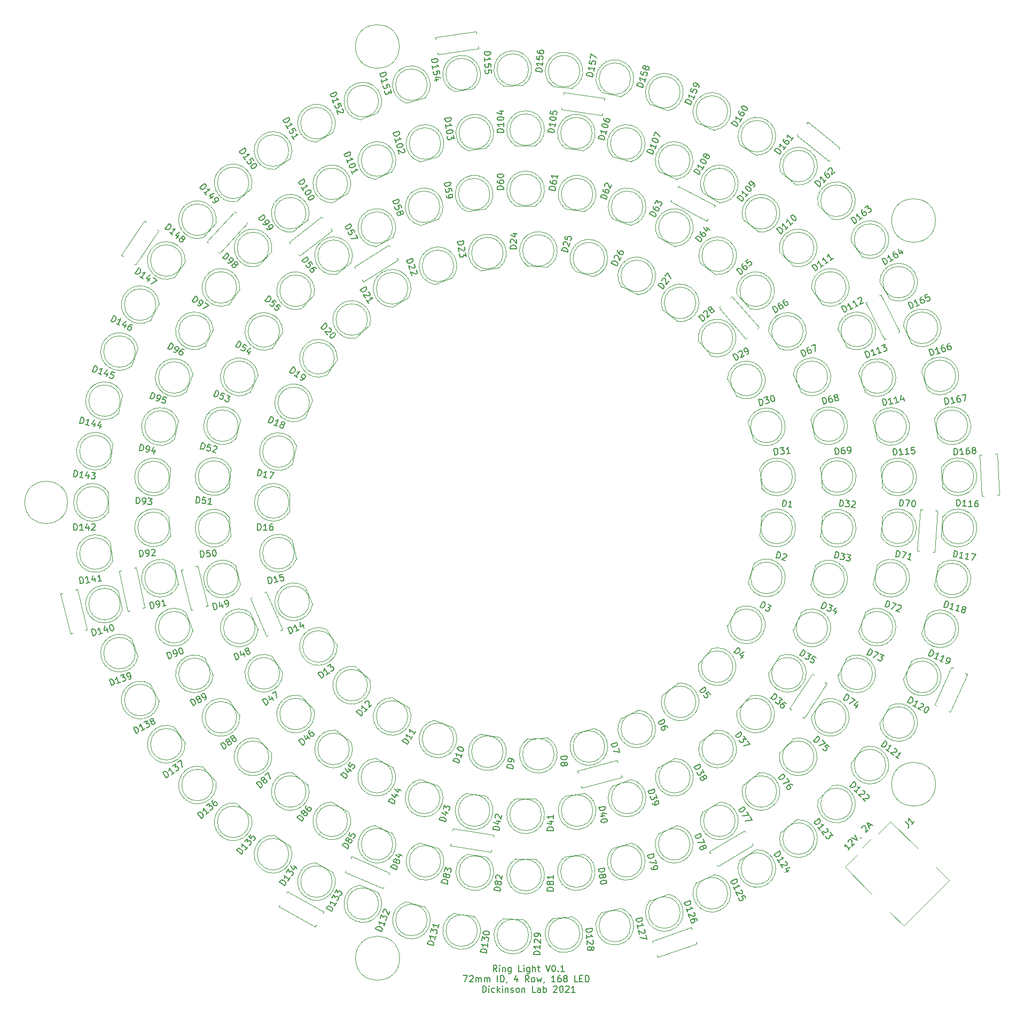
<source format=gbr>
%TF.GenerationSoftware,KiCad,Pcbnew,5.1.9-73d0e3b20d~88~ubuntu20.10.1*%
%TF.CreationDate,2021-06-02T15:00:00-07:00*%
%TF.ProjectId,72mm_id_4_row_168_led,37326d6d-5f69-4645-9f34-5f726f775f31,rev?*%
%TF.SameCoordinates,Original*%
%TF.FileFunction,Legend,Top*%
%TF.FilePolarity,Positive*%
%FSLAX46Y46*%
G04 Gerber Fmt 4.6, Leading zero omitted, Abs format (unit mm)*
G04 Created by KiCad (PCBNEW 5.1.9-73d0e3b20d~88~ubuntu20.10.1) date 2021-06-02 15:00:00*
%MOMM*%
%LPD*%
G01*
G04 APERTURE LIST*
%ADD10C,0.120000*%
%ADD11C,0.150000*%
G04 APERTURE END LIST*
D10*
X164982815Y-144700000D02*
G75*
G03*
X164982815Y-144700000I-3482815J0D01*
G01*
X164971311Y-55300000D02*
G75*
G03*
X164971311Y-55300000I-3471311J0D01*
G01*
X79976349Y-27700000D02*
G75*
G03*
X79976349Y-27700000I-3476349J0D01*
G01*
X27383785Y-100000000D02*
G75*
G03*
X27383785Y-100000000I-3383785J0D01*
G01*
X80029328Y-172300000D02*
G75*
G03*
X80029328Y-172300000I-3492658J0D01*
G01*
D11*
X151504652Y-154735110D02*
X151100591Y-155139171D01*
X151302622Y-154937140D02*
X150595515Y-154230034D01*
X150629187Y-154398392D01*
X150629187Y-154533079D01*
X150595515Y-154634095D01*
X151134263Y-153825973D02*
X151134263Y-153758629D01*
X151167935Y-153657614D01*
X151336294Y-153489255D01*
X151437309Y-153455583D01*
X151504652Y-153455583D01*
X151605668Y-153489255D01*
X151673011Y-153556599D01*
X151740355Y-153691286D01*
X151740355Y-154499408D01*
X152178087Y-154061675D01*
X151673011Y-153152538D02*
X152615820Y-153623942D01*
X152144416Y-152681133D01*
X153087225Y-153085194D02*
X153120896Y-153118866D01*
X153154568Y-153219881D01*
X153154568Y-153287225D01*
X153289255Y-151670981D02*
X153289255Y-151603637D01*
X153322927Y-151502622D01*
X153491286Y-151334263D01*
X153592301Y-151300591D01*
X153659644Y-151300591D01*
X153760660Y-151334263D01*
X153828003Y-151401607D01*
X153895347Y-151536294D01*
X153895347Y-152344416D01*
X154333079Y-151906683D01*
X154400423Y-151435278D02*
X154737140Y-151098561D01*
X154535110Y-151704652D02*
X154063705Y-150761843D01*
X155006514Y-151233248D01*
X95452380Y-174402380D02*
X95119047Y-173926190D01*
X94880952Y-174402380D02*
X94880952Y-173402380D01*
X95261904Y-173402380D01*
X95357142Y-173450000D01*
X95404761Y-173497619D01*
X95452380Y-173592857D01*
X95452380Y-173735714D01*
X95404761Y-173830952D01*
X95357142Y-173878571D01*
X95261904Y-173926190D01*
X94880952Y-173926190D01*
X95880952Y-174402380D02*
X95880952Y-173735714D01*
X95880952Y-173402380D02*
X95833333Y-173450000D01*
X95880952Y-173497619D01*
X95928571Y-173450000D01*
X95880952Y-173402380D01*
X95880952Y-173497619D01*
X96357142Y-173735714D02*
X96357142Y-174402380D01*
X96357142Y-173830952D02*
X96404761Y-173783333D01*
X96500000Y-173735714D01*
X96642857Y-173735714D01*
X96738095Y-173783333D01*
X96785714Y-173878571D01*
X96785714Y-174402380D01*
X97690476Y-173735714D02*
X97690476Y-174545238D01*
X97642857Y-174640476D01*
X97595238Y-174688095D01*
X97500000Y-174735714D01*
X97357142Y-174735714D01*
X97261904Y-174688095D01*
X97690476Y-174354761D02*
X97595238Y-174402380D01*
X97404761Y-174402380D01*
X97309523Y-174354761D01*
X97261904Y-174307142D01*
X97214285Y-174211904D01*
X97214285Y-173926190D01*
X97261904Y-173830952D01*
X97309523Y-173783333D01*
X97404761Y-173735714D01*
X97595238Y-173735714D01*
X97690476Y-173783333D01*
X99404761Y-174402380D02*
X98928571Y-174402380D01*
X98928571Y-173402380D01*
X99738095Y-174402380D02*
X99738095Y-173735714D01*
X99738095Y-173402380D02*
X99690476Y-173450000D01*
X99738095Y-173497619D01*
X99785714Y-173450000D01*
X99738095Y-173402380D01*
X99738095Y-173497619D01*
X100642857Y-173735714D02*
X100642857Y-174545238D01*
X100595238Y-174640476D01*
X100547619Y-174688095D01*
X100452380Y-174735714D01*
X100309523Y-174735714D01*
X100214285Y-174688095D01*
X100642857Y-174354761D02*
X100547619Y-174402380D01*
X100357142Y-174402380D01*
X100261904Y-174354761D01*
X100214285Y-174307142D01*
X100166666Y-174211904D01*
X100166666Y-173926190D01*
X100214285Y-173830952D01*
X100261904Y-173783333D01*
X100357142Y-173735714D01*
X100547619Y-173735714D01*
X100642857Y-173783333D01*
X101119047Y-174402380D02*
X101119047Y-173402380D01*
X101547619Y-174402380D02*
X101547619Y-173878571D01*
X101500000Y-173783333D01*
X101404761Y-173735714D01*
X101261904Y-173735714D01*
X101166666Y-173783333D01*
X101119047Y-173830952D01*
X101880952Y-173735714D02*
X102261904Y-173735714D01*
X102023809Y-173402380D02*
X102023809Y-174259523D01*
X102071428Y-174354761D01*
X102166666Y-174402380D01*
X102261904Y-174402380D01*
X103214285Y-173402380D02*
X103547619Y-174402380D01*
X103880952Y-173402380D01*
X104404761Y-173402380D02*
X104500000Y-173402380D01*
X104595238Y-173450000D01*
X104642857Y-173497619D01*
X104690476Y-173592857D01*
X104738095Y-173783333D01*
X104738095Y-174021428D01*
X104690476Y-174211904D01*
X104642857Y-174307142D01*
X104595238Y-174354761D01*
X104500000Y-174402380D01*
X104404761Y-174402380D01*
X104309523Y-174354761D01*
X104261904Y-174307142D01*
X104214285Y-174211904D01*
X104166666Y-174021428D01*
X104166666Y-173783333D01*
X104214285Y-173592857D01*
X104261904Y-173497619D01*
X104309523Y-173450000D01*
X104404761Y-173402380D01*
X105166666Y-174307142D02*
X105214285Y-174354761D01*
X105166666Y-174402380D01*
X105119047Y-174354761D01*
X105166666Y-174307142D01*
X105166666Y-174402380D01*
X106166666Y-174402380D02*
X105595238Y-174402380D01*
X105880952Y-174402380D02*
X105880952Y-173402380D01*
X105785714Y-173545238D01*
X105690476Y-173640476D01*
X105595238Y-173688095D01*
X90119047Y-175052380D02*
X90785714Y-175052380D01*
X90357142Y-176052380D01*
X91119047Y-175147619D02*
X91166666Y-175100000D01*
X91261904Y-175052380D01*
X91500000Y-175052380D01*
X91595238Y-175100000D01*
X91642857Y-175147619D01*
X91690476Y-175242857D01*
X91690476Y-175338095D01*
X91642857Y-175480952D01*
X91071428Y-176052380D01*
X91690476Y-176052380D01*
X92119047Y-176052380D02*
X92119047Y-175385714D01*
X92119047Y-175480952D02*
X92166666Y-175433333D01*
X92261904Y-175385714D01*
X92404761Y-175385714D01*
X92500000Y-175433333D01*
X92547619Y-175528571D01*
X92547619Y-176052380D01*
X92547619Y-175528571D02*
X92595238Y-175433333D01*
X92690476Y-175385714D01*
X92833333Y-175385714D01*
X92928571Y-175433333D01*
X92976190Y-175528571D01*
X92976190Y-176052380D01*
X93452380Y-176052380D02*
X93452380Y-175385714D01*
X93452380Y-175480952D02*
X93500000Y-175433333D01*
X93595238Y-175385714D01*
X93738095Y-175385714D01*
X93833333Y-175433333D01*
X93880952Y-175528571D01*
X93880952Y-176052380D01*
X93880952Y-175528571D02*
X93928571Y-175433333D01*
X94023809Y-175385714D01*
X94166666Y-175385714D01*
X94261904Y-175433333D01*
X94309523Y-175528571D01*
X94309523Y-176052380D01*
X95547619Y-176052380D02*
X95547619Y-175052380D01*
X96023809Y-176052380D02*
X96023809Y-175052380D01*
X96261904Y-175052380D01*
X96404761Y-175100000D01*
X96500000Y-175195238D01*
X96547619Y-175290476D01*
X96595238Y-175480952D01*
X96595238Y-175623809D01*
X96547619Y-175814285D01*
X96500000Y-175909523D01*
X96404761Y-176004761D01*
X96261904Y-176052380D01*
X96023809Y-176052380D01*
X97071428Y-176004761D02*
X97071428Y-176052380D01*
X97023809Y-176147619D01*
X96976190Y-176195238D01*
X98690476Y-175385714D02*
X98690476Y-176052380D01*
X98452380Y-175004761D02*
X98214285Y-175719047D01*
X98833333Y-175719047D01*
X100547619Y-176052380D02*
X100214285Y-175576190D01*
X99976190Y-176052380D02*
X99976190Y-175052380D01*
X100357142Y-175052380D01*
X100452380Y-175100000D01*
X100500000Y-175147619D01*
X100547619Y-175242857D01*
X100547619Y-175385714D01*
X100500000Y-175480952D01*
X100452380Y-175528571D01*
X100357142Y-175576190D01*
X99976190Y-175576190D01*
X101119047Y-176052380D02*
X101023809Y-176004761D01*
X100976190Y-175957142D01*
X100928571Y-175861904D01*
X100928571Y-175576190D01*
X100976190Y-175480952D01*
X101023809Y-175433333D01*
X101119047Y-175385714D01*
X101261904Y-175385714D01*
X101357142Y-175433333D01*
X101404761Y-175480952D01*
X101452380Y-175576190D01*
X101452380Y-175861904D01*
X101404761Y-175957142D01*
X101357142Y-176004761D01*
X101261904Y-176052380D01*
X101119047Y-176052380D01*
X101785714Y-175385714D02*
X101976190Y-176052380D01*
X102166666Y-175576190D01*
X102357142Y-176052380D01*
X102547619Y-175385714D01*
X102976190Y-176004761D02*
X102976190Y-176052380D01*
X102928571Y-176147619D01*
X102880952Y-176195238D01*
X104690476Y-176052380D02*
X104119047Y-176052380D01*
X104404761Y-176052380D02*
X104404761Y-175052380D01*
X104309523Y-175195238D01*
X104214285Y-175290476D01*
X104119047Y-175338095D01*
X105547619Y-175052380D02*
X105357142Y-175052380D01*
X105261904Y-175100000D01*
X105214285Y-175147619D01*
X105119047Y-175290476D01*
X105071428Y-175480952D01*
X105071428Y-175861904D01*
X105119047Y-175957142D01*
X105166666Y-176004761D01*
X105261904Y-176052380D01*
X105452380Y-176052380D01*
X105547619Y-176004761D01*
X105595238Y-175957142D01*
X105642857Y-175861904D01*
X105642857Y-175623809D01*
X105595238Y-175528571D01*
X105547619Y-175480952D01*
X105452380Y-175433333D01*
X105261904Y-175433333D01*
X105166666Y-175480952D01*
X105119047Y-175528571D01*
X105071428Y-175623809D01*
X106214285Y-175480952D02*
X106119047Y-175433333D01*
X106071428Y-175385714D01*
X106023809Y-175290476D01*
X106023809Y-175242857D01*
X106071428Y-175147619D01*
X106119047Y-175100000D01*
X106214285Y-175052380D01*
X106404761Y-175052380D01*
X106500000Y-175100000D01*
X106547619Y-175147619D01*
X106595238Y-175242857D01*
X106595238Y-175290476D01*
X106547619Y-175385714D01*
X106500000Y-175433333D01*
X106404761Y-175480952D01*
X106214285Y-175480952D01*
X106119047Y-175528571D01*
X106071428Y-175576190D01*
X106023809Y-175671428D01*
X106023809Y-175861904D01*
X106071428Y-175957142D01*
X106119047Y-176004761D01*
X106214285Y-176052380D01*
X106404761Y-176052380D01*
X106500000Y-176004761D01*
X106547619Y-175957142D01*
X106595238Y-175861904D01*
X106595238Y-175671428D01*
X106547619Y-175576190D01*
X106500000Y-175528571D01*
X106404761Y-175480952D01*
X108261904Y-176052380D02*
X107785714Y-176052380D01*
X107785714Y-175052380D01*
X108595238Y-175528571D02*
X108928571Y-175528571D01*
X109071428Y-176052380D02*
X108595238Y-176052380D01*
X108595238Y-175052380D01*
X109071428Y-175052380D01*
X109500000Y-176052380D02*
X109500000Y-175052380D01*
X109738095Y-175052380D01*
X109880952Y-175100000D01*
X109976190Y-175195238D01*
X110023809Y-175290476D01*
X110071428Y-175480952D01*
X110071428Y-175623809D01*
X110023809Y-175814285D01*
X109976190Y-175909523D01*
X109880952Y-176004761D01*
X109738095Y-176052380D01*
X109500000Y-176052380D01*
X93190476Y-177702380D02*
X93190476Y-176702380D01*
X93428571Y-176702380D01*
X93571428Y-176750000D01*
X93666666Y-176845238D01*
X93714285Y-176940476D01*
X93761904Y-177130952D01*
X93761904Y-177273809D01*
X93714285Y-177464285D01*
X93666666Y-177559523D01*
X93571428Y-177654761D01*
X93428571Y-177702380D01*
X93190476Y-177702380D01*
X94190476Y-177702380D02*
X94190476Y-177035714D01*
X94190476Y-176702380D02*
X94142857Y-176750000D01*
X94190476Y-176797619D01*
X94238095Y-176750000D01*
X94190476Y-176702380D01*
X94190476Y-176797619D01*
X95095238Y-177654761D02*
X95000000Y-177702380D01*
X94809523Y-177702380D01*
X94714285Y-177654761D01*
X94666666Y-177607142D01*
X94619047Y-177511904D01*
X94619047Y-177226190D01*
X94666666Y-177130952D01*
X94714285Y-177083333D01*
X94809523Y-177035714D01*
X95000000Y-177035714D01*
X95095238Y-177083333D01*
X95523809Y-177702380D02*
X95523809Y-176702380D01*
X95619047Y-177321428D02*
X95904761Y-177702380D01*
X95904761Y-177035714D02*
X95523809Y-177416666D01*
X96333333Y-177702380D02*
X96333333Y-177035714D01*
X96333333Y-176702380D02*
X96285714Y-176750000D01*
X96333333Y-176797619D01*
X96380952Y-176750000D01*
X96333333Y-176702380D01*
X96333333Y-176797619D01*
X96809523Y-177035714D02*
X96809523Y-177702380D01*
X96809523Y-177130952D02*
X96857142Y-177083333D01*
X96952380Y-177035714D01*
X97095238Y-177035714D01*
X97190476Y-177083333D01*
X97238095Y-177178571D01*
X97238095Y-177702380D01*
X97666666Y-177654761D02*
X97761904Y-177702380D01*
X97952380Y-177702380D01*
X98047619Y-177654761D01*
X98095238Y-177559523D01*
X98095238Y-177511904D01*
X98047619Y-177416666D01*
X97952380Y-177369047D01*
X97809523Y-177369047D01*
X97714285Y-177321428D01*
X97666666Y-177226190D01*
X97666666Y-177178571D01*
X97714285Y-177083333D01*
X97809523Y-177035714D01*
X97952380Y-177035714D01*
X98047619Y-177083333D01*
X98666666Y-177702380D02*
X98571428Y-177654761D01*
X98523809Y-177607142D01*
X98476190Y-177511904D01*
X98476190Y-177226190D01*
X98523809Y-177130952D01*
X98571428Y-177083333D01*
X98666666Y-177035714D01*
X98809523Y-177035714D01*
X98904761Y-177083333D01*
X98952380Y-177130952D01*
X99000000Y-177226190D01*
X99000000Y-177511904D01*
X98952380Y-177607142D01*
X98904761Y-177654761D01*
X98809523Y-177702380D01*
X98666666Y-177702380D01*
X99428571Y-177035714D02*
X99428571Y-177702380D01*
X99428571Y-177130952D02*
X99476190Y-177083333D01*
X99571428Y-177035714D01*
X99714285Y-177035714D01*
X99809523Y-177083333D01*
X99857142Y-177178571D01*
X99857142Y-177702380D01*
X101571428Y-177702380D02*
X101095238Y-177702380D01*
X101095238Y-176702380D01*
X102333333Y-177702380D02*
X102333333Y-177178571D01*
X102285714Y-177083333D01*
X102190476Y-177035714D01*
X102000000Y-177035714D01*
X101904761Y-177083333D01*
X102333333Y-177654761D02*
X102238095Y-177702380D01*
X102000000Y-177702380D01*
X101904761Y-177654761D01*
X101857142Y-177559523D01*
X101857142Y-177464285D01*
X101904761Y-177369047D01*
X102000000Y-177321428D01*
X102238095Y-177321428D01*
X102333333Y-177273809D01*
X102809523Y-177702380D02*
X102809523Y-176702380D01*
X102809523Y-177083333D02*
X102904761Y-177035714D01*
X103095238Y-177035714D01*
X103190476Y-177083333D01*
X103238095Y-177130952D01*
X103285714Y-177226190D01*
X103285714Y-177511904D01*
X103238095Y-177607142D01*
X103190476Y-177654761D01*
X103095238Y-177702380D01*
X102904761Y-177702380D01*
X102809523Y-177654761D01*
X104428571Y-176797619D02*
X104476190Y-176750000D01*
X104571428Y-176702380D01*
X104809523Y-176702380D01*
X104904761Y-176750000D01*
X104952380Y-176797619D01*
X105000000Y-176892857D01*
X105000000Y-176988095D01*
X104952380Y-177130952D01*
X104380952Y-177702380D01*
X105000000Y-177702380D01*
X105619047Y-176702380D02*
X105714285Y-176702380D01*
X105809523Y-176750000D01*
X105857142Y-176797619D01*
X105904761Y-176892857D01*
X105952380Y-177083333D01*
X105952380Y-177321428D01*
X105904761Y-177511904D01*
X105857142Y-177607142D01*
X105809523Y-177654761D01*
X105714285Y-177702380D01*
X105619047Y-177702380D01*
X105523809Y-177654761D01*
X105476190Y-177607142D01*
X105428571Y-177511904D01*
X105380952Y-177321428D01*
X105380952Y-177083333D01*
X105428571Y-176892857D01*
X105476190Y-176797619D01*
X105523809Y-176750000D01*
X105619047Y-176702380D01*
X106333333Y-176797619D02*
X106380952Y-176750000D01*
X106476190Y-176702380D01*
X106714285Y-176702380D01*
X106809523Y-176750000D01*
X106857142Y-176797619D01*
X106904761Y-176892857D01*
X106904761Y-176988095D01*
X106857142Y-177130952D01*
X106285714Y-177702380D01*
X106904761Y-177702380D01*
X107857142Y-177702380D02*
X107285714Y-177702380D01*
X107571428Y-177702380D02*
X107571428Y-176702380D01*
X107476190Y-176845238D01*
X107380952Y-176940476D01*
X107285714Y-176988095D01*
D10*
%TO.C,D1*%
X142295000Y-104047000D02*
G75*
G03*
X142295000Y-104047000I-2500000J0D01*
G01*
X137410520Y-102242871D02*
X137087527Y-105315943D01*
X142768669Y-104359081D02*
G75*
G02*
X137087545Y-105315774I-2973669J312081D01*
G01*
X142768572Y-104359999D02*
G75*
G03*
X137410503Y-102243040I-2973572J312999D01*
G01*
%TO.C,D2*%
X140666000Y-111975000D02*
G75*
G03*
X140666000Y-111975000I-2500000J0D01*
G01*
X136169574Y-109749038D02*
X135266146Y-112704019D01*
X141025486Y-112848750D02*
G75*
G02*
X135266195Y-112703857I-2859486J873750D01*
G01*
X141025216Y-112849633D02*
G75*
G03*
X136169524Y-109749200I-2859216J874633D01*
G01*
%TO.C,D3*%
X137474000Y-119412000D02*
G75*
G03*
X137474000Y-119412000I-2500000J0D01*
G01*
X133484004Y-116819600D02*
X131985943Y-119522175D01*
X137589337Y-120861177D02*
G75*
G02*
X131986025Y-119522026I-2615337J1449177D01*
G01*
X137588889Y-120861984D02*
G75*
G03*
X133483922Y-116819749I-2614889J1449984D01*
G01*
%TO.C,D4*%
X132850000Y-126055000D02*
G75*
G03*
X132850000Y-126055000I-2500000J0D01*
G01*
X129431555Y-123209463D02*
X127404332Y-125541515D01*
X132606885Y-128016268D02*
G75*
G02*
X127404444Y-125541387I-2256885J1961268D01*
G01*
X132606279Y-128016965D02*
G75*
G03*
X129431443Y-123209591I-2256279J1961965D01*
G01*
%TO.C,D5*%
X126984000Y-131631000D02*
G75*
G03*
X126984000Y-131631000I-2500000J0D01*
G01*
X124125383Y-128662495D02*
X121690430Y-130564889D01*
X126325192Y-133986868D02*
G75*
G02*
X121690564Y-130564785I-1841192J2355868D01*
G01*
X126324464Y-133987436D02*
G75*
G03*
X124125249Y-128662600I-1840464J2356436D01*
G01*
%TO.C,D6*%
X120116000Y-135912000D02*
G75*
G03*
X120116000Y-135912000I-2500000J0D01*
G01*
X117882407Y-132933804D02*
X115105133Y-134288371D01*
X118927145Y-138599192D02*
G75*
G02*
X115105286Y-134288296I-1311145J2687192D01*
G01*
X118926315Y-138599597D02*
G75*
G03*
X117882254Y-132933878I-1310315J2687597D01*
G01*
%TO.C,D7*%
X112526001Y-138723000D02*
G75*
G03*
X112526001Y-138723000I-2500001J0D01*
G01*
X110855779Y-135850354D02*
X107871068Y-136650105D01*
X110800315Y-141610999D02*
G75*
G02*
X107871232Y-136650061I-774315J2887999D01*
G01*
X110799423Y-141611238D02*
G75*
G03*
X110855614Y-135850398I-773423J2888238D01*
G01*
%TO.C,D8*%
X104526000Y-139949000D02*
G75*
G03*
X104526000Y-139949000I-2500000J0D01*
G01*
X103434903Y-137311649D02*
X100349137Y-137473367D01*
X102182946Y-142934878D02*
G75*
G02*
X100349307Y-137473359I-156946J2985878D01*
G01*
X102182023Y-142934926D02*
G75*
G03*
X103434733Y-137311658I-156023J2985926D01*
G01*
%TO.C,D9*%
X96442900Y-139539000D02*
G75*
G03*
X96442900Y-139539000I-2500000J0D01*
G01*
X95869351Y-137252209D02*
X92817394Y-136768827D01*
X93475617Y-142492260D02*
G75*
G02*
X92817562Y-136768853I467283J2953260D01*
G01*
X93474704Y-142492116D02*
G75*
G03*
X95869183Y-137252183I468196J2953116D01*
G01*
%TO.C,D10*%
X88607800Y-137510000D02*
G75*
G03*
X88607800Y-137510000I-2500000J0D01*
G01*
X88435197Y-135632808D02*
X85531546Y-134575966D01*
X85085594Y-140319839D02*
G75*
G02*
X85531706Y-134576024I1022206J2809839D01*
G01*
X85084726Y-140319523D02*
G75*
G03*
X88435037Y-135632750I1023074J2809523D01*
G01*
%TO.C,D11*%
X81341400Y-133946000D02*
G75*
G03*
X81341400Y-133946000I-2500000J0D01*
G01*
X81508228Y-132593722D02*
X78887759Y-130956272D01*
X77257333Y-136481909D02*
G75*
G02*
X78887903Y-130956362I1584067J2535909D01*
G01*
X77256550Y-136481419D02*
G75*
G03*
X81508083Y-132593632I1584850J2535419D01*
G01*
%TO.C,D12*%
X74941300Y-128992000D02*
G75*
G03*
X74941300Y-128992000I-2500000J0D01*
G01*
X75331005Y-128223737D02*
X73108245Y-126077243D01*
X70364603Y-131143147D02*
G75*
G02*
X73108368Y-126077361I2076697J2151147D01*
G01*
X70363940Y-131142505D02*
G75*
G03*
X75330883Y-128223619I2077360J2150505D01*
G01*
%TO.C,D13*%
X69669500Y-122851000D02*
G75*
G03*
X69669500Y-122851000I-2500000J0D01*
G01*
X70152705Y-122648234D02*
X68380354Y-120117054D01*
X64720500Y-124566372D02*
G75*
G02*
X68380451Y-120117194I2449000J1715372D01*
G01*
X64719971Y-124565615D02*
G75*
G03*
X70152607Y-122648095I2449529J1714615D01*
G01*
%TO.C,D14*%
X65741700Y-115774000D02*
G75*
G03*
X65741700Y-115774000I-2500000J0D01*
G01*
X66201872Y-116195908D02*
X64994513Y-113351548D01*
X60489571Y-116942711D02*
G75*
G02*
X64994579Y-113351705I2752129J1168711D01*
G01*
X60489210Y-116941861D02*
G75*
G03*
X66201806Y-116195752I2752490J1167861D01*
G01*
%TO.C,D15*%
X63318800Y-108052000D02*
G75*
G03*
X63318800Y-108052000I-2500000J0D01*
G01*
X63644081Y-109030984D02*
X63001634Y-106008508D01*
X57894235Y-108674108D02*
G75*
G02*
X63001670Y-106008674I2924565J622108D01*
G01*
X57894043Y-108673204D02*
G75*
G03*
X63644046Y-109030818I2924757J621204D01*
G01*
%TO.C,D16*%
X62500000Y-100000000D02*
G75*
G03*
X62500000Y-100000000I-2500000J0D01*
G01*
X62560000Y-101545000D02*
X62560000Y-98455000D01*
X57010000Y-100000462D02*
G75*
G02*
X62560000Y-98455170I2990000J462D01*
G01*
X57010000Y-99999538D02*
G75*
G03*
X62560000Y-101544830I2990000J-462D01*
G01*
%TO.C,D17*%
X63318800Y-91948100D02*
G75*
G03*
X63318800Y-91948100I-2500000J0D01*
G01*
X63001634Y-93991592D02*
X63644081Y-90969116D01*
X57894043Y-91326896D02*
G75*
G02*
X63644046Y-90969282I2924757J-621204D01*
G01*
X57894235Y-91325992D02*
G75*
G03*
X63001670Y-93991426I2924565J-622108D01*
G01*
%TO.C,D18*%
X65741700Y-84225800D02*
G75*
G03*
X65741700Y-84225800I-2500000J0D01*
G01*
X64994513Y-86648252D02*
X66201872Y-83803892D01*
X60489210Y-83057939D02*
G75*
G02*
X66201806Y-83804048I2752490J-1167861D01*
G01*
X60489571Y-83057089D02*
G75*
G03*
X64994579Y-86648095I2752129J-1168711D01*
G01*
%TO.C,D19*%
X69669500Y-77149300D02*
G75*
G03*
X69669500Y-77149300I-2500000J0D01*
G01*
X68380354Y-79883246D02*
X70152705Y-77352066D01*
X64719971Y-75434685D02*
G75*
G02*
X70152607Y-77352205I2449529J-1714615D01*
G01*
X64720500Y-75433928D02*
G75*
G03*
X68380451Y-79883106I2449000J-1715372D01*
G01*
%TO.C,D20*%
X74941300Y-71008300D02*
G75*
G03*
X74941300Y-71008300I-2500000J0D01*
G01*
X73108245Y-73923057D02*
X75331005Y-71776563D01*
X70363940Y-68857795D02*
G75*
G02*
X75330883Y-71776681I2077360J-2150505D01*
G01*
X70364603Y-68857153D02*
G75*
G03*
X73108368Y-73922939I2076697J-2151147D01*
G01*
%TO.C,D21*%
X81341400Y-66054200D02*
G75*
G03*
X81341400Y-66054200I-2500000J0D01*
G01*
X78887759Y-69043928D02*
X81508228Y-67406478D01*
X77256550Y-63518781D02*
G75*
G02*
X81508083Y-67406568I1584850J-2535419D01*
G01*
X77257333Y-63518291D02*
G75*
G03*
X78887903Y-69043838I1584067J-2535909D01*
G01*
%TO.C,D22*%
X88607800Y-62489900D02*
G75*
G03*
X88607800Y-62489900I-2500000J0D01*
G01*
X85531546Y-65423934D02*
X88435197Y-64367092D01*
X85084726Y-59680377D02*
G75*
G02*
X88435037Y-64367150I1023074J-2809523D01*
G01*
X85085594Y-59680061D02*
G75*
G03*
X85531706Y-65423876I1022206J-2809839D01*
G01*
%TO.C,D23*%
X96442900Y-60461300D02*
G75*
G03*
X96442900Y-60461300I-2500000J0D01*
G01*
X92817394Y-63231473D02*
X95869351Y-62748091D01*
X93474704Y-57508184D02*
G75*
G02*
X95869183Y-62748117I468196J-2953116D01*
G01*
X93475617Y-57508040D02*
G75*
G03*
X92817562Y-63231447I467283J-2953260D01*
G01*
%TO.C,D24*%
X104526000Y-60051300D02*
G75*
G03*
X104526000Y-60051300I-2500000J0D01*
G01*
X100349137Y-62526933D02*
X103434903Y-62688651D01*
X102182023Y-57065374D02*
G75*
G02*
X103434733Y-62688642I-156023J-2985926D01*
G01*
X102182946Y-57065422D02*
G75*
G03*
X100349307Y-62526941I-156946J-2985878D01*
G01*
%TO.C,D25*%
X112526001Y-61276900D02*
G75*
G03*
X112526001Y-61276900I-2500001J0D01*
G01*
X107871068Y-63349795D02*
X110855779Y-64149546D01*
X110799423Y-58388662D02*
G75*
G02*
X110855614Y-64149502I-773423J-2888238D01*
G01*
X110800315Y-58388901D02*
G75*
G03*
X107871232Y-63349839I-774315J-2887999D01*
G01*
%TO.C,D26*%
X120116000Y-64087800D02*
G75*
G03*
X120116000Y-64087800I-2500000J0D01*
G01*
X115105133Y-65711429D02*
X117882407Y-67065996D01*
X118926315Y-61400203D02*
G75*
G02*
X117882254Y-67065922I-1310315J-2687597D01*
G01*
X118927145Y-61400608D02*
G75*
G03*
X115105286Y-65711504I-1311145J-2687192D01*
G01*
%TO.C,D27*%
X126984000Y-68369000D02*
G75*
G03*
X126984000Y-68369000I-2500000J0D01*
G01*
X121690430Y-69435111D02*
X124125383Y-71337505D01*
X126324464Y-66012564D02*
G75*
G02*
X124125249Y-71337400I-1840464J-2356436D01*
G01*
X126325192Y-66013132D02*
G75*
G03*
X121690564Y-69435215I-1841192J-2355868D01*
G01*
%TO.C,D28*%
X132850000Y-73945100D02*
G75*
G03*
X132850000Y-73945100I-2500000J0D01*
G01*
X127404332Y-74458585D02*
X129431555Y-76790637D01*
X132606279Y-71983135D02*
G75*
G02*
X129431443Y-76790509I-2256279J-1961965D01*
G01*
X132606885Y-71983832D02*
G75*
G03*
X127404444Y-74458713I-2256885J-1961268D01*
G01*
%TO.C,D29*%
X137474000Y-80587900D02*
G75*
G03*
X137474000Y-80587900I-2500000J0D01*
G01*
X131985943Y-80477725D02*
X133484004Y-83180300D01*
X137588889Y-79137916D02*
G75*
G02*
X133483922Y-83180151I-2614889J-1449984D01*
G01*
X137589337Y-79138723D02*
G75*
G03*
X131986025Y-80477874I-2615337J-1449177D01*
G01*
%TO.C,D30*%
X140666000Y-88025500D02*
G75*
G03*
X140666000Y-88025500I-2500000J0D01*
G01*
X135266146Y-87296481D02*
X136169574Y-90251462D01*
X141025216Y-87150867D02*
G75*
G02*
X136169524Y-90251300I-2859216J-874633D01*
G01*
X141025486Y-87151750D02*
G75*
G03*
X135266195Y-87296643I-2859486J-873750D01*
G01*
%TO.C,D31*%
X142295000Y-95953300D02*
G75*
G03*
X142295000Y-95953300I-2500000J0D01*
G01*
X137087527Y-94684357D02*
X137410520Y-97757429D01*
X142768572Y-95640301D02*
G75*
G02*
X137410503Y-97757260I-2973572J-312999D01*
G01*
X142768669Y-95641219D02*
G75*
G03*
X137087545Y-94684526I-2973669J-312081D01*
G01*
%TO.C,D32*%
X151886000Y-104092000D02*
G75*
G03*
X151886000Y-104092000I-2500000J0D01*
G01*
X146970397Y-102329760D02*
X146701086Y-105408002D01*
X152364662Y-104352135D02*
G75*
G02*
X146701101Y-105407833I-2978662J260135D01*
G01*
X152364582Y-104353055D02*
G75*
G03*
X146970382Y-102329930I-2978582J261055D01*
G01*
%TO.C,D33*%
X150539000Y-112165000D02*
G75*
G03*
X150539000Y-112165000I-2500000J0D01*
G01*
X145928812Y-110046573D02*
X145181274Y-113044787D01*
X150940296Y-112887898D02*
G75*
G02*
X145181315Y-113044622I-2901296J722898D01*
G01*
X150940073Y-112888794D02*
G75*
G03*
X145928771Y-110046738I-2901073J723794D01*
G01*
%TO.C,D34*%
X147882000Y-119906000D02*
G75*
G03*
X147882000Y-119906000I-2500000J0D01*
G01*
X143671732Y-117453326D02*
X142414916Y-120276182D01*
X148113689Y-121121720D02*
G75*
G02*
X142414985Y-120276027I-2731689J1215720D01*
G01*
X148113313Y-121122565D02*
G75*
G03*
X143671663Y-117453482I-2731313J1216565D01*
G01*
%TO.C,D35*%
X143986000Y-127104000D02*
G75*
G03*
X143986000Y-127104000I-2500000J0D01*
G01*
X140180471Y-124413978D02*
X138497536Y-127005470D01*
X143993877Y-128732083D02*
G75*
G02*
X138497629Y-127005328I-2507877J1628083D01*
G01*
X143993374Y-128732858D02*
G75*
G03*
X140180378Y-124414121I-2507374J1628858D01*
G01*
%TO.C,D36*%
X138959000Y-133563000D02*
G75*
G03*
X138959000Y-133563000I-2500000J0D01*
G01*
X135640422Y-130687143D02*
X133533047Y-132947026D01*
X138646062Y-135601838D02*
G75*
G02*
X133533163Y-132946901I-2187062J2038838D01*
G01*
X138645433Y-135602513D02*
G75*
G03*
X135640306Y-130687267I-2186433J2039513D01*
G01*
%TO.C,D37*%
X132938000Y-139106000D02*
G75*
G03*
X132938000Y-139106000I-2500000J0D01*
G01*
X130079383Y-136137495D02*
X127644430Y-138039889D01*
X132279192Y-141461868D02*
G75*
G02*
X127644564Y-138039785I-1841192J2355868D01*
G01*
X132278464Y-141462436D02*
G75*
G03*
X130079249Y-136137600I-1840464J2356436D01*
G01*
%TO.C,D38*%
X126086000Y-143583000D02*
G75*
G03*
X126086000Y-143583000I-2500000J0D01*
G01*
X123748307Y-140597321D02*
X121019999Y-142047988D01*
X124990128Y-146222796D02*
G75*
G02*
X121020149Y-142047908I-1404128J2639796D01*
G01*
X124989312Y-146223230D02*
G75*
G03*
X123748157Y-140597400I-1403312J2640230D01*
G01*
%TO.C,D39*%
X118590999Y-146870000D02*
G75*
G03*
X118590999Y-146870000I-2499999J0D01*
G01*
X116718372Y-143946470D02*
X113796719Y-144952475D01*
X117064885Y-149696950D02*
G75*
G02*
X113796880Y-144952420I-973885J2826950D01*
G01*
X117064012Y-149697251D02*
G75*
G03*
X116718211Y-143946525I-973012J2827251D01*
G01*
%TO.C,D40*%
X110657000Y-148880000D02*
G75*
G03*
X110657000Y-148880000I-2500000J0D01*
G01*
X109282506Y-146109827D02*
X106230549Y-146593209D01*
X108625196Y-151833116D02*
G75*
G02*
X106230717Y-146593183I-468196J2953116D01*
G01*
X108624283Y-151833260D02*
G75*
G03*
X109282338Y-146109853I-467283J2953260D01*
G01*
%TO.C,D41*%
X102500000Y-149556000D02*
G75*
G03*
X102500000Y-149556000I-2500000J0D01*
G01*
X101545000Y-146996000D02*
X98455000Y-146996000D01*
X100000462Y-152546000D02*
G75*
G02*
X98455170Y-146996000I-462J2990000D01*
G01*
X99999538Y-152546000D02*
G75*
G03*
X101544830Y-146996000I462J2990000D01*
G01*
%TO.C,D42*%
X94343400Y-148880000D02*
G75*
G03*
X94343400Y-148880000I-2500000J0D01*
G01*
X93769851Y-146593209D02*
X90717894Y-146109827D01*
X91376117Y-151833260D02*
G75*
G02*
X90718062Y-146109853I467283J2953260D01*
G01*
X91375204Y-151833116D02*
G75*
G03*
X93769683Y-146593183I468196J2953116D01*
G01*
%TO.C,D43*%
X86409299Y-146870000D02*
G75*
G03*
X86409299Y-146870000I-2499999J0D01*
G01*
X86203581Y-144952475D02*
X83281928Y-143946470D01*
X82936288Y-149697251D02*
G75*
G02*
X83282089Y-143946525I973012J2827251D01*
G01*
X82935415Y-149696950D02*
G75*
G03*
X86203420Y-144952420I973885J2826950D01*
G01*
%TO.C,D44*%
X78914200Y-143583000D02*
G75*
G03*
X78914200Y-143583000I-2500000J0D01*
G01*
X78980201Y-142047988D02*
X76251893Y-140597321D01*
X75010888Y-146223230D02*
G75*
G02*
X76252043Y-140597400I1403312J2640230D01*
G01*
X75010072Y-146222796D02*
G75*
G03*
X78980051Y-142047908I1404128J2639796D01*
G01*
%TO.C,D45*%
X72062300Y-139106000D02*
G75*
G03*
X72062300Y-139106000I-2500000J0D01*
G01*
X72355870Y-138039889D02*
X69920917Y-136137495D01*
X67721836Y-141462436D02*
G75*
G02*
X69921051Y-136137600I1840464J2356436D01*
G01*
X67721108Y-141461868D02*
G75*
G03*
X72355736Y-138039785I1841192J2355868D01*
G01*
%TO.C,D46*%
X66040800Y-133563000D02*
G75*
G03*
X66040800Y-133563000I-2500000J0D01*
G01*
X66466753Y-132947026D02*
X64359378Y-130687143D01*
X61354367Y-135602513D02*
G75*
G02*
X64359494Y-130687267I2186433J2039513D01*
G01*
X61353738Y-135601838D02*
G75*
G03*
X66466637Y-132946901I2187062J2038838D01*
G01*
%TO.C,D47*%
X61013800Y-127104000D02*
G75*
G03*
X61013800Y-127104000I-2500000J0D01*
G01*
X61502264Y-127005470D02*
X59819329Y-124413978D01*
X56006426Y-128732858D02*
G75*
G02*
X59819422Y-124414121I2507374J1628858D01*
G01*
X56005923Y-128732083D02*
G75*
G03*
X61502171Y-127005328I2507877J1628083D01*
G01*
%TO.C,D48*%
X57118300Y-119906000D02*
G75*
G03*
X57118300Y-119906000I-2500000J0D01*
G01*
X57585384Y-120276182D02*
X56328568Y-117453326D01*
X51886987Y-121122565D02*
G75*
G02*
X56328637Y-117453482I2731313J1216565D01*
G01*
X51886611Y-121121720D02*
G75*
G03*
X57585315Y-120276027I2731689J1215720D01*
G01*
%TO.C,D49*%
X54460800Y-112165000D02*
G75*
G03*
X54460800Y-112165000I-2500000J0D01*
G01*
X54818526Y-113044787D02*
X54070988Y-110046573D01*
X49059727Y-112888794D02*
G75*
G02*
X54071029Y-110046738I2901073J723794D01*
G01*
X49059504Y-112887898D02*
G75*
G03*
X54818485Y-113044622I2901296J722898D01*
G01*
%TO.C,D50*%
X53113700Y-104092000D02*
G75*
G03*
X53113700Y-104092000I-2500000J0D01*
G01*
X53298614Y-105408002D02*
X53029303Y-102329760D01*
X47635118Y-104353055D02*
G75*
G02*
X53029318Y-102329930I2978582J261055D01*
G01*
X47635038Y-104352135D02*
G75*
G03*
X53298599Y-105407833I2978662J260135D01*
G01*
%TO.C,D51*%
X53113700Y-95907700D02*
G75*
G03*
X53113700Y-95907700I-2500000J0D01*
G01*
X53029303Y-97669940D02*
X53298614Y-94591698D01*
X47635038Y-95647565D02*
G75*
G02*
X53298599Y-94591867I2978662J-260135D01*
G01*
X47635118Y-95646645D02*
G75*
G03*
X53029318Y-97669770I2978582J-261055D01*
G01*
%TO.C,D52*%
X54460800Y-87834800D02*
G75*
G03*
X54460800Y-87834800I-2500000J0D01*
G01*
X54070988Y-89953227D02*
X54818526Y-86955013D01*
X49059504Y-87111902D02*
G75*
G02*
X54818485Y-86955178I2901296J-722898D01*
G01*
X49059727Y-87111006D02*
G75*
G03*
X54071029Y-89953062I2901073J-723794D01*
G01*
%TO.C,D53*%
X57118300Y-80093800D02*
G75*
G03*
X57118300Y-80093800I-2500000J0D01*
G01*
X56328568Y-82546474D02*
X57585384Y-79723618D01*
X51886611Y-78878080D02*
G75*
G02*
X57585315Y-79723773I2731689J-1215720D01*
G01*
X51886987Y-78877235D02*
G75*
G03*
X56328637Y-82546318I2731313J-1216565D01*
G01*
%TO.C,D54*%
X61013800Y-72895700D02*
G75*
G03*
X61013800Y-72895700I-2500000J0D01*
G01*
X59819329Y-75585722D02*
X61502264Y-72994230D01*
X56005923Y-71267617D02*
G75*
G02*
X61502171Y-72994372I2507877J-1628083D01*
G01*
X56006426Y-71266842D02*
G75*
G03*
X59819422Y-75585579I2507374J-1628858D01*
G01*
%TO.C,D55*%
X66040800Y-66436900D02*
G75*
G03*
X66040800Y-66436900I-2500000J0D01*
G01*
X64359378Y-69312757D02*
X66466753Y-67052874D01*
X61353738Y-64398062D02*
G75*
G02*
X66466637Y-67052999I2187062J-2038838D01*
G01*
X61354367Y-64397387D02*
G75*
G03*
X64359494Y-69312633I2186433J-2039513D01*
G01*
%TO.C,D56*%
X72062300Y-60893700D02*
G75*
G03*
X72062300Y-60893700I-2500000J0D01*
G01*
X69920917Y-63862205D02*
X72355870Y-61959811D01*
X67721108Y-58537832D02*
G75*
G02*
X72355736Y-61959915I1841192J-2355868D01*
G01*
X67721836Y-58537264D02*
G75*
G03*
X69921051Y-63862100I1840464J-2356436D01*
G01*
%TO.C,D57*%
X78914200Y-56417200D02*
G75*
G03*
X78914200Y-56417200I-2500000J0D01*
G01*
X76251893Y-59402879D02*
X78980201Y-57952212D01*
X75010072Y-53777404D02*
G75*
G02*
X78980051Y-57952292I1404128J-2639796D01*
G01*
X75010888Y-53776970D02*
G75*
G03*
X76252043Y-59402800I1403312J-2640230D01*
G01*
%TO.C,D58*%
X86409299Y-53129500D02*
G75*
G03*
X86409299Y-53129500I-2499999J0D01*
G01*
X83281928Y-56053030D02*
X86203581Y-55047025D01*
X82935415Y-50302550D02*
G75*
G02*
X86203420Y-55047080I973885J-2826950D01*
G01*
X82936288Y-50302249D02*
G75*
G03*
X83282089Y-56052975I973012J-2827251D01*
G01*
%TO.C,D59*%
X94343400Y-51120300D02*
G75*
G03*
X94343400Y-51120300I-2500000J0D01*
G01*
X90717894Y-53890473D02*
X93769851Y-53407091D01*
X91375204Y-48167184D02*
G75*
G02*
X93769683Y-53407117I468196J-2953116D01*
G01*
X91376117Y-48167040D02*
G75*
G03*
X90718062Y-53890447I467283J-2953260D01*
G01*
%TO.C,D60*%
X102500000Y-50444400D02*
G75*
G03*
X102500000Y-50444400I-2500000J0D01*
G01*
X98455000Y-53004400D02*
X101545000Y-53004400D01*
X99999538Y-47454400D02*
G75*
G02*
X101544830Y-53004400I462J-2990000D01*
G01*
X100000462Y-47454400D02*
G75*
G03*
X98455170Y-53004400I-462J-2990000D01*
G01*
%TO.C,D61*%
X110657000Y-51120300D02*
G75*
G03*
X110657000Y-51120300I-2500000J0D01*
G01*
X106230549Y-53407091D02*
X109282506Y-53890473D01*
X108624283Y-48167040D02*
G75*
G02*
X109282338Y-53890447I-467283J-2953260D01*
G01*
X108625196Y-48167184D02*
G75*
G03*
X106230717Y-53407117I-468196J-2953116D01*
G01*
%TO.C,D62*%
X118590999Y-53129500D02*
G75*
G03*
X118590999Y-53129500I-2499999J0D01*
G01*
X113796719Y-55047025D02*
X116718372Y-56053030D01*
X117064012Y-50302249D02*
G75*
G02*
X116718211Y-56052975I-973012J-2827251D01*
G01*
X117064885Y-50302550D02*
G75*
G03*
X113796880Y-55047080I-973885J-2826950D01*
G01*
%TO.C,D63*%
X126086000Y-56417200D02*
G75*
G03*
X126086000Y-56417200I-2500000J0D01*
G01*
X121019999Y-57952212D02*
X123748307Y-59402879D01*
X124989312Y-53776970D02*
G75*
G02*
X123748157Y-59402800I-1403312J-2640230D01*
G01*
X124990128Y-53777404D02*
G75*
G03*
X121020149Y-57952292I-1404128J-2639796D01*
G01*
%TO.C,D64*%
X132938000Y-60893700D02*
G75*
G03*
X132938000Y-60893700I-2500000J0D01*
G01*
X127644430Y-61959811D02*
X130079383Y-63862205D01*
X132278464Y-58537264D02*
G75*
G02*
X130079249Y-63862100I-1840464J-2356436D01*
G01*
X132279192Y-58537832D02*
G75*
G03*
X127644564Y-61959915I-1841192J-2355868D01*
G01*
%TO.C,D65*%
X138959000Y-66436900D02*
G75*
G03*
X138959000Y-66436900I-2500000J0D01*
G01*
X133533047Y-67052874D02*
X135640422Y-69312757D01*
X138645433Y-64397387D02*
G75*
G02*
X135640306Y-69312633I-2186433J-2039513D01*
G01*
X138646062Y-64398062D02*
G75*
G03*
X133533163Y-67052999I-2187062J-2038838D01*
G01*
%TO.C,D66*%
X143986000Y-72895700D02*
G75*
G03*
X143986000Y-72895700I-2500000J0D01*
G01*
X138497536Y-72994230D02*
X140180471Y-75585722D01*
X143993374Y-71266842D02*
G75*
G02*
X140180378Y-75585579I-2507374J-1628858D01*
G01*
X143993877Y-71267617D02*
G75*
G03*
X138497629Y-72994372I-2507877J-1628083D01*
G01*
%TO.C,D67*%
X147882000Y-80093800D02*
G75*
G03*
X147882000Y-80093800I-2500000J0D01*
G01*
X142414916Y-79723618D02*
X143671732Y-82546474D01*
X148113313Y-78877235D02*
G75*
G02*
X143671663Y-82546318I-2731313J-1216565D01*
G01*
X148113689Y-78878080D02*
G75*
G03*
X142414985Y-79723773I-2731689J-1215720D01*
G01*
%TO.C,D68*%
X150539000Y-87834800D02*
G75*
G03*
X150539000Y-87834800I-2500000J0D01*
G01*
X145181274Y-86955013D02*
X145928812Y-89953227D01*
X150940073Y-87111006D02*
G75*
G02*
X145928771Y-89953062I-2901073J-723794D01*
G01*
X150940296Y-87111902D02*
G75*
G03*
X145181315Y-86955178I-2901296J-722898D01*
G01*
%TO.C,D69*%
X151886000Y-95907700D02*
G75*
G03*
X151886000Y-95907700I-2500000J0D01*
G01*
X146701086Y-94591698D02*
X146970397Y-97669940D01*
X152364582Y-95646645D02*
G75*
G02*
X146970382Y-97669770I-2978582J-261055D01*
G01*
X152364662Y-95647565D02*
G75*
G03*
X146701101Y-94591867I-2978662J-260135D01*
G01*
%TO.C,D70*%
X161473000Y-104034000D02*
G75*
G03*
X161473000Y-104034000I-2500000J0D01*
G01*
X156527010Y-102314187D02*
X156311462Y-105396660D01*
X161955749Y-104242112D02*
G75*
G02*
X156311474Y-105396490I-2982749J208112D01*
G01*
X161955684Y-104243032D02*
G75*
G03*
X156526998Y-102314357I-2982684J209032D01*
G01*
%TO.C,D71*%
X160375000Y-112027000D02*
G75*
G03*
X160375000Y-112027000I-2500000J0D01*
G01*
X155692166Y-109983508D02*
X155049719Y-113005984D01*
X160799757Y-112648204D02*
G75*
G02*
X155049754Y-113005818I-2924757J621204D01*
G01*
X160799565Y-112649108D02*
G75*
G03*
X155692130Y-109983674I-2924565J622108D01*
G01*
%TO.C,D72*%
X158198000Y-119795000D02*
G75*
G03*
X158198000Y-119795000I-2500000J0D01*
G01*
X153820808Y-117467603D02*
X152763966Y-120371254D01*
X158507839Y-120817206D02*
G75*
G02*
X152764024Y-120371094I-2809839J1022206D01*
G01*
X158507523Y-120818074D02*
G75*
G03*
X153820750Y-117467763I-2809523J1023074D01*
G01*
%TO.C,D73*%
X154984000Y-127195000D02*
G75*
G03*
X154984000Y-127195000I-2500000J0D01*
G01*
X150904439Y-124656179D02*
X149501608Y-127409389D01*
X155148319Y-128552020D02*
G75*
G02*
X149501685Y-127409238I-2664319J1357020D01*
G01*
X155147900Y-128552843D02*
G75*
G03*
X150904361Y-124656331I-2663900J1357843D01*
G01*
%TO.C,D74*%
X150792000Y-134088000D02*
G75*
G03*
X150792000Y-134088000I-2500000J0D01*
G01*
X147081146Y-131354054D02*
X145308795Y-133885234D01*
X150741529Y-135802615D02*
G75*
G02*
X145308893Y-133885095I-2449529J1714615D01*
G01*
X150741000Y-135803372D02*
G75*
G03*
X147081049Y-131354194I-2449000J1715372D01*
G01*
%TO.C,D75*%
X145701000Y-140346000D02*
G75*
G03*
X145701000Y-140346000I-2500000J0D01*
G01*
X142382422Y-137470143D02*
X140275047Y-139730026D01*
X145388062Y-142384838D02*
G75*
G02*
X140275163Y-139729901I-2187062J2038838D01*
G01*
X145387433Y-142385513D02*
G75*
G03*
X142382306Y-137470267I-2186433J2039513D01*
G01*
%TO.C,D76*%
X139804000Y-145853000D02*
G75*
G03*
X139804000Y-145853000I-2500000J0D01*
G01*
X136893630Y-142891206D02*
X134492249Y-144835806D01*
X139186027Y-148176376D02*
G75*
G02*
X134492381Y-144835699I-1882027J2323376D01*
G01*
X139185309Y-148176957D02*
G75*
G03*
X136893498Y-142891313I-1881309J2323957D01*
G01*
%TO.C,D77*%
X133213000Y-150506000D02*
G75*
G03*
X133213000Y-150506000I-2500000J0D01*
G01*
X130718826Y-147515918D02*
X128070179Y-149107386D01*
X132253360Y-153068692D02*
G75*
G02*
X128070325Y-149107298I-1540360J2562692D01*
G01*
X132252568Y-153069168D02*
G75*
G03*
X130718680Y-147516005I-1539568J2563168D01*
G01*
%TO.C,D78*%
X126050000Y-154217000D02*
G75*
G03*
X126050000Y-154217000I-2500000J0D01*
G01*
X123971908Y-151256828D02*
X121127548Y-152464187D01*
X124718711Y-156969129D02*
G75*
G02*
X121127705Y-152464121I-1168711J2752129D01*
G01*
X124717861Y-156969490D02*
G75*
G03*
X123971752Y-151256894I-1167861J2752490D01*
G01*
%TO.C,D79*%
X118448000Y-156919000D02*
G75*
G03*
X118448000Y-156919000I-2500000J0D01*
G01*
X116727518Y-154032310D02*
X113757219Y-154884030D01*
X116772600Y-159793045D02*
G75*
G02*
X113757382Y-154883983I-824600J2874045D01*
G01*
X116771712Y-159793300D02*
G75*
G03*
X116727354Y-154032357I-823712J2874300D01*
G01*
%TO.C,D80*%
X110549000Y-158561000D02*
G75*
G03*
X110549000Y-158561000I-2500000J0D01*
G01*
X109222681Y-155810891D02*
X106162753Y-156240936D01*
X108465585Y-161521837D02*
G75*
G02*
X106162921Y-156240913I-416585J2960837D01*
G01*
X108464670Y-161521966D02*
G75*
G03*
X109222513Y-155810915I-415670J2960966D01*
G01*
%TO.C,D81*%
X102500000Y-159111000D02*
G75*
G03*
X102500000Y-159111000I-2500000J0D01*
G01*
X101545000Y-156551000D02*
X98455000Y-156551000D01*
X100000462Y-162101000D02*
G75*
G02*
X98455170Y-156551000I-462J2990000D01*
G01*
X99999538Y-162101000D02*
G75*
G03*
X101544830Y-156551000I462J2990000D01*
G01*
%TO.C,D82*%
X94451000Y-158561000D02*
G75*
G03*
X94451000Y-158561000I-2500000J0D01*
G01*
X93837247Y-156240936D02*
X90777319Y-155810891D01*
X91535330Y-161521966D02*
G75*
G02*
X90777487Y-155810915I415670J2960966D01*
G01*
X91534415Y-161521837D02*
G75*
G03*
X93837079Y-156240913I416585J2960837D01*
G01*
%TO.C,D83*%
X86552000Y-156919000D02*
G75*
G03*
X86552000Y-156919000I-2500000J0D01*
G01*
X86242781Y-154884030D02*
X83272482Y-154032310D01*
X83228288Y-159793300D02*
G75*
G02*
X83272646Y-154032357I823712J2874300D01*
G01*
X83227400Y-159793045D02*
G75*
G03*
X86242618Y-154883983I824600J2874045D01*
G01*
%TO.C,D84*%
X78950100Y-154217000D02*
G75*
G03*
X78950100Y-154217000I-2500000J0D01*
G01*
X78872552Y-152464187D02*
X76028192Y-151256828D01*
X75282239Y-156969490D02*
G75*
G02*
X76028348Y-151256894I1167861J2752490D01*
G01*
X75281389Y-156969129D02*
G75*
G03*
X78872395Y-152464121I1168711J2752129D01*
G01*
%TO.C,D85*%
X71786800Y-150506000D02*
G75*
G03*
X71786800Y-150506000I-2500000J0D01*
G01*
X71929621Y-149107386D02*
X69280974Y-147515918D01*
X67747232Y-153069168D02*
G75*
G02*
X69281120Y-147516005I1539568J2563168D01*
G01*
X67746440Y-153068692D02*
G75*
G03*
X71929475Y-149107298I1540360J2562692D01*
G01*
%TO.C,D86*%
X65195700Y-145853000D02*
G75*
G03*
X65195700Y-145853000I-2500000J0D01*
G01*
X65507451Y-144835806D02*
X63106070Y-142891206D01*
X60814391Y-148176957D02*
G75*
G02*
X63106202Y-142891313I1881309J2323957D01*
G01*
X60813673Y-148176376D02*
G75*
G03*
X65507319Y-144835699I1882027J2323376D01*
G01*
%TO.C,D87*%
X59299500Y-140346000D02*
G75*
G03*
X59299500Y-140346000I-2500000J0D01*
G01*
X59725453Y-139730026D02*
X57618078Y-137470143D01*
X54613067Y-142385513D02*
G75*
G02*
X57618194Y-137470267I2186433J2039513D01*
G01*
X54612438Y-142384838D02*
G75*
G03*
X59725337Y-139729901I2187062J2038838D01*
G01*
%TO.C,D88*%
X54208000Y-134088000D02*
G75*
G03*
X54208000Y-134088000I-2500000J0D01*
G01*
X54691205Y-133885234D02*
X52918854Y-131354054D01*
X49259000Y-135803372D02*
G75*
G02*
X52918951Y-131354194I2449000J1715372D01*
G01*
X49258471Y-135802615D02*
G75*
G03*
X54691107Y-133885095I2449529J1714615D01*
G01*
%TO.C,D89*%
X50016100Y-127195000D02*
G75*
G03*
X50016100Y-127195000I-2500000J0D01*
G01*
X50498492Y-127409389D02*
X49095661Y-124656179D01*
X44852200Y-128552843D02*
G75*
G02*
X49095739Y-124656331I2663900J1357843D01*
G01*
X44851781Y-128552020D02*
G75*
G03*
X50498415Y-127409238I2664319J1357020D01*
G01*
%TO.C,D90*%
X46801900Y-119795000D02*
G75*
G03*
X46801900Y-119795000I-2500000J0D01*
G01*
X47235934Y-120371254D02*
X46179092Y-117467603D01*
X41492377Y-120818074D02*
G75*
G02*
X46179150Y-117467763I2809523J1023074D01*
G01*
X41492061Y-120817206D02*
G75*
G03*
X47235876Y-120371094I2809839J1022206D01*
G01*
%TO.C,D91*%
X44625300Y-112027000D02*
G75*
G03*
X44625300Y-112027000I-2500000J0D01*
G01*
X44950581Y-113005984D02*
X44308134Y-109983508D01*
X39200735Y-112649108D02*
G75*
G02*
X44308170Y-109983674I2924565J622108D01*
G01*
X39200543Y-112648204D02*
G75*
G03*
X44950546Y-113005818I2924757J621204D01*
G01*
%TO.C,D92*%
X43526700Y-104034000D02*
G75*
G03*
X43526700Y-104034000I-2500000J0D01*
G01*
X43688238Y-105396660D02*
X43472690Y-102314187D01*
X38044016Y-104243032D02*
G75*
G02*
X43472702Y-102314357I2982684J209032D01*
G01*
X38043951Y-104242112D02*
G75*
G03*
X43688226Y-105396490I2982749J208112D01*
G01*
%TO.C,D93*%
X43526700Y-95966100D02*
G75*
G03*
X43526700Y-95966100I-2500000J0D01*
G01*
X43472690Y-97685913D02*
X43688238Y-94603440D01*
X38043951Y-95757988D02*
G75*
G02*
X43688226Y-94603610I2982749J-208112D01*
G01*
X38044016Y-95757068D02*
G75*
G03*
X43472702Y-97685743I2982684J-209032D01*
G01*
%TO.C,D94*%
X44625300Y-87973500D02*
G75*
G03*
X44625300Y-87973500I-2500000J0D01*
G01*
X44308134Y-90016992D02*
X44950581Y-86994516D01*
X39200543Y-87352296D02*
G75*
G02*
X44950546Y-86994682I2924757J-621204D01*
G01*
X39200735Y-87351392D02*
G75*
G03*
X44308170Y-90016826I2924565J-622108D01*
G01*
%TO.C,D95*%
X46801900Y-80204900D02*
G75*
G03*
X46801900Y-80204900I-2500000J0D01*
G01*
X46179092Y-82532297D02*
X47235934Y-79628646D01*
X41492061Y-79182694D02*
G75*
G02*
X47235876Y-79628806I2809839J-1022206D01*
G01*
X41492377Y-79181826D02*
G75*
G03*
X46179150Y-82532137I2809523J-1023074D01*
G01*
%TO.C,D96*%
X50016100Y-72805000D02*
G75*
G03*
X50016100Y-72805000I-2500000J0D01*
G01*
X49095661Y-75343821D02*
X50498492Y-72590611D01*
X44851781Y-71447980D02*
G75*
G02*
X50498415Y-72590762I2664319J-1357020D01*
G01*
X44852200Y-71447157D02*
G75*
G03*
X49095739Y-75343669I2663900J-1357843D01*
G01*
%TO.C,D97*%
X54208000Y-65911800D02*
G75*
G03*
X54208000Y-65911800I-2500000J0D01*
G01*
X52918854Y-68645746D02*
X54691205Y-66114566D01*
X49258471Y-64197185D02*
G75*
G02*
X54691107Y-66114705I2449529J-1714615D01*
G01*
X49259000Y-64196428D02*
G75*
G03*
X52918951Y-68645606I2449000J-1715372D01*
G01*
%TO.C,D98*%
X59299500Y-59653500D02*
G75*
G03*
X59299500Y-59653500I-2500000J0D01*
G01*
X57618078Y-62529357D02*
X59725453Y-60269474D01*
X54612438Y-57614662D02*
G75*
G02*
X59725337Y-60269599I2187062J-2038838D01*
G01*
X54613067Y-57613987D02*
G75*
G03*
X57618194Y-62529233I2186433J-2039513D01*
G01*
%TO.C,D99*%
X65195700Y-54146800D02*
G75*
G03*
X65195700Y-54146800I-2500000J0D01*
G01*
X63106070Y-57108594D02*
X65507451Y-55163994D01*
X60813673Y-51823424D02*
G75*
G02*
X65507319Y-55164101I1882027J-2323376D01*
G01*
X60814391Y-51822843D02*
G75*
G03*
X63106202Y-57108487I1881309J-2323957D01*
G01*
%TO.C,D100*%
X71786800Y-49494300D02*
G75*
G03*
X71786800Y-49494300I-2500000J0D01*
G01*
X69280974Y-52484382D02*
X71929621Y-50892914D01*
X67746440Y-46931608D02*
G75*
G02*
X71929475Y-50893002I1540360J-2562692D01*
G01*
X67747232Y-46931132D02*
G75*
G03*
X69281120Y-52484295I1539568J-2563168D01*
G01*
%TO.C,D101*%
X78950100Y-45782600D02*
G75*
G03*
X78950100Y-45782600I-2500000J0D01*
G01*
X76028192Y-48742772D02*
X78872552Y-47535413D01*
X75281389Y-43030471D02*
G75*
G02*
X78872395Y-47535479I1168711J-2752129D01*
G01*
X75282239Y-43030110D02*
G75*
G03*
X76028348Y-48742706I1167861J-2752490D01*
G01*
%TO.C,D102*%
X86552000Y-43080900D02*
G75*
G03*
X86552000Y-43080900I-2500000J0D01*
G01*
X83272482Y-45967590D02*
X86242781Y-45115870D01*
X83227400Y-40206855D02*
G75*
G02*
X86242618Y-45115917I824600J-2874045D01*
G01*
X83228288Y-40206600D02*
G75*
G03*
X83272646Y-45967543I823712J-2874300D01*
G01*
%TO.C,D103*%
X94451000Y-41439500D02*
G75*
G03*
X94451000Y-41439500I-2500000J0D01*
G01*
X90777319Y-44189609D02*
X93837247Y-43759564D01*
X91534415Y-38478663D02*
G75*
G02*
X93837079Y-43759587I416585J-2960837D01*
G01*
X91535330Y-38478534D02*
G75*
G03*
X90777487Y-44189585I415670J-2960966D01*
G01*
%TO.C,D104*%
X102500000Y-40888900D02*
G75*
G03*
X102500000Y-40888900I-2500000J0D01*
G01*
X98455000Y-43448900D02*
X101545000Y-43448900D01*
X99999538Y-37898900D02*
G75*
G02*
X101544830Y-43448900I462J-2990000D01*
G01*
X100000462Y-37898900D02*
G75*
G03*
X98455170Y-43448900I-462J-2990000D01*
G01*
%TO.C,D105*%
X110549000Y-41439500D02*
G75*
G03*
X110549000Y-41439500I-2500000J0D01*
G01*
X106162753Y-43759564D02*
X109222681Y-44189609D01*
X108464670Y-38478534D02*
G75*
G02*
X109222513Y-44189585I-415670J-2960966D01*
G01*
X108465585Y-38478663D02*
G75*
G03*
X106162921Y-43759587I-416585J-2960837D01*
G01*
%TO.C,D106*%
X118448000Y-43080900D02*
G75*
G03*
X118448000Y-43080900I-2500000J0D01*
G01*
X113757219Y-45115870D02*
X116727518Y-45967590D01*
X116771712Y-40206600D02*
G75*
G02*
X116727354Y-45967543I-823712J-2874300D01*
G01*
X116772600Y-40206855D02*
G75*
G03*
X113757382Y-45115917I-824600J-2874045D01*
G01*
%TO.C,D107*%
X126050000Y-45782600D02*
G75*
G03*
X126050000Y-45782600I-2500000J0D01*
G01*
X121127548Y-47535413D02*
X123971908Y-48742772D01*
X124717861Y-43030110D02*
G75*
G02*
X123971752Y-48742706I-1167861J-2752490D01*
G01*
X124718711Y-43030471D02*
G75*
G03*
X121127705Y-47535479I-1168711J-2752129D01*
G01*
%TO.C,D108*%
X133213000Y-49494300D02*
G75*
G03*
X133213000Y-49494300I-2500000J0D01*
G01*
X128070179Y-50892914D02*
X130718826Y-52484382D01*
X132252568Y-46931132D02*
G75*
G02*
X130718680Y-52484295I-1539568J-2563168D01*
G01*
X132253360Y-46931608D02*
G75*
G03*
X128070325Y-50893002I-1540360J-2562692D01*
G01*
%TO.C,D109*%
X139804000Y-54146800D02*
G75*
G03*
X139804000Y-54146800I-2500000J0D01*
G01*
X134492249Y-55163994D02*
X136893630Y-57108594D01*
X139185309Y-51822843D02*
G75*
G02*
X136893498Y-57108487I-1881309J-2323957D01*
G01*
X139186027Y-51823424D02*
G75*
G03*
X134492381Y-55164101I-1882027J-2323376D01*
G01*
%TO.C,D110*%
X145701000Y-59653500D02*
G75*
G03*
X145701000Y-59653500I-2500000J0D01*
G01*
X140275047Y-60269474D02*
X142382422Y-62529357D01*
X145387433Y-57613987D02*
G75*
G02*
X142382306Y-62529233I-2186433J-2039513D01*
G01*
X145388062Y-57614662D02*
G75*
G03*
X140275163Y-60269599I-2187062J-2038838D01*
G01*
%TO.C,D111*%
X150792000Y-65911800D02*
G75*
G03*
X150792000Y-65911800I-2500000J0D01*
G01*
X145308795Y-66114566D02*
X147081146Y-68645746D01*
X150741000Y-64196428D02*
G75*
G02*
X147081049Y-68645606I-2449000J-1715372D01*
G01*
X150741529Y-64197185D02*
G75*
G03*
X145308893Y-66114705I-2449529J-1714615D01*
G01*
%TO.C,D112*%
X154984000Y-72805000D02*
G75*
G03*
X154984000Y-72805000I-2500000J0D01*
G01*
X149501608Y-72590611D02*
X150904439Y-75343821D01*
X155147900Y-71447157D02*
G75*
G02*
X150904361Y-75343669I-2663900J-1357843D01*
G01*
X155148319Y-71447980D02*
G75*
G03*
X149501685Y-72590762I-2664319J-1357020D01*
G01*
%TO.C,D113*%
X158198000Y-80204900D02*
G75*
G03*
X158198000Y-80204900I-2500000J0D01*
G01*
X152763966Y-79628646D02*
X153820808Y-82532297D01*
X158507523Y-79181826D02*
G75*
G02*
X153820750Y-82532137I-2809523J-1023074D01*
G01*
X158507839Y-79182694D02*
G75*
G03*
X152764024Y-79628806I-2809839J-1022206D01*
G01*
%TO.C,D114*%
X160375000Y-87973500D02*
G75*
G03*
X160375000Y-87973500I-2500000J0D01*
G01*
X155049719Y-86994516D02*
X155692166Y-90016992D01*
X160799565Y-87351392D02*
G75*
G02*
X155692130Y-90016826I-2924565J-622108D01*
G01*
X160799757Y-87352296D02*
G75*
G03*
X155049754Y-86994682I-2924757J-621204D01*
G01*
%TO.C,D115*%
X161473000Y-95966100D02*
G75*
G03*
X161473000Y-95966100I-2500000J0D01*
G01*
X156311462Y-94603440D02*
X156527010Y-97685913D01*
X161955684Y-95757068D02*
G75*
G02*
X156526998Y-97685743I-2982684J-209032D01*
G01*
X161955749Y-95757988D02*
G75*
G03*
X156311474Y-94603610I-2982749J-208112D01*
G01*
%TO.C,D116*%
X171046000Y-104068000D02*
G75*
G03*
X171046000Y-104068000I-2500000J0D01*
G01*
X166070367Y-102391137D02*
X165908649Y-105476903D01*
X171531926Y-104224023D02*
G75*
G02*
X165908658Y-105476733I-2985926J156023D01*
G01*
X171531878Y-104224946D02*
G75*
G03*
X166070359Y-102391307I-2985878J156946D01*
G01*
%TO.C,D117*%
X170084000Y-112146000D02*
G75*
G03*
X170084000Y-112146000I-2500000J0D01*
G01*
X165331179Y-110179933D02*
X164794606Y-113222989D01*
X170528655Y-112664754D02*
G75*
G02*
X164794635Y-113222821I-2944655J518754D01*
G01*
X170528495Y-112665663D02*
G75*
G03*
X165331149Y-110180100I-2944495J519663D01*
G01*
%TO.C,D118*%
X168173000Y-120055000D02*
G75*
G03*
X168173000Y-120055000I-2500000J0D01*
G01*
X163676574Y-117829038D02*
X162773146Y-120784019D01*
X168532486Y-120928750D02*
G75*
G02*
X162773195Y-120783857I-2859486J873750D01*
G01*
X168532216Y-120929633D02*
G75*
G03*
X163676524Y-117829200I-2859216J874633D01*
G01*
%TO.C,D119*%
X165340000Y-127681000D02*
G75*
G03*
X165340000Y-127681000I-2500000J0D01*
G01*
X161129732Y-125228326D02*
X159872916Y-128051182D01*
X165571689Y-128896720D02*
G75*
G02*
X159872985Y-128051027I-2731689J1215720D01*
G01*
X165571313Y-128897565D02*
G75*
G03*
X161129663Y-125228482I-2731313J1216565D01*
G01*
%TO.C,D120*%
X161625000Y-134919000D02*
G75*
G03*
X161625000Y-134919000I-2500000J0D01*
G01*
X157726386Y-132276179D02*
X156134918Y-134924826D01*
X161688168Y-136458568D02*
G75*
G02*
X156135005Y-134924680I-2563168J1539568D01*
G01*
X161687692Y-136459360D02*
G75*
G03*
X157726298Y-132276325I-2562692J1540360D01*
G01*
%TO.C,D121*%
X157080000Y-141667000D02*
G75*
G03*
X157080000Y-141667000I-2500000J0D01*
G01*
X153465297Y-138892462D02*
X151605689Y-141360245D01*
X156968198Y-143466058D02*
G75*
G02*
X151605791Y-141360110I-2388198J1799058D01*
G01*
X156967642Y-143466796D02*
G75*
G03*
X153465195Y-138892597I-2387642J1799796D01*
G01*
%TO.C,D122*%
X151769000Y-147830000D02*
G75*
G03*
X151769000Y-147830000I-2500000J0D01*
G01*
X148500737Y-144940295D02*
X146354243Y-147163055D01*
X151420147Y-149906697D02*
G75*
G02*
X146354361Y-147162932I-2151147J2076697D01*
G01*
X151419505Y-149907360D02*
G75*
G03*
X148500619Y-144940417I-2150505J2077360D01*
G01*
%TO.C,D123*%
X145766000Y-153321000D02*
G75*
G03*
X145766000Y-153321000I-2500000J0D01*
G01*
X142855630Y-150359206D02*
X140454249Y-152303806D01*
X145148027Y-155644376D02*
G75*
G02*
X140454381Y-152303699I-1882027J2323376D01*
G01*
X145147309Y-155644957D02*
G75*
G03*
X142855498Y-150359313I-1881309J2323957D01*
G01*
%TO.C,D124*%
X139156000Y-158064000D02*
G75*
G03*
X139156000Y-158064000I-2500000J0D01*
G01*
X136609641Y-155074272D02*
X133989172Y-156711722D01*
X138240850Y-160599419D02*
G75*
G02*
X133989317Y-156711632I-1584850J2535419D01*
G01*
X138240067Y-160599909D02*
G75*
G03*
X136609497Y-155074362I-1584067J2535909D01*
G01*
%TO.C,D125*%
X132031000Y-161992000D02*
G75*
G03*
X132031000Y-161992000I-2500000J0D01*
G01*
X129849343Y-159018907D02*
X127048852Y-160324797D01*
X130795047Y-164701665D02*
G75*
G02*
X127049006Y-160324725I-1264047J2709665D01*
G01*
X130794210Y-164702056D02*
G75*
G03*
X129849189Y-159018979I-1263210J2710056D01*
G01*
%TO.C,D126*%
X124491999Y-165050000D02*
G75*
G03*
X124491999Y-165050000I-2499999J0D01*
G01*
X122619372Y-162126470D02*
X119697719Y-163132475D01*
X122965885Y-167876950D02*
G75*
G02*
X119697880Y-163132420I-973885J2826950D01*
G01*
X122965012Y-167877251D02*
G75*
G03*
X122619211Y-162126525I-973012J2827251D01*
G01*
%TO.C,D127*%
X116644000Y-167194000D02*
G75*
G03*
X116644000Y-167194000I-2500000J0D01*
G01*
X115122984Y-164368719D02*
X112100508Y-165011166D01*
X114766108Y-170118565D02*
G75*
G02*
X112100674Y-165011130I-622108J2924565D01*
G01*
X114765204Y-170118757D02*
G75*
G03*
X115122818Y-164368754I-621204J2924757D01*
G01*
%TO.C,D128*%
X108597000Y-168395000D02*
G75*
G03*
X108597000Y-168395000I-2500000J0D01*
G01*
X107413002Y-165710086D02*
X104334760Y-165979397D01*
X106358055Y-171373582D02*
G75*
G02*
X104334930Y-165979382I-261055J2978582D01*
G01*
X106357135Y-171373662D02*
G75*
G03*
X107412833Y-165710101I-260135J2978662D01*
G01*
%TO.C,D129*%
X100465200Y-168637000D02*
G75*
G03*
X100465200Y-168637000I-2500000J0D01*
G01*
X99598602Y-166132479D02*
X96510484Y-166024640D01*
X97861312Y-171625195D02*
G75*
G02*
X96510654Y-166024646I103888J2988195D01*
G01*
X97860389Y-171625162D02*
G75*
G03*
X99598432Y-166132473I104811J2988162D01*
G01*
%TO.C,D130*%
X92361600Y-167914000D02*
G75*
G03*
X92361600Y-167914000I-2500000J0D01*
G01*
X91747847Y-165593936D02*
X88687919Y-165163891D01*
X89445930Y-170874966D02*
G75*
G02*
X88688087Y-165163915I415670J2960966D01*
G01*
X89445015Y-170874837D02*
G75*
G03*
X91747679Y-165593913I416585J2960837D01*
G01*
%TO.C,D131*%
X84400301Y-166238000D02*
G75*
G03*
X84400301Y-166238000I-2500001J0D01*
G01*
X84055232Y-164165105D02*
X81070521Y-163365354D01*
X81126877Y-169126238D02*
G75*
G02*
X81070686Y-163365398I773423J2888238D01*
G01*
X81125985Y-169125999D02*
G75*
G03*
X84055068Y-164165061I774315J2887999D01*
G01*
%TO.C,D132*%
X76693200Y-163633000D02*
G75*
G03*
X76693200Y-163633000I-2500000J0D01*
G01*
X76584692Y-161838177D02*
X73719694Y-160680642D01*
X73073555Y-166405453D02*
G75*
G02*
X73719851Y-160680706I1119645J2772453D01*
G01*
X73072698Y-166405107D02*
G75*
G03*
X76584534Y-161838113I1120502J2772107D01*
G01*
%TO.C,D133*%
X69348300Y-160134000D02*
G75*
G03*
X69348300Y-160134000I-2500000J0D01*
G01*
X69440700Y-158644004D02*
X66738125Y-157145943D01*
X65399123Y-162749337D02*
G75*
G02*
X66738274Y-157146025I1449177J2615337D01*
G01*
X65398316Y-162748889D02*
G75*
G03*
X69440551Y-158643922I1449984J2614889D01*
G01*
%TO.C,D134*%
X62468700Y-155791000D02*
G75*
G03*
X62468700Y-155791000I-2500000J0D01*
G01*
X62723362Y-154628045D02*
X60223499Y-152811788D01*
X58211595Y-158210232D02*
G75*
G02*
X60223637Y-152811888I1757105J2419232D01*
G01*
X58210848Y-158209689D02*
G75*
G03*
X62723224Y-154627945I1757852J2418689D01*
G01*
%TO.C,D135*%
X56151200Y-150665000D02*
G75*
G03*
X56151200Y-150665000I-2500000J0D01*
G01*
X56512333Y-149796356D02*
X54216016Y-147728742D01*
X51650843Y-152887312D02*
G75*
G02*
X54216142Y-147728856I2000357J2222312D01*
G01*
X51650157Y-152886694D02*
G75*
G03*
X56512207Y-149796242I2001043J2221694D01*
G01*
%TO.C,D136*%
X50484200Y-144827000D02*
G75*
G03*
X50484200Y-144827000I-2500000J0D01*
G01*
X50929868Y-144313515D02*
X48902645Y-141981463D01*
X45727921Y-146788965D02*
G75*
G02*
X48902757Y-141981591I2256279J1961965D01*
G01*
X45727315Y-146788268D02*
G75*
G03*
X50929756Y-144313387I2256885J1961268D01*
G01*
%TO.C,D137*%
X45547500Y-138360000D02*
G75*
G03*
X45547500Y-138360000I-2500000J0D01*
G01*
X46033789Y-138209329D02*
X44305883Y-135647603D01*
X40568936Y-140032370D02*
G75*
G02*
X44305978Y-135647744I2478564J1672370D01*
G01*
X40568420Y-140031604D02*
G75*
G03*
X46033694Y-138209188I2479080J1671604D01*
G01*
%TO.C,D138*%
X41410200Y-131355000D02*
G75*
G03*
X41410200Y-131355000I-2500000J0D01*
G01*
X41892592Y-131569389D02*
X40489761Y-128816179D01*
X36246300Y-132712843D02*
G75*
G02*
X40489839Y-128816331I2663900J1357843D01*
G01*
X36245881Y-132712020D02*
G75*
G03*
X41892515Y-131569238I2664319J1357020D01*
G01*
%TO.C,D139*%
X38130500Y-123910000D02*
G75*
G03*
X38130500Y-123910000I-2500000J0D01*
G01*
X38564534Y-124486254D02*
X37507692Y-121582603D01*
X32820977Y-124933074D02*
G75*
G02*
X37507750Y-121582763I2809523J1023074D01*
G01*
X32820661Y-124932206D02*
G75*
G03*
X38564476Y-124486094I2809839J1022206D01*
G01*
%TO.C,D140*%
X35754400Y-116129000D02*
G75*
G03*
X35754400Y-116129000I-2500000J0D01*
G01*
X36112126Y-117008787D02*
X35364588Y-114010573D01*
X30353327Y-116852794D02*
G75*
G02*
X35364629Y-114010738I2901073J723794D01*
G01*
X30353104Y-116851898D02*
G75*
G03*
X36112085Y-117008622I2901296J722898D01*
G01*
%TO.C,D141*%
X34315300Y-108121000D02*
G75*
G03*
X34315300Y-108121000I-2500000J0D01*
G01*
X34544506Y-109342498D02*
X34167930Y-106275531D01*
X28847643Y-108485848D02*
G75*
G02*
X34167951Y-106275699I2967657J364848D01*
G01*
X28847530Y-108484931D02*
G75*
G03*
X34544486Y-109342330I2967770J363931D01*
G01*
%TO.C,D142*%
X33833300Y-100000000D02*
G75*
G03*
X33833300Y-100000000I-2500000J0D01*
G01*
X33893300Y-101545000D02*
X33893300Y-98455000D01*
X28343300Y-100000462D02*
G75*
G02*
X33893300Y-98455170I2990000J462D01*
G01*
X28343300Y-99999538D02*
G75*
G03*
X33893300Y-101544830I2990000J-462D01*
G01*
%TO.C,D143*%
X34315300Y-91878600D02*
G75*
G03*
X34315300Y-91878600I-2500000J0D01*
G01*
X34167930Y-93724069D02*
X34544506Y-90657102D01*
X28847530Y-91514669D02*
G75*
G02*
X34544486Y-90657270I2967770J-363931D01*
G01*
X28847643Y-91513752D02*
G75*
G03*
X34167951Y-93723901I2967657J-364848D01*
G01*
%TO.C,D144*%
X35754400Y-83871200D02*
G75*
G03*
X35754400Y-83871200I-2500000J0D01*
G01*
X35364588Y-85989627D02*
X36112126Y-82991413D01*
X30353104Y-83148302D02*
G75*
G02*
X36112085Y-82991578I2901296J-722898D01*
G01*
X30353327Y-83147406D02*
G75*
G03*
X35364629Y-85989462I2901073J-723794D01*
G01*
%TO.C,D145*%
X38130500Y-76090200D02*
G75*
G03*
X38130500Y-76090200I-2500000J0D01*
G01*
X37507692Y-78417597D02*
X38564534Y-75513946D01*
X32820661Y-75067994D02*
G75*
G02*
X38564476Y-75514106I2809839J-1022206D01*
G01*
X32820977Y-75067126D02*
G75*
G03*
X37507750Y-78417437I2809523J-1023074D01*
G01*
%TO.C,D146*%
X41410200Y-68644800D02*
G75*
G03*
X41410200Y-68644800I-2500000J0D01*
G01*
X40489761Y-71183621D02*
X41892592Y-68430411D01*
X36245881Y-67287780D02*
G75*
G02*
X41892515Y-68430562I2664319J-1357020D01*
G01*
X36246300Y-67286957D02*
G75*
G03*
X40489839Y-71183469I2663900J-1357843D01*
G01*
%TO.C,D147*%
X45547500Y-61639600D02*
G75*
G03*
X45547500Y-61639600I-2500000J0D01*
G01*
X44305883Y-64351997D02*
X46033789Y-61790271D01*
X40568420Y-59967996D02*
G75*
G02*
X46033694Y-61790412I2479080J-1671604D01*
G01*
X40568936Y-59967230D02*
G75*
G03*
X44305978Y-64351856I2478564J-1672370D01*
G01*
%TO.C,D148*%
X50484200Y-55172900D02*
G75*
G03*
X50484200Y-55172900I-2500000J0D01*
G01*
X48902645Y-58018437D02*
X50929868Y-55686385D01*
X45727315Y-53211632D02*
G75*
G02*
X50929756Y-55686513I2256885J-1961268D01*
G01*
X45727921Y-53210935D02*
G75*
G03*
X48902757Y-58018309I2256279J-1961965D01*
G01*
%TO.C,D149*%
X56151200Y-49335400D02*
G75*
G03*
X56151200Y-49335400I-2500000J0D01*
G01*
X54216016Y-52271658D02*
X56512333Y-50204044D01*
X51650157Y-47113706D02*
G75*
G02*
X56512207Y-50204158I2001043J-2221694D01*
G01*
X51650843Y-47113088D02*
G75*
G03*
X54216142Y-52271544I2000357J-2222312D01*
G01*
%TO.C,D150*%
X62468700Y-44209200D02*
G75*
G03*
X62468700Y-44209200I-2500000J0D01*
G01*
X60223499Y-47188412D02*
X62723362Y-45372155D01*
X58210848Y-41790511D02*
G75*
G02*
X62723224Y-45372255I1757852J-2418689D01*
G01*
X58211595Y-41789968D02*
G75*
G03*
X60223637Y-47188312I1757105J-2419232D01*
G01*
%TO.C,D151*%
X69348300Y-39866200D02*
G75*
G03*
X69348300Y-39866200I-2500000J0D01*
G01*
X66738125Y-42854257D02*
X69440700Y-41356196D01*
X65398316Y-37251311D02*
G75*
G02*
X69440551Y-41356278I1449984J-2614889D01*
G01*
X65399123Y-37250863D02*
G75*
G03*
X66738274Y-42854175I1449177J-2615337D01*
G01*
%TO.C,D152*%
X76693200Y-36367300D02*
G75*
G03*
X76693200Y-36367300I-2500000J0D01*
G01*
X73719694Y-39319658D02*
X76584692Y-38162123D01*
X73072698Y-33595193D02*
G75*
G02*
X76584534Y-38162187I1120502J-2772107D01*
G01*
X73073555Y-33594847D02*
G75*
G03*
X73719851Y-39319594I1119645J-2772453D01*
G01*
%TO.C,D153*%
X84400301Y-33761700D02*
G75*
G03*
X84400301Y-33761700I-2500001J0D01*
G01*
X81070521Y-36634346D02*
X84055232Y-35834595D01*
X81125985Y-30873701D02*
G75*
G02*
X84055068Y-35834639I774315J-2887999D01*
G01*
X81126877Y-30873462D02*
G75*
G03*
X81070686Y-36634302I773423J-2888238D01*
G01*
%TO.C,D154*%
X92361600Y-32085900D02*
G75*
G03*
X92361600Y-32085900I-2500000J0D01*
G01*
X88687919Y-34836009D02*
X91747847Y-34405964D01*
X89445015Y-29125063D02*
G75*
G02*
X91747679Y-34405987I416585J-2960837D01*
G01*
X89445930Y-29124934D02*
G75*
G03*
X88688087Y-34835985I415670J-2960966D01*
G01*
%TO.C,D155*%
X100465200Y-31363500D02*
G75*
G03*
X100465200Y-31363500I-2500000J0D01*
G01*
X96510484Y-33975860D02*
X99598602Y-33868021D01*
X97860389Y-28375338D02*
G75*
G02*
X99598432Y-33868027I104811J-2988162D01*
G01*
X97861312Y-28375305D02*
G75*
G03*
X96510654Y-33975854I103888J-2988195D01*
G01*
%TO.C,D156*%
X108597000Y-31604600D02*
G75*
G03*
X108597000Y-31604600I-2500000J0D01*
G01*
X104334760Y-34020203D02*
X107413002Y-34289514D01*
X106357135Y-28625938D02*
G75*
G02*
X107412833Y-34289499I-260135J-2978662D01*
G01*
X106358055Y-28626018D02*
G75*
G03*
X104334930Y-34020218I-261055J-2978582D01*
G01*
%TO.C,D157*%
X116644000Y-32805800D02*
G75*
G03*
X116644000Y-32805800I-2500000J0D01*
G01*
X112100508Y-34988634D02*
X115122984Y-35631081D01*
X114765204Y-29881043D02*
G75*
G02*
X115122818Y-35631046I-621204J-2924757D01*
G01*
X114766108Y-29881235D02*
G75*
G03*
X112100674Y-34988670I-622108J-2924565D01*
G01*
%TO.C,D158*%
X124491999Y-34950300D02*
G75*
G03*
X124491999Y-34950300I-2499999J0D01*
G01*
X119697719Y-36867825D02*
X122619372Y-37873830D01*
X122965012Y-32123049D02*
G75*
G02*
X122619211Y-37873775I-973012J-2827251D01*
G01*
X122965885Y-32123350D02*
G75*
G03*
X119697880Y-36867880I-973885J-2826950D01*
G01*
%TO.C,D159*%
X132031000Y-38007900D02*
G75*
G03*
X132031000Y-38007900I-2500000J0D01*
G01*
X127048852Y-39675103D02*
X129849343Y-40980993D01*
X130794210Y-35297844D02*
G75*
G02*
X129849189Y-40980921I-1263210J-2710056D01*
G01*
X130795047Y-35298235D02*
G75*
G03*
X127049006Y-39675175I-1264047J-2709665D01*
G01*
%TO.C,D160*%
X139156000Y-41935700D02*
G75*
G03*
X139156000Y-41935700I-2500000J0D01*
G01*
X133989172Y-43287978D02*
X136609641Y-44925428D01*
X138240067Y-39399791D02*
G75*
G02*
X136609497Y-44925338I-1584067J-2535909D01*
G01*
X138240850Y-39400281D02*
G75*
G03*
X133989317Y-43288068I-1584850J-2535419D01*
G01*
%TO.C,D161*%
X145766000Y-46678700D02*
G75*
G03*
X145766000Y-46678700I-2500000J0D01*
G01*
X140454249Y-47695894D02*
X142855630Y-49640494D01*
X145147309Y-44354743D02*
G75*
G02*
X142855498Y-49640387I-1881309J-2323957D01*
G01*
X145148027Y-44355324D02*
G75*
G03*
X140454381Y-47696001I-1882027J-2323376D01*
G01*
%TO.C,D162*%
X151769000Y-52170200D02*
G75*
G03*
X151769000Y-52170200I-2500000J0D01*
G01*
X146354243Y-52837145D02*
X148500737Y-55059905D01*
X151419505Y-50092840D02*
G75*
G02*
X148500619Y-55059783I-2150505J-2077360D01*
G01*
X151420147Y-50093503D02*
G75*
G03*
X146354361Y-52837268I-2151147J-2076697D01*
G01*
%TO.C,D163*%
X157080000Y-58333100D02*
G75*
G03*
X157080000Y-58333100I-2500000J0D01*
G01*
X151605689Y-58639855D02*
X153465297Y-61107638D01*
X156967642Y-56533304D02*
G75*
G02*
X153465195Y-61107503I-2387642J-1799796D01*
G01*
X156968198Y-56534042D02*
G75*
G03*
X151605791Y-58639990I-2388198J-1799058D01*
G01*
%TO.C,D164*%
X161625000Y-65080900D02*
G75*
G03*
X161625000Y-65080900I-2500000J0D01*
G01*
X156134918Y-65075074D02*
X157726386Y-67723721D01*
X161687692Y-63540540D02*
G75*
G02*
X157726298Y-67723575I-2562692J-1540360D01*
G01*
X161688168Y-63541332D02*
G75*
G03*
X156135005Y-65075220I-2563168J-1539568D01*
G01*
%TO.C,D165*%
X165340000Y-72318900D02*
G75*
G03*
X165340000Y-72318900I-2500000J0D01*
G01*
X159872916Y-71948718D02*
X161129732Y-74771574D01*
X165571313Y-71102335D02*
G75*
G02*
X161129663Y-74771418I-2731313J-1216565D01*
G01*
X165571689Y-71103180D02*
G75*
G03*
X159872985Y-71948873I-2731689J-1215720D01*
G01*
%TO.C,D166*%
X168173000Y-79945400D02*
G75*
G03*
X168173000Y-79945400I-2500000J0D01*
G01*
X162773146Y-79216381D02*
X163676574Y-82171362D01*
X168532216Y-79070767D02*
G75*
G02*
X163676524Y-82171200I-2859216J-874633D01*
G01*
X168532486Y-79071650D02*
G75*
G03*
X162773195Y-79216543I-2859486J-873750D01*
G01*
%TO.C,D167*%
X170084000Y-87853500D02*
G75*
G03*
X170084000Y-87853500I-2500000J0D01*
G01*
X164794606Y-86776511D02*
X165331179Y-89819567D01*
X170528495Y-87333837D02*
G75*
G02*
X165331149Y-89819400I-2944495J-519663D01*
G01*
X170528655Y-87334746D02*
G75*
G03*
X164794635Y-86776679I-2944655J-518754D01*
G01*
%TO.C,D168*%
X171046000Y-95932100D02*
G75*
G03*
X171046000Y-95932100I-2500000J0D01*
G01*
X165908649Y-94523197D02*
X166070367Y-97608963D01*
X171531878Y-95775154D02*
G75*
G02*
X166070359Y-97608793I-2985878J-156946D01*
G01*
X171531926Y-95776077D02*
G75*
G03*
X165908658Y-94523367I-2985926J-156023D01*
G01*
%TO.C,J1*%
X153373654Y-154787868D02*
X154787868Y-153373654D01*
X159949747Y-167176379D02*
X157786001Y-165012632D01*
X167176379Y-159949747D02*
X159949747Y-167176379D01*
X165012632Y-157786001D02*
X167176379Y-159949747D01*
X157828427Y-150601796D02*
X162113494Y-154886863D01*
X155841457Y-152588766D02*
X157828427Y-150601796D01*
X150601796Y-157828427D02*
X152588766Y-155841457D01*
X154886863Y-162113494D02*
X150601796Y-157828427D01*
%TO.C,R1*%
X108272251Y-142941775D02*
X108186840Y-142623020D01*
X108186840Y-142623020D02*
X114503995Y-140930343D01*
X114503995Y-140930343D02*
X114589406Y-141249099D01*
X108810594Y-144950901D02*
X108896005Y-145269657D01*
X108896005Y-145269657D02*
X115213160Y-143576980D01*
X115213160Y-143576980D02*
X115127749Y-143258225D01*
%TO.C,R2*%
X58579634Y-114283589D02*
X58883401Y-114154647D01*
X58883401Y-114154647D02*
X61438782Y-120174749D01*
X61438782Y-120174749D02*
X61135016Y-120303690D01*
X56664984Y-115096310D02*
X56361218Y-115225251D01*
X56361218Y-115225251D02*
X58916599Y-121245353D01*
X58916599Y-121245353D02*
X59220366Y-121116411D01*
%TO.C,R3*%
X79624233Y-61249134D02*
X79799107Y-61528990D01*
X79799107Y-61528990D02*
X74252872Y-64994662D01*
X74252872Y-64994662D02*
X74077999Y-64714806D01*
X78522001Y-59485194D02*
X78347128Y-59205338D01*
X78347128Y-59205338D02*
X72800893Y-62671010D01*
X72800893Y-62671010D02*
X72975767Y-62950866D01*
%TO.C,R4*%
X135160415Y-73850202D02*
X134911361Y-74066701D01*
X134911361Y-74066701D02*
X130620735Y-69130901D01*
X130620735Y-69130901D02*
X130869789Y-68914401D01*
X136730211Y-72485599D02*
X136979265Y-72269099D01*
X136979265Y-72269099D02*
X132688639Y-67333299D01*
X132688639Y-67333299D02*
X132439585Y-67549798D01*
%TO.C,R5*%
X142146813Y-132876028D02*
X141870052Y-132696297D01*
X141870052Y-132696297D02*
X145431991Y-127211392D01*
X145431991Y-127211392D02*
X145708752Y-127391123D01*
X143891248Y-134008877D02*
X144168009Y-134188608D01*
X144168009Y-134188608D02*
X147729948Y-128703703D01*
X147729948Y-128703703D02*
X147453187Y-128523972D01*
%TO.C,R6*%
X88432951Y-152061263D02*
X88484574Y-151735326D01*
X88484574Y-151735326D02*
X94944056Y-152758408D01*
X94944056Y-152758408D02*
X94892433Y-153084345D01*
X88107567Y-154115655D02*
X88055944Y-154441592D01*
X88055944Y-154441592D02*
X94515426Y-155464674D01*
X94515426Y-155464674D02*
X94567049Y-155138737D01*
%TO.C,R7*%
X47718023Y-110175534D02*
X48038221Y-110095700D01*
X48038221Y-110095700D02*
X49620390Y-116441434D01*
X49620390Y-116441434D02*
X49300192Y-116521268D01*
X45699808Y-110678732D02*
X45379610Y-110758566D01*
X45379610Y-110758566D02*
X46961779Y-117104300D01*
X46961779Y-117104300D02*
X47281977Y-117024466D01*
%TO.C,R8*%
X69117083Y-56606318D02*
X69320251Y-56866362D01*
X69320251Y-56866362D02*
X64166661Y-60892788D01*
X64166661Y-60892788D02*
X63963493Y-60632744D01*
X67836507Y-54967256D02*
X67633339Y-54707212D01*
X67633339Y-54707212D02*
X62479749Y-58733638D01*
X62479749Y-58733638D02*
X62682917Y-58993682D01*
%TO.C,R9*%
X128898988Y-55053438D02*
X128744063Y-55344810D01*
X128744063Y-55344810D02*
X122969585Y-52274466D01*
X122969585Y-52274466D02*
X123124511Y-51983093D01*
X129875489Y-53216907D02*
X130030415Y-52925534D01*
X130030415Y-52925534D02*
X124255937Y-49855190D01*
X124255937Y-49855190D02*
X124101012Y-50146562D01*
%TO.C,R10*%
X162434430Y-107689488D02*
X162105234Y-107666468D01*
X162105234Y-107666468D02*
X162561441Y-101142399D01*
X162561441Y-101142399D02*
X162890637Y-101165419D01*
X164509363Y-107834581D02*
X164838559Y-107857601D01*
X164838559Y-107857601D02*
X165294766Y-101333532D01*
X165294766Y-101333532D02*
X164965570Y-101310512D01*
%TO.C,R11*%
X129261423Y-155692721D02*
X129091461Y-155409855D01*
X129091461Y-155409855D02*
X134697335Y-152041506D01*
X134697335Y-152041506D02*
X134867297Y-152324372D01*
X130332703Y-157475628D02*
X130502665Y-157758494D01*
X130502665Y-157758494D02*
X136108539Y-154390145D01*
X136108539Y-154390145D02*
X135938577Y-154107279D01*
%TO.C,R12*%
X72296310Y-156464984D02*
X72425251Y-156161218D01*
X72425251Y-156161218D02*
X78445353Y-158716599D01*
X78445353Y-158716599D02*
X78316411Y-159020366D01*
X71483589Y-158379634D02*
X71354647Y-158683401D01*
X71354647Y-158683401D02*
X77374749Y-161238782D01*
X77374749Y-161238782D02*
X77503690Y-160935016D01*
%TO.C,R13*%
X37937402Y-110385229D02*
X38260191Y-110316618D01*
X38260191Y-110316618D02*
X39619933Y-116713704D01*
X39619933Y-116713704D02*
X39297145Y-116782314D01*
X35902855Y-110817686D02*
X35580067Y-110886296D01*
X35580067Y-110886296D02*
X36939809Y-117283382D01*
X36939809Y-117283382D02*
X37262598Y-117214771D01*
%TO.C,R14*%
X55690742Y-55517752D02*
X55932089Y-55742811D01*
X55932089Y-55742811D02*
X51471820Y-60525864D01*
X51471820Y-60525864D02*
X51230473Y-60300805D01*
X54169527Y-54099195D02*
X53928180Y-53874136D01*
X53928180Y-53874136D02*
X49467911Y-58657189D01*
X49467911Y-58657189D02*
X49709258Y-58882248D01*
%TO.C,R15*%
X112193437Y-38284975D02*
X112147509Y-38611763D01*
X112147509Y-38611763D02*
X105671156Y-37701571D01*
X105671156Y-37701571D02*
X105717083Y-37374783D01*
X112482917Y-36225217D02*
X112528844Y-35898429D01*
X112528844Y-35898429D02*
X106052491Y-34988237D01*
X106052491Y-34988237D02*
X106006563Y-35315025D01*
%TO.C,R16*%
X157157902Y-73985741D02*
X156863870Y-74135558D01*
X156863870Y-74135558D02*
X153894772Y-68308376D01*
X153894772Y-68308376D02*
X154188804Y-68158559D01*
X159011196Y-73041441D02*
X159305228Y-72891624D01*
X159305228Y-72891624D02*
X156336130Y-67064442D01*
X156336130Y-67064442D02*
X156042098Y-67214259D01*
%TO.C,R17*%
X165135884Y-132261288D02*
X164834414Y-132127064D01*
X164834414Y-132127064D02*
X167494472Y-126152477D01*
X167494472Y-126152477D02*
X167795942Y-126286700D01*
X167036058Y-133107300D02*
X167337528Y-133241523D01*
X167337528Y-133241523D02*
X169997586Y-127266936D01*
X169997586Y-127266936D02*
X169696116Y-127132712D01*
%TO.C,R18*%
X120162563Y-169867269D02*
X120055126Y-169555247D01*
X120055126Y-169555247D02*
X126238817Y-167426032D01*
X126238817Y-167426032D02*
X126346255Y-167738053D01*
X120839745Y-171833947D02*
X120947183Y-172145968D01*
X120947183Y-172145968D02*
X127130874Y-170016753D01*
X127130874Y-170016753D02*
X127023437Y-169704731D01*
%TO.C,R19*%
X62078496Y-162017068D02*
X62238483Y-161728444D01*
X62238483Y-161728444D02*
X67958496Y-164899098D01*
X67958496Y-164899098D02*
X67798508Y-165187723D01*
X61070092Y-163836277D02*
X60910104Y-164124902D01*
X60910104Y-164124902D02*
X66630117Y-167295556D01*
X66630117Y-167295556D02*
X66790104Y-167006932D01*
%TO.C,R20*%
X28612323Y-113878534D02*
X28932521Y-113798700D01*
X28932521Y-113798700D02*
X30514690Y-120144434D01*
X30514690Y-120144434D02*
X30194492Y-120224268D01*
X26594108Y-114381732D02*
X26273910Y-114461566D01*
X26273910Y-114461566D02*
X27856079Y-120807300D01*
X27856079Y-120807300D02*
X28176277Y-120727466D01*
%TO.C,R21*%
X41591160Y-56717008D02*
X41864742Y-56901541D01*
X41864742Y-56901541D02*
X38207621Y-62323447D01*
X38207621Y-62323447D02*
X37934038Y-62138913D01*
X39866762Y-55553887D02*
X39593179Y-55369353D01*
X39593179Y-55369353D02*
X35936058Y-60791259D01*
X35936058Y-60791259D02*
X36209640Y-60975792D01*
%TO.C,R22*%
X92506317Y-27715483D02*
X92552244Y-28042271D01*
X92552244Y-28042271D02*
X86075891Y-28952463D01*
X86075891Y-28952463D02*
X86029963Y-28625675D01*
X92216837Y-25655725D02*
X92170909Y-25328937D01*
X92170909Y-25328937D02*
X85694556Y-26239129D01*
X85694556Y-26239129D02*
X85740483Y-26565917D01*
%TO.C,R23*%
X148302774Y-45662209D02*
X148095098Y-45918668D01*
X148095098Y-45918668D02*
X143012564Y-41802912D01*
X143012564Y-41802912D02*
X143220239Y-41546454D01*
X149611761Y-44045746D02*
X149819436Y-43789288D01*
X149819436Y-43789288D02*
X144736902Y-39673532D01*
X144736902Y-39673532D02*
X144529226Y-39929991D01*
%TO.C,R24*%
X172669564Y-98955848D02*
X172340016Y-98973119D01*
X172340016Y-98973119D02*
X171997739Y-92442082D01*
X171997739Y-92442082D02*
X172327287Y-92424811D01*
X174746713Y-98846989D02*
X175076261Y-98829718D01*
X175076261Y-98829718D02*
X174733984Y-92298681D01*
X174733984Y-92298681D02*
X174404436Y-92315952D01*
%TO.C,D1*%
D11*
X140690637Y-100614194D02*
X140795165Y-99619672D01*
X141031956Y-99644560D01*
X141169053Y-99706851D01*
X141253815Y-99811522D01*
X141291218Y-99911216D01*
X141318666Y-100105627D01*
X141303733Y-100247701D01*
X141236465Y-100432156D01*
X141179151Y-100521895D01*
X141074480Y-100606656D01*
X140927428Y-100639082D01*
X140690637Y-100614194D01*
X142206099Y-100773476D02*
X141637801Y-100713745D01*
X141921950Y-100743610D02*
X142026478Y-99749089D01*
X141916829Y-99881208D01*
X141812158Y-99965969D01*
X141712464Y-100003372D01*
%TO.C,D2*%
X139700191Y-108776160D02*
X139992563Y-107819856D01*
X140220254Y-107889468D01*
X140342947Y-107976774D01*
X140406179Y-108095695D01*
X140423872Y-108200694D01*
X140413721Y-108396770D01*
X140371953Y-108533385D01*
X140270725Y-108701616D01*
X140197342Y-108778770D01*
X140078420Y-108842002D01*
X139927883Y-108845773D01*
X139700191Y-108776160D01*
X140875484Y-108189382D02*
X140934945Y-108157766D01*
X141039944Y-108140072D01*
X141267636Y-108209685D01*
X141344790Y-108283068D01*
X141376406Y-108342529D01*
X141394099Y-108447528D01*
X141366254Y-108538604D01*
X141278949Y-108661297D01*
X140565419Y-109040687D01*
X141157417Y-109221679D01*
%TO.C,D3*%
X137139741Y-116602039D02*
X137624551Y-115727419D01*
X137832794Y-115842850D01*
X137934653Y-115953757D01*
X137971778Y-116083227D01*
X137967254Y-116189610D01*
X137916558Y-116379291D01*
X137847299Y-116504236D01*
X137713306Y-116647744D01*
X137625485Y-116707955D01*
X137496016Y-116745080D01*
X137347984Y-116717470D01*
X137139741Y-116602039D01*
X138415873Y-116166057D02*
X138957305Y-116466177D01*
X138481075Y-116637762D01*
X138606021Y-116707021D01*
X138666232Y-116794842D01*
X138684794Y-116859576D01*
X138680271Y-116965960D01*
X138564840Y-117174202D01*
X138477019Y-117234413D01*
X138412284Y-117252976D01*
X138305901Y-117248452D01*
X138056009Y-117109935D01*
X137995799Y-117022114D01*
X137977236Y-116957379D01*
%TO.C,D4*%
X133052638Y-123756727D02*
X133708697Y-123002017D01*
X133888390Y-123158222D01*
X133964965Y-123287883D01*
X133974360Y-123422242D01*
X133947817Y-123525360D01*
X133858792Y-123700355D01*
X133765069Y-123808171D01*
X133604167Y-123920684D01*
X133505747Y-123961320D01*
X133371388Y-123970715D01*
X133232331Y-123912931D01*
X133052638Y-123756727D01*
X134568168Y-124190814D02*
X134130795Y-124693954D01*
X134638402Y-123747101D02*
X133990096Y-124129975D01*
X134457297Y-124536107D01*
%TO.C,D5*%
X127575515Y-129890640D02*
X128363525Y-129274979D01*
X128510111Y-129462600D01*
X128560539Y-129604490D01*
X128544125Y-129738173D01*
X128498393Y-129834332D01*
X128377613Y-129989125D01*
X128265040Y-130077077D01*
X128085626Y-130156822D01*
X127981260Y-130177932D01*
X127847577Y-130161517D01*
X127722101Y-130078262D01*
X127575515Y-129890640D01*
X129272359Y-130438233D02*
X128979187Y-130062989D01*
X128574626Y-130318637D01*
X128641468Y-130326844D01*
X128737627Y-130372576D01*
X128884213Y-130560197D01*
X128905323Y-130664563D01*
X128897116Y-130731405D01*
X128851384Y-130827563D01*
X128663763Y-130974149D01*
X128559397Y-130995260D01*
X128492555Y-130987052D01*
X128396397Y-130941321D01*
X128249811Y-130753699D01*
X128228700Y-130649334D01*
X128236908Y-130582492D01*
%TO.C,D6*%
X121001799Y-134852434D02*
X121900593Y-134414063D01*
X122004967Y-134628061D01*
X122024791Y-134777335D01*
X121980942Y-134904684D01*
X121916217Y-134989233D01*
X121765893Y-135115532D01*
X121637494Y-135178157D01*
X121445420Y-135218856D01*
X121338946Y-135217806D01*
X121211597Y-135173957D01*
X121106173Y-135066432D01*
X121001799Y-134852434D01*
X122526837Y-135698054D02*
X122443338Y-135526855D01*
X122358788Y-135462131D01*
X122295114Y-135440206D01*
X122124965Y-135417231D01*
X121932891Y-135457930D01*
X121590494Y-135624929D01*
X121525769Y-135709478D01*
X121503844Y-135773153D01*
X121502794Y-135879627D01*
X121586293Y-136050826D01*
X121670843Y-136115550D01*
X121734517Y-136137475D01*
X121840992Y-136138525D01*
X122054990Y-136034151D01*
X122119715Y-135949602D01*
X122141640Y-135885927D01*
X122142690Y-135779453D01*
X122059190Y-135608254D01*
X121974641Y-135543530D01*
X121910967Y-135521605D01*
X121804492Y-135520555D01*
%TO.C,D7*%
X113551766Y-138328941D02*
X114517692Y-138070122D01*
X114579315Y-138300104D01*
X114570293Y-138450418D01*
X114502950Y-138567061D01*
X114423281Y-138637707D01*
X114251620Y-138733002D01*
X114113631Y-138769976D01*
X113917320Y-138773279D01*
X113813003Y-138751932D01*
X113696360Y-138684588D01*
X113613390Y-138558923D01*
X113551766Y-138328941D01*
X114751861Y-138944055D02*
X114924407Y-139588005D01*
X113847559Y-139432856D01*
%TO.C,D8*%
X105556650Y-140296601D02*
X106555279Y-140244265D01*
X106567740Y-140482034D01*
X106527663Y-140627187D01*
X106437540Y-140727279D01*
X106344924Y-140779817D01*
X106157201Y-140837340D01*
X106014540Y-140844816D01*
X105821833Y-140807231D01*
X105724233Y-140764662D01*
X105624141Y-140674539D01*
X105569111Y-140534370D01*
X105556650Y-140296601D01*
X106187108Y-141407985D02*
X106229677Y-141310385D01*
X106274739Y-141260339D01*
X106367354Y-141207801D01*
X106414908Y-141205309D01*
X106512508Y-141247879D01*
X106562553Y-141292940D01*
X106615092Y-141385556D01*
X106625060Y-141575771D01*
X106582491Y-141673370D01*
X106537429Y-141723416D01*
X106444814Y-141775955D01*
X106397260Y-141778447D01*
X106299660Y-141735877D01*
X106249614Y-141690816D01*
X106197076Y-141598200D01*
X106187108Y-141407985D01*
X106134569Y-141315370D01*
X106084523Y-141270308D01*
X105986924Y-141227739D01*
X105796709Y-141237708D01*
X105704093Y-141290246D01*
X105659032Y-141340292D01*
X105616462Y-141437891D01*
X105626431Y-141628107D01*
X105678969Y-141720722D01*
X105729015Y-141765784D01*
X105826615Y-141808353D01*
X106016830Y-141798384D01*
X106109445Y-141745846D01*
X106154507Y-141695800D01*
X106197076Y-141598200D01*
%TO.C,D9*%
X97986821Y-142212621D02*
X96999133Y-142056186D01*
X97036379Y-141821022D01*
X97105760Y-141687373D01*
X97214724Y-141608206D01*
X97316239Y-141576072D01*
X97511819Y-141558836D01*
X97652917Y-141581184D01*
X97833599Y-141658014D01*
X97920216Y-141719945D01*
X97999383Y-141828909D01*
X98024068Y-141977457D01*
X97986821Y-142212621D01*
X98150705Y-141177899D02*
X98180502Y-140989768D01*
X98148368Y-140888253D01*
X98108784Y-140833771D01*
X97982585Y-140717358D01*
X97801903Y-140640528D01*
X97425640Y-140580934D01*
X97324126Y-140613068D01*
X97269644Y-140652652D01*
X97207712Y-140739268D01*
X97177915Y-140927399D01*
X97210050Y-141028914D01*
X97249633Y-141083396D01*
X97336249Y-141145328D01*
X97571413Y-141182574D01*
X97672928Y-141150440D01*
X97727410Y-141110856D01*
X97789341Y-141024240D01*
X97819138Y-140836109D01*
X97787004Y-140734594D01*
X97747421Y-140680112D01*
X97660804Y-140618181D01*
%TO.C,D10*%
X89404405Y-141353587D02*
X88464713Y-141011567D01*
X88546146Y-140787831D01*
X88639753Y-140669876D01*
X88761821Y-140612954D01*
X88867602Y-140600781D01*
X89062878Y-140621180D01*
X89197120Y-140670040D01*
X89359822Y-140779934D01*
X89433030Y-140857255D01*
X89489951Y-140979322D01*
X89485839Y-141129851D01*
X89404405Y-141353587D01*
X89925579Y-139921675D02*
X89730139Y-140458642D01*
X89827859Y-140190158D02*
X88888166Y-139848138D01*
X88989835Y-139986493D01*
X89046756Y-140108561D01*
X89058930Y-140214342D01*
X89197613Y-138997940D02*
X89230186Y-138908446D01*
X89307507Y-138835238D01*
X89368541Y-138806777D01*
X89474322Y-138794603D01*
X89669598Y-138815003D01*
X89893334Y-138896436D01*
X90056037Y-139006330D01*
X90129245Y-139083650D01*
X90157705Y-139144684D01*
X90169879Y-139250466D01*
X90137306Y-139339960D01*
X90059985Y-139413168D01*
X89998951Y-139441629D01*
X89893170Y-139453803D01*
X89697894Y-139433403D01*
X89474158Y-139351970D01*
X89311455Y-139242076D01*
X89238248Y-139164755D01*
X89209787Y-139103721D01*
X89197613Y-138997940D01*
%TO.C,D11*%
X81266840Y-138390999D02*
X80418792Y-137861079D01*
X80544963Y-137659163D01*
X80661049Y-137563248D01*
X80792284Y-137532950D01*
X80898285Y-137543035D01*
X81085052Y-137603589D01*
X81206202Y-137679291D01*
X81342500Y-137820612D01*
X81398033Y-137911463D01*
X81428331Y-138042698D01*
X81393011Y-138189082D01*
X81266840Y-138390999D01*
X82074336Y-137098735D02*
X81771525Y-137583334D01*
X81922930Y-137341034D02*
X81074882Y-136811115D01*
X81145564Y-136967584D01*
X81175862Y-137098819D01*
X81165776Y-137204820D01*
X82579021Y-136291070D02*
X82276210Y-136775669D01*
X82427615Y-136533369D02*
X81579567Y-136003450D01*
X81650249Y-136159919D01*
X81680547Y-136291154D01*
X81670461Y-136397155D01*
%TO.C,D12*%
X73889570Y-133844143D02*
X73170231Y-133149484D01*
X73335625Y-132978213D01*
X73469117Y-132908529D01*
X73603783Y-132906179D01*
X73705371Y-132938082D01*
X73875467Y-133036144D01*
X73978230Y-133135381D01*
X74082168Y-133301951D01*
X74117597Y-133402363D01*
X74119948Y-133537030D01*
X74054965Y-133672871D01*
X73889570Y-133844143D01*
X74948097Y-132748006D02*
X74551150Y-133159057D01*
X74749624Y-132953532D02*
X74030284Y-132258873D01*
X74066889Y-132426619D01*
X74069239Y-132561285D01*
X74037336Y-132662873D01*
X74561898Y-131845471D02*
X74560723Y-131778138D01*
X74592626Y-131676551D01*
X74758021Y-131505279D01*
X74858433Y-131469850D01*
X74925767Y-131468674D01*
X75027354Y-131500578D01*
X75095863Y-131566736D01*
X75165547Y-131700227D01*
X75179650Y-132508226D01*
X75609677Y-132062920D01*
%TO.C,D13*%
X67665330Y-127890338D02*
X67091753Y-127071186D01*
X67286790Y-126934620D01*
X67431125Y-126891688D01*
X67563765Y-126915076D01*
X67657399Y-126965777D01*
X67805659Y-127094493D01*
X67887598Y-127211515D01*
X67957844Y-127394857D01*
X67973463Y-127500185D01*
X67950075Y-127632825D01*
X67860366Y-127753772D01*
X67665330Y-127890338D01*
X68913562Y-127016317D02*
X68445475Y-127344075D01*
X68679518Y-127180196D02*
X68105942Y-126361044D01*
X68109867Y-126532692D01*
X68086479Y-126665333D01*
X68035777Y-126758966D01*
X68613036Y-126005973D02*
X69120130Y-125650901D01*
X69065585Y-126154151D01*
X69182606Y-126072212D01*
X69287934Y-126056593D01*
X69354254Y-126068287D01*
X69447888Y-126118988D01*
X69584454Y-126314024D01*
X69600073Y-126419352D01*
X69588379Y-126485673D01*
X69537677Y-126579306D01*
X69303634Y-126743185D01*
X69198306Y-126758804D01*
X69131986Y-126747110D01*
%TO.C,D14*%
X62678957Y-120806306D02*
X62288226Y-119885801D01*
X62507394Y-119792770D01*
X62657501Y-119780784D01*
X62782380Y-119831239D01*
X62863426Y-119900300D01*
X62981685Y-120057028D01*
X63037504Y-120188529D01*
X63068095Y-120382469D01*
X63061474Y-120488742D01*
X63011019Y-120613622D01*
X62898125Y-120713274D01*
X62678957Y-120806306D01*
X64081631Y-120210906D02*
X63555628Y-120434181D01*
X63818630Y-120322543D02*
X63427898Y-119402038D01*
X63396050Y-119570752D01*
X63345595Y-119695631D01*
X63276535Y-119776677D01*
X64610148Y-119262323D02*
X64870635Y-119875993D01*
X64242130Y-119004686D02*
X64302056Y-119755221D01*
X64871892Y-119513340D01*
%TO.C,D15*%
X59306187Y-112884471D02*
X59098275Y-111906323D01*
X59331168Y-111856821D01*
X59480804Y-111873697D01*
X59593762Y-111947053D01*
X59660141Y-112030310D01*
X59746322Y-112206723D01*
X59776024Y-112346458D01*
X59769047Y-112542673D01*
X59742270Y-112645730D01*
X59668914Y-112758688D01*
X59539079Y-112834968D01*
X59306187Y-112884471D01*
X60796698Y-112567653D02*
X60237756Y-112686460D01*
X60517227Y-112627057D02*
X60309315Y-111648909D01*
X60245860Y-111808445D01*
X60172504Y-111921403D01*
X60089248Y-111987783D01*
X61473777Y-111401395D02*
X61007992Y-111500401D01*
X61060419Y-111976086D01*
X61097097Y-111919607D01*
X61180354Y-111853227D01*
X61413246Y-111803724D01*
X61516303Y-111830502D01*
X61572782Y-111867180D01*
X61639162Y-111950436D01*
X61688665Y-112183328D01*
X61661887Y-112286386D01*
X61625209Y-112342865D01*
X61541953Y-112409244D01*
X61309061Y-112458747D01*
X61206003Y-112431970D01*
X61149524Y-112395292D01*
%TO.C,D16*%
X57515714Y-104412380D02*
X57515714Y-103412380D01*
X57753809Y-103412380D01*
X57896666Y-103460000D01*
X57991904Y-103555238D01*
X58039523Y-103650476D01*
X58087142Y-103840952D01*
X58087142Y-103983809D01*
X58039523Y-104174285D01*
X57991904Y-104269523D01*
X57896666Y-104364761D01*
X57753809Y-104412380D01*
X57515714Y-104412380D01*
X59039523Y-104412380D02*
X58468095Y-104412380D01*
X58753809Y-104412380D02*
X58753809Y-103412380D01*
X58658571Y-103555238D01*
X58563333Y-103650476D01*
X58468095Y-103698095D01*
X59896666Y-103412380D02*
X59706190Y-103412380D01*
X59610952Y-103460000D01*
X59563333Y-103507619D01*
X59468095Y-103650476D01*
X59420476Y-103840952D01*
X59420476Y-104221904D01*
X59468095Y-104317142D01*
X59515714Y-104364761D01*
X59610952Y-104412380D01*
X59801428Y-104412380D01*
X59896666Y-104364761D01*
X59944285Y-104317142D01*
X59991904Y-104221904D01*
X59991904Y-103983809D01*
X59944285Y-103888571D01*
X59896666Y-103840952D01*
X59801428Y-103793333D01*
X59610952Y-103793333D01*
X59515714Y-103840952D01*
X59468095Y-103888571D01*
X59420476Y-103983809D01*
%TO.C,D17*%
X57471416Y-95747548D02*
X57679327Y-94769400D01*
X57912220Y-94818903D01*
X58042054Y-94895183D01*
X58115410Y-95008141D01*
X58142187Y-95111198D01*
X58149164Y-95307413D01*
X58119462Y-95447148D01*
X58033281Y-95623561D01*
X57966902Y-95706818D01*
X57853944Y-95780174D01*
X57704308Y-95797050D01*
X57471416Y-95747548D01*
X58961926Y-96064365D02*
X58402985Y-95945559D01*
X58682455Y-96004962D02*
X58890367Y-95026815D01*
X58767509Y-95146749D01*
X58654551Y-95220105D01*
X58551493Y-95246882D01*
X59495887Y-95155522D02*
X60147985Y-95294130D01*
X59520868Y-96183172D01*
%TO.C,D18*%
X59230848Y-87316730D02*
X59621579Y-86396225D01*
X59840747Y-86489257D01*
X59953642Y-86588909D01*
X60004096Y-86713788D01*
X60010717Y-86820062D01*
X59980126Y-87014002D01*
X59924307Y-87145503D01*
X59806049Y-87302231D01*
X59725003Y-87371292D01*
X59600123Y-87421747D01*
X59450016Y-87409761D01*
X59230848Y-87316730D01*
X60633522Y-87912130D02*
X60107520Y-87688855D01*
X60370521Y-87800492D02*
X60761252Y-86879988D01*
X60617766Y-86974276D01*
X60492887Y-87024730D01*
X60386613Y-87031352D01*
X61382800Y-87609402D02*
X61313739Y-87528356D01*
X61288512Y-87465916D01*
X61281891Y-87359643D01*
X61300497Y-87315809D01*
X61381543Y-87246748D01*
X61443983Y-87221521D01*
X61550256Y-87214900D01*
X61725591Y-87289325D01*
X61794651Y-87370371D01*
X61819879Y-87432811D01*
X61826500Y-87539084D01*
X61807894Y-87582918D01*
X61726847Y-87651979D01*
X61664408Y-87677206D01*
X61558134Y-87683827D01*
X61382800Y-87609402D01*
X61276527Y-87616023D01*
X61214087Y-87641251D01*
X61133041Y-87710311D01*
X61058616Y-87885646D01*
X61065237Y-87991919D01*
X61090464Y-88054359D01*
X61159525Y-88135405D01*
X61334859Y-88209830D01*
X61441133Y-88203209D01*
X61503573Y-88177981D01*
X61584619Y-88108921D01*
X61659044Y-87933586D01*
X61652423Y-87827313D01*
X61627195Y-87764873D01*
X61558134Y-87683827D01*
%TO.C,D19*%
X62603654Y-79338783D02*
X63177230Y-78519631D01*
X63372266Y-78656196D01*
X63461975Y-78777143D01*
X63485363Y-78909784D01*
X63469744Y-79015112D01*
X63399499Y-79198454D01*
X63317559Y-79315475D01*
X63169299Y-79444191D01*
X63075666Y-79494893D01*
X62943025Y-79518281D01*
X62798690Y-79475348D01*
X62603654Y-79338783D01*
X63851886Y-80212804D02*
X63383799Y-79885046D01*
X63617842Y-80048925D02*
X64191419Y-79229773D01*
X64031465Y-79292168D01*
X63898824Y-79315556D01*
X63793496Y-79299937D01*
X64241958Y-80485935D02*
X64397987Y-80595188D01*
X64503315Y-80610807D01*
X64569635Y-80599113D01*
X64729589Y-80536718D01*
X64877849Y-80408002D01*
X65096354Y-80095944D01*
X65111973Y-79990616D01*
X65100279Y-79924296D01*
X65049578Y-79830662D01*
X64893549Y-79721410D01*
X64788221Y-79705791D01*
X64721901Y-79717485D01*
X64628267Y-79768186D01*
X64491701Y-79963222D01*
X64476082Y-80068550D01*
X64487776Y-80134870D01*
X64538478Y-80228504D01*
X64694507Y-80337757D01*
X64799834Y-80353376D01*
X64866155Y-80341682D01*
X64959788Y-80290980D01*
%TO.C,D20*%
X67541568Y-72286352D02*
X68260908Y-71591693D01*
X68426303Y-71762965D01*
X68491285Y-71898806D01*
X68488935Y-72033473D01*
X68453505Y-72133885D01*
X68349567Y-72300455D01*
X68246804Y-72399692D01*
X68076708Y-72497754D01*
X67975121Y-72529658D01*
X67840454Y-72527307D01*
X67706963Y-72457623D01*
X67541568Y-72286352D01*
X68853979Y-72342937D02*
X68921312Y-72344112D01*
X69021724Y-72379542D01*
X69187119Y-72550813D01*
X69219023Y-72652401D01*
X69217847Y-72719734D01*
X69182418Y-72820146D01*
X69113909Y-72886304D01*
X68978068Y-72951287D01*
X68170069Y-72937183D01*
X68600095Y-73382489D01*
X69749462Y-73133136D02*
X69815620Y-73201644D01*
X69847523Y-73303232D01*
X69846348Y-73370565D01*
X69810918Y-73470977D01*
X69706980Y-73637547D01*
X69535709Y-73802942D01*
X69365613Y-73901004D01*
X69264025Y-73932908D01*
X69196692Y-73931732D01*
X69096280Y-73896303D01*
X69030122Y-73827794D01*
X68998218Y-73726207D01*
X68999393Y-73658873D01*
X69034823Y-73558461D01*
X69138761Y-73391891D01*
X69310033Y-73226496D01*
X69480129Y-73128435D01*
X69581716Y-73096531D01*
X69649049Y-73097706D01*
X69749462Y-73133136D01*
%TO.C,D21*%
X73783017Y-66285611D02*
X74631065Y-65755692D01*
X74757237Y-65957608D01*
X74792556Y-66103992D01*
X74762258Y-66235227D01*
X74706726Y-66326079D01*
X74570427Y-66467399D01*
X74449277Y-66543102D01*
X74262510Y-66603656D01*
X74156510Y-66613741D01*
X74025275Y-66583443D01*
X73909189Y-66487527D01*
X73783017Y-66285611D01*
X75054984Y-66613825D02*
X75120601Y-66628974D01*
X75211453Y-66684507D01*
X75337624Y-66886423D01*
X75347710Y-66992423D01*
X75332561Y-67058041D01*
X75277028Y-67148893D01*
X75196262Y-67199361D01*
X75049878Y-67234681D01*
X74262468Y-67052893D01*
X74590513Y-67577875D01*
X75095198Y-68385540D02*
X74792387Y-67900941D01*
X74943793Y-68143240D02*
X75791841Y-67613321D01*
X75620223Y-67608257D01*
X75488988Y-67577959D01*
X75398136Y-67522427D01*
%TO.C,D22*%
X81111842Y-61664558D02*
X82051535Y-61322537D01*
X82132968Y-61546274D01*
X82137081Y-61696802D01*
X82080160Y-61818870D01*
X82006952Y-61896191D01*
X81844250Y-62006085D01*
X81710008Y-62054945D01*
X81514732Y-62075344D01*
X81408951Y-62063170D01*
X81286883Y-62006249D01*
X81193276Y-61888294D01*
X81111842Y-61664558D01*
X82287774Y-62250056D02*
X82348808Y-62278517D01*
X82426128Y-62351725D01*
X82507562Y-62575461D01*
X82495388Y-62681242D01*
X82466927Y-62742276D01*
X82393719Y-62819597D01*
X82304225Y-62852170D01*
X82153696Y-62856283D01*
X81421289Y-62514756D01*
X81633016Y-63096470D01*
X82613507Y-63145001D02*
X82674541Y-63173462D01*
X82751862Y-63246670D01*
X82833295Y-63470406D01*
X82821121Y-63576187D01*
X82792661Y-63637221D01*
X82719453Y-63714542D01*
X82629958Y-63747115D01*
X82479430Y-63751228D01*
X81747023Y-63409701D01*
X81958749Y-63991415D01*
%TO.C,D23*%
X89196214Y-58697848D02*
X90183902Y-58541413D01*
X90221149Y-58776577D01*
X90196464Y-58925125D01*
X90117297Y-59034089D01*
X90030680Y-59096020D01*
X89849998Y-59172850D01*
X89708900Y-59195198D01*
X89513320Y-59177962D01*
X89411805Y-59145828D01*
X89302841Y-59066661D01*
X89233460Y-58933012D01*
X89196214Y-58697848D01*
X90238822Y-59496967D02*
X90293304Y-59536551D01*
X90355235Y-59623167D01*
X90392482Y-59858331D01*
X90360347Y-59959846D01*
X90320764Y-60014328D01*
X90234148Y-60076259D01*
X90140082Y-60091158D01*
X89991534Y-60066473D01*
X89337750Y-59591470D01*
X89434590Y-60202897D01*
X90474423Y-60375692D02*
X90571264Y-60987118D01*
X90142857Y-60717482D01*
X90165205Y-60858581D01*
X90133070Y-60960095D01*
X90093487Y-61014577D01*
X90006871Y-61076509D01*
X89771707Y-61113755D01*
X89670192Y-61081621D01*
X89615710Y-61042037D01*
X89553778Y-60955421D01*
X89509083Y-60673224D01*
X89541217Y-60571709D01*
X89580801Y-60517227D01*
%TO.C,D24*%
X98526104Y-59812087D02*
X97527474Y-59759751D01*
X97539935Y-59521982D01*
X97594965Y-59381813D01*
X97695057Y-59291690D01*
X97792657Y-59249120D01*
X97985364Y-59211535D01*
X98128026Y-59219012D01*
X98315749Y-59276534D01*
X98408364Y-59329072D01*
X98498487Y-59429164D01*
X98538565Y-59574318D01*
X98526104Y-59812087D01*
X97672425Y-58813660D02*
X97627364Y-58763614D01*
X97584794Y-58666014D01*
X97597255Y-58428245D01*
X97649794Y-58335629D01*
X97699840Y-58290568D01*
X97797439Y-58247998D01*
X97892547Y-58252983D01*
X98032716Y-58308013D01*
X98573455Y-58908565D01*
X98605854Y-58290366D01*
X97984960Y-57399507D02*
X98650713Y-57434397D01*
X97592069Y-57617338D02*
X98292915Y-57892490D01*
X98325313Y-57274291D01*
%TO.C,D25*%
X106652320Y-60315245D02*
X105686394Y-60056426D01*
X105748017Y-59826444D01*
X105830988Y-59700779D01*
X105947630Y-59633436D01*
X106051948Y-59612089D01*
X106248259Y-59615391D01*
X106386248Y-59652365D01*
X106557909Y-59747661D01*
X106637577Y-59818306D01*
X106704921Y-59934949D01*
X106713943Y-60085263D01*
X106652320Y-60315245D01*
X106024881Y-59161146D02*
X105991209Y-59102825D01*
X105969862Y-58998507D01*
X106031486Y-58768525D01*
X106102132Y-58688857D01*
X106160453Y-58655185D01*
X106264771Y-58633838D01*
X106356764Y-58658488D01*
X106482428Y-58741458D01*
X106886489Y-59441312D01*
X107046711Y-58843358D01*
X106314954Y-57710606D02*
X106191707Y-58170571D01*
X106639347Y-58339815D01*
X106605675Y-58281493D01*
X106584328Y-58177176D01*
X106645952Y-57947193D01*
X106716598Y-57867525D01*
X106774919Y-57833853D01*
X106879237Y-57812506D01*
X107109219Y-57874130D01*
X107188887Y-57944776D01*
X107222559Y-58003097D01*
X107243906Y-58107415D01*
X107182282Y-58337397D01*
X107111637Y-58417065D01*
X107053315Y-58450737D01*
%TO.C,D26*%
X114487796Y-62500085D02*
X113589002Y-62061714D01*
X113693376Y-61847715D01*
X113798800Y-61740191D01*
X113926149Y-61696341D01*
X114032624Y-61695291D01*
X114224697Y-61735991D01*
X114353096Y-61798615D01*
X114503420Y-61924914D01*
X114568145Y-62009463D01*
X114611995Y-62136812D01*
X114592170Y-62286086D01*
X114487796Y-62500085D01*
X114092098Y-61247469D02*
X114070173Y-61183795D01*
X114069123Y-61077320D01*
X114173497Y-60863322D01*
X114258046Y-60798597D01*
X114321721Y-60776672D01*
X114428195Y-60775622D01*
X114513794Y-60817372D01*
X114621319Y-60922796D01*
X114884417Y-61686890D01*
X115155790Y-61130494D01*
X114632743Y-59921728D02*
X114549243Y-60092927D01*
X114550294Y-60199401D01*
X114572218Y-60263076D01*
X114658868Y-60411300D01*
X114809192Y-60537599D01*
X115151590Y-60704597D01*
X115258064Y-60703547D01*
X115321739Y-60681622D01*
X115406288Y-60616898D01*
X115489787Y-60445699D01*
X115488737Y-60339224D01*
X115466812Y-60275550D01*
X115402088Y-60191001D01*
X115188089Y-60086626D01*
X115081615Y-60087677D01*
X115017940Y-60109601D01*
X114933391Y-60174326D01*
X114849892Y-60345525D01*
X114850942Y-60451999D01*
X114872867Y-60515674D01*
X114937591Y-60600223D01*
%TO.C,D27*%
X121754259Y-66165590D02*
X120966248Y-65549929D01*
X121112834Y-65362307D01*
X121238310Y-65279051D01*
X121371993Y-65262637D01*
X121476359Y-65283747D01*
X121655773Y-65363492D01*
X121768346Y-65451443D01*
X121889126Y-65606237D01*
X121934858Y-65702395D01*
X121951272Y-65836078D01*
X121900845Y-65977969D01*
X121754259Y-66165590D01*
X121627641Y-64858077D02*
X121619434Y-64791235D01*
X121640544Y-64686869D01*
X121787130Y-64499248D01*
X121883289Y-64453516D01*
X121950130Y-64445309D01*
X122054496Y-64466419D01*
X122129545Y-64525054D01*
X122212800Y-64650530D01*
X122311286Y-65452628D01*
X122692409Y-64964812D01*
X122109619Y-64086480D02*
X122520060Y-63561140D01*
X123044216Y-64514520D01*
%TO.C,D28*%
X128090842Y-71261314D02*
X127434783Y-70506604D01*
X127614476Y-70350400D01*
X127753532Y-70292616D01*
X127887891Y-70302011D01*
X127986312Y-70342647D01*
X128147214Y-70455160D01*
X128240937Y-70562976D01*
X128329962Y-70737971D01*
X128356505Y-70841089D01*
X128347110Y-70975448D01*
X128270535Y-71105109D01*
X128090842Y-71261314D01*
X128216036Y-69953663D02*
X128220734Y-69886484D01*
X128261370Y-69788063D01*
X128441062Y-69631859D01*
X128544180Y-69605316D01*
X128611360Y-69610013D01*
X128709780Y-69650649D01*
X128772262Y-69722527D01*
X128830046Y-69861583D01*
X128773675Y-70667737D01*
X129240876Y-70261605D01*
X129297247Y-69455451D02*
X129194129Y-69481995D01*
X129126950Y-69477297D01*
X129028530Y-69436661D01*
X128997289Y-69400722D01*
X128970745Y-69297604D01*
X128975443Y-69230425D01*
X129016079Y-69132004D01*
X129159833Y-69007041D01*
X129262951Y-68980498D01*
X129330131Y-68985195D01*
X129428551Y-69025831D01*
X129459792Y-69061770D01*
X129486335Y-69164888D01*
X129481638Y-69232067D01*
X129441002Y-69330488D01*
X129297247Y-69455451D01*
X129256611Y-69553872D01*
X129251914Y-69621051D01*
X129278457Y-69724169D01*
X129403420Y-69867923D01*
X129501841Y-69908560D01*
X129569020Y-69913257D01*
X129672138Y-69886714D01*
X129815893Y-69761750D01*
X129856529Y-69663330D01*
X129861226Y-69596151D01*
X129834683Y-69493033D01*
X129709719Y-69349278D01*
X129611299Y-69308642D01*
X129544120Y-69303944D01*
X129441002Y-69330488D01*
%TO.C,D29*%
X133322201Y-77493056D02*
X132837391Y-76618436D01*
X133045634Y-76503006D01*
X133193666Y-76475396D01*
X133323135Y-76512520D01*
X133410956Y-76572731D01*
X133544950Y-76716239D01*
X133614208Y-76841185D01*
X133664904Y-77030866D01*
X133669428Y-77137249D01*
X133632303Y-77266718D01*
X133530444Y-77377625D01*
X133322201Y-77493056D01*
X133716535Y-76240010D02*
X133735097Y-76175275D01*
X133795308Y-76087455D01*
X134003551Y-75972024D01*
X134109934Y-75967500D01*
X134174669Y-75986062D01*
X134262490Y-76046273D01*
X134308662Y-76129570D01*
X134336272Y-76277602D01*
X134113524Y-77054419D01*
X134654955Y-76754299D01*
X135071440Y-76523437D02*
X135238035Y-76431092D01*
X135298246Y-76343271D01*
X135316808Y-76278537D01*
X135330846Y-76107419D01*
X135280150Y-75917738D01*
X135095461Y-75584550D01*
X135007640Y-75524339D01*
X134942905Y-75505776D01*
X134836522Y-75510300D01*
X134669928Y-75602645D01*
X134609717Y-75690466D01*
X134591155Y-75755201D01*
X134595678Y-75861584D01*
X134711109Y-76069827D01*
X134798930Y-76130038D01*
X134863665Y-76148600D01*
X134970048Y-76144076D01*
X135136642Y-76051731D01*
X135196853Y-75963911D01*
X135215416Y-75899176D01*
X135210892Y-75792793D01*
%TO.C,D30*%
X137193751Y-84654857D02*
X136901379Y-83698553D01*
X137129071Y-83628940D01*
X137279608Y-83632711D01*
X137398530Y-83695943D01*
X137471913Y-83773097D01*
X137573141Y-83941328D01*
X137614908Y-84077943D01*
X137625060Y-84274019D01*
X137607367Y-84379018D01*
X137544135Y-84497939D01*
X137421442Y-84585245D01*
X137193751Y-84654857D01*
X137766607Y-83434026D02*
X138358605Y-83253034D01*
X138151217Y-83714798D01*
X138287832Y-83673030D01*
X138392831Y-83690724D01*
X138452292Y-83722339D01*
X138525675Y-83799494D01*
X138595287Y-84027185D01*
X138577594Y-84132184D01*
X138545978Y-84191645D01*
X138468824Y-84265028D01*
X138195594Y-84348563D01*
X138090595Y-84330870D01*
X138031134Y-84299254D01*
X138950603Y-83072042D02*
X139041680Y-83044197D01*
X139146679Y-83061890D01*
X139206140Y-83093506D01*
X139279523Y-83170660D01*
X139380751Y-83338891D01*
X139450364Y-83566583D01*
X139460515Y-83762658D01*
X139442822Y-83867658D01*
X139411206Y-83927118D01*
X139334052Y-84000502D01*
X139242975Y-84028347D01*
X139137976Y-84010653D01*
X139078515Y-83979037D01*
X139005132Y-83901883D01*
X138903904Y-83733652D01*
X138834292Y-83505961D01*
X138824140Y-83309885D01*
X138841833Y-83204886D01*
X138873449Y-83145425D01*
X138950603Y-83072042D01*
%TO.C,D31*%
X139483762Y-92459072D02*
X139379234Y-91464550D01*
X139616025Y-91439662D01*
X139763077Y-91472088D01*
X139867748Y-91556849D01*
X139925062Y-91646588D01*
X139992330Y-91831043D01*
X140007263Y-91973117D01*
X139979815Y-92167528D01*
X139942412Y-92267222D01*
X139857650Y-92371893D01*
X139720553Y-92434184D01*
X139483762Y-92459072D01*
X140279040Y-91369976D02*
X140894696Y-91305268D01*
X140603009Y-91718977D01*
X140745084Y-91704044D01*
X140844777Y-91741447D01*
X140897113Y-91783828D01*
X140954426Y-91873567D01*
X140979314Y-92110357D01*
X140941911Y-92210051D01*
X140899530Y-92262387D01*
X140809792Y-92319700D01*
X140525643Y-92349566D01*
X140425949Y-92312163D01*
X140373613Y-92269782D01*
X141946388Y-92200239D02*
X141378090Y-92259970D01*
X141662239Y-92230105D02*
X141557711Y-91235583D01*
X141477927Y-91387612D01*
X141393166Y-91492284D01*
X141303427Y-91549597D01*
%TO.C,D32*%
X149747211Y-100602584D02*
X149834367Y-99606389D01*
X150071556Y-99627141D01*
X150209719Y-99687029D01*
X150296294Y-99790206D01*
X150335432Y-99889232D01*
X150366268Y-100083133D01*
X150353817Y-100225447D01*
X150289779Y-100411048D01*
X150234040Y-100501773D01*
X150130864Y-100588348D01*
X149984400Y-100623335D01*
X149747211Y-100602584D01*
X150735686Y-99685245D02*
X151352378Y-99739198D01*
X150987111Y-100089649D01*
X151129424Y-100102100D01*
X151220149Y-100157838D01*
X151263437Y-100209426D01*
X151302574Y-100308452D01*
X151281823Y-100545641D01*
X151226085Y-100636367D01*
X151174496Y-100679654D01*
X151075471Y-100718792D01*
X150790843Y-100693890D01*
X150700118Y-100638152D01*
X150656830Y-100586564D01*
X151723580Y-99867276D02*
X151775168Y-99823988D01*
X151874194Y-99784851D01*
X152111383Y-99805602D01*
X152202109Y-99861341D01*
X152245396Y-99912929D01*
X152284533Y-100011955D01*
X152276233Y-100106831D01*
X152216344Y-100244994D01*
X151597287Y-100764445D01*
X152213979Y-100818398D01*
%TO.C,D33*%
X148941628Y-108775051D02*
X149183550Y-107804755D01*
X149414573Y-107862355D01*
X149541667Y-107943120D01*
X149611036Y-108058569D01*
X149634200Y-108162499D01*
X149634324Y-108358837D01*
X149599764Y-108497451D01*
X149507479Y-108670749D01*
X149438234Y-108751638D01*
X149322785Y-108821007D01*
X149172651Y-108832651D01*
X148941628Y-108775051D01*
X150061437Y-108023636D02*
X150662096Y-108173398D01*
X150246504Y-108462394D01*
X150385117Y-108496954D01*
X150466006Y-108566199D01*
X150500691Y-108623923D01*
X150523855Y-108727852D01*
X150466255Y-108958875D01*
X150397010Y-109039764D01*
X150339285Y-109074449D01*
X150235356Y-109097613D01*
X149958129Y-109028492D01*
X149877240Y-108959248D01*
X149842555Y-108901523D01*
X150985528Y-108254038D02*
X151586187Y-108403799D01*
X151170595Y-108692795D01*
X151309208Y-108727356D01*
X151390097Y-108796600D01*
X151424782Y-108854325D01*
X151447946Y-108958254D01*
X151390346Y-109189277D01*
X151321101Y-109270166D01*
X151263376Y-109304850D01*
X151159447Y-109328015D01*
X150882220Y-109258894D01*
X150801331Y-109189650D01*
X150766646Y-109131925D01*
%TO.C,D34*%
X146859574Y-116724292D02*
X147266311Y-115810746D01*
X147483822Y-115907588D01*
X147594960Y-116009196D01*
X147643227Y-116134937D01*
X147647993Y-116241309D01*
X147614021Y-116434687D01*
X147555916Y-116565193D01*
X147434940Y-116719833D01*
X147352701Y-116787469D01*
X147226960Y-116835737D01*
X147077085Y-116821134D01*
X146859574Y-116724292D01*
X148092852Y-116178746D02*
X148658380Y-116430535D01*
X148198918Y-116642974D01*
X148329424Y-116701079D01*
X148397060Y-116783318D01*
X148421194Y-116846189D01*
X148425959Y-116952561D01*
X148329117Y-117170072D01*
X148246878Y-117237708D01*
X148184008Y-117261842D01*
X148077635Y-117266607D01*
X147816622Y-117150397D01*
X147748986Y-117068158D01*
X147724852Y-117005287D01*
X149305840Y-117083682D02*
X149034683Y-117692712D01*
X149243277Y-116638822D02*
X148735240Y-117194513D01*
X149300768Y-117446302D01*
%TO.C,D35*%
X143443111Y-124192607D02*
X143987751Y-123353936D01*
X144187434Y-123483612D01*
X144281309Y-123601354D01*
X144309312Y-123733098D01*
X144297378Y-123838907D01*
X144233574Y-124024589D01*
X144155769Y-124144399D01*
X144012091Y-124278210D01*
X143920284Y-124332149D01*
X143788540Y-124360152D01*
X143642795Y-124322283D01*
X143443111Y-124192607D01*
X144746548Y-123846705D02*
X145265725Y-124183862D01*
X144778686Y-124321809D01*
X144898496Y-124399615D01*
X144952435Y-124491422D01*
X144966436Y-124557294D01*
X144954502Y-124663103D01*
X144824826Y-124862786D01*
X144733019Y-124916724D01*
X144667147Y-124930726D01*
X144561339Y-124918792D01*
X144321719Y-124763181D01*
X144267781Y-124671374D01*
X144253779Y-124605502D01*
X146024522Y-124676631D02*
X145625155Y-124417279D01*
X145325866Y-124790711D01*
X145391738Y-124776709D01*
X145497547Y-124788643D01*
X145697230Y-124918319D01*
X145751168Y-125010126D01*
X145765170Y-125075998D01*
X145753236Y-125181806D01*
X145623560Y-125381490D01*
X145531753Y-125435428D01*
X145465881Y-125449430D01*
X145360073Y-125437496D01*
X145160389Y-125307820D01*
X145106451Y-125216013D01*
X145092450Y-125150141D01*
%TO.C,D36*%
X138891937Y-131035686D02*
X139573935Y-130304332D01*
X139748067Y-130466713D01*
X139820070Y-130598968D01*
X139824771Y-130733573D01*
X139794645Y-130835701D01*
X139699567Y-131007483D01*
X139602138Y-131111962D01*
X139437408Y-131218792D01*
X139337629Y-131255968D01*
X139203024Y-131260669D01*
X139066069Y-131198067D01*
X138891937Y-131035686D01*
X140235636Y-130921379D02*
X140688379Y-131343568D01*
X140184786Y-131394846D01*
X140289265Y-131492274D01*
X140326441Y-131592053D01*
X140328792Y-131659356D01*
X140298666Y-131761484D01*
X140136285Y-131935616D01*
X140036507Y-131972793D01*
X139969204Y-131975143D01*
X139867075Y-131945017D01*
X139658117Y-131750161D01*
X139620941Y-131650382D01*
X139618590Y-131583080D01*
X141315254Y-131928138D02*
X141175948Y-131798234D01*
X141073819Y-131768108D01*
X141006517Y-131770458D01*
X140839436Y-131809985D01*
X140674705Y-131916814D01*
X140414896Y-132195425D01*
X140384770Y-132297554D01*
X140387121Y-132364856D01*
X140424297Y-132464635D01*
X140563603Y-132594540D01*
X140665732Y-132624665D01*
X140733034Y-132622315D01*
X140832813Y-132585138D01*
X140995193Y-132411007D01*
X141025319Y-132308878D01*
X141022969Y-132241575D01*
X140985792Y-132141797D01*
X140846487Y-132011892D01*
X140744358Y-131981766D01*
X140677055Y-131984117D01*
X140577277Y-132021293D01*
%TO.C,D37*%
X133236343Y-136990397D02*
X134024353Y-136374735D01*
X134170939Y-136562357D01*
X134221367Y-136704247D01*
X134204952Y-136837930D01*
X134159221Y-136934089D01*
X134038441Y-137088882D01*
X133925868Y-137176834D01*
X133746453Y-137256578D01*
X133642088Y-137277688D01*
X133508405Y-137261274D01*
X133382929Y-137178018D01*
X133236343Y-136990397D01*
X134581380Y-137087697D02*
X134962504Y-137575514D01*
X134457089Y-137547381D01*
X134545041Y-137659954D01*
X134566151Y-137764320D01*
X134557944Y-137831161D01*
X134512212Y-137927320D01*
X134324591Y-138073906D01*
X134220225Y-138095016D01*
X134153383Y-138086809D01*
X134057224Y-138041078D01*
X133881321Y-137815932D01*
X133860211Y-137711566D01*
X133868418Y-137644725D01*
X135167725Y-137838184D02*
X135578166Y-138363524D01*
X134526300Y-138641467D01*
%TO.C,D38*%
X126709199Y-141985465D02*
X127592147Y-141515993D01*
X127703926Y-141726219D01*
X127728948Y-141874710D01*
X127689569Y-142003512D01*
X127627835Y-142090269D01*
X127482010Y-142221737D01*
X127355875Y-142288804D01*
X127165339Y-142336182D01*
X127058892Y-142338849D01*
X126930091Y-142299470D01*
X126820978Y-142195690D01*
X126709199Y-141985465D01*
X128016907Y-142314851D02*
X128307532Y-142861437D01*
X127814681Y-142745968D01*
X127881748Y-142872103D01*
X127884414Y-142978549D01*
X127864725Y-143042950D01*
X127802991Y-143129707D01*
X127592765Y-143241486D01*
X127486319Y-143244152D01*
X127421918Y-143224463D01*
X127335161Y-143162728D01*
X127201027Y-142910458D01*
X127198360Y-142804012D01*
X127218049Y-142739611D01*
X128197395Y-143567181D02*
X128194729Y-143460735D01*
X128214418Y-143396334D01*
X128276153Y-143309577D01*
X128318198Y-143287221D01*
X128424644Y-143284555D01*
X128489045Y-143304244D01*
X128575802Y-143365979D01*
X128665225Y-143534159D01*
X128667891Y-143640605D01*
X128648202Y-143705006D01*
X128586467Y-143791763D01*
X128544422Y-143814119D01*
X128437976Y-143816785D01*
X128373575Y-143797096D01*
X128286819Y-143735361D01*
X128197395Y-143567181D01*
X128110639Y-143505446D01*
X128046238Y-143485757D01*
X127939792Y-143488423D01*
X127771611Y-143577847D01*
X127709877Y-143664603D01*
X127690187Y-143729004D01*
X127692854Y-143835450D01*
X127782277Y-144003631D01*
X127869034Y-144065365D01*
X127933435Y-144085055D01*
X128039881Y-144082388D01*
X128208061Y-143992965D01*
X128269796Y-143906208D01*
X128289485Y-143841807D01*
X128286819Y-143735361D01*
%TO.C,D39*%
X119425657Y-145780710D02*
X120371176Y-145455141D01*
X120448692Y-145680265D01*
X120450177Y-145830842D01*
X120391134Y-145951898D01*
X120316588Y-146027929D01*
X120151992Y-146134967D01*
X120016918Y-146181477D01*
X119821316Y-146198465D01*
X119715764Y-146184447D01*
X119594708Y-146125404D01*
X119503173Y-146005833D01*
X119425657Y-145780710D01*
X120665737Y-146310611D02*
X120867280Y-146895932D01*
X120398559Y-146704785D01*
X120445069Y-146839859D01*
X120431051Y-146945412D01*
X120401529Y-147005939D01*
X120326983Y-147081971D01*
X120101860Y-147159487D01*
X119996307Y-147145469D01*
X119935779Y-147115947D01*
X119859748Y-147041401D01*
X119766729Y-146771253D01*
X119780747Y-146665700D01*
X119810268Y-146605172D01*
X120076793Y-147671747D02*
X120138806Y-147851846D01*
X120214838Y-147926392D01*
X120275366Y-147955913D01*
X120441446Y-147999453D01*
X120637048Y-147982465D01*
X120997246Y-147858439D01*
X121071792Y-147782407D01*
X121101313Y-147721879D01*
X121115332Y-147616327D01*
X121053319Y-147436228D01*
X120977287Y-147361682D01*
X120916759Y-147332160D01*
X120811207Y-147318142D01*
X120586083Y-147395658D01*
X120511537Y-147471690D01*
X120482016Y-147532218D01*
X120467997Y-147637770D01*
X120530010Y-147817869D01*
X120606042Y-147892415D01*
X120666570Y-147921937D01*
X120772122Y-147935955D01*
%TO.C,D40*%
X111630150Y-148386316D02*
X112617838Y-148229881D01*
X112655085Y-148465045D01*
X112630400Y-148613593D01*
X112551233Y-148722557D01*
X112464616Y-148784488D01*
X112283934Y-148861318D01*
X112142836Y-148883666D01*
X111947256Y-148866430D01*
X111845741Y-148834296D01*
X111736777Y-148755129D01*
X111667396Y-148621480D01*
X111630150Y-148386316D01*
X112512087Y-149693009D02*
X111853628Y-149797299D01*
X112851103Y-149398251D02*
X112108365Y-149274826D01*
X112205205Y-149886252D01*
X112953055Y-150346356D02*
X112967954Y-150440422D01*
X112935819Y-150541937D01*
X112896236Y-150596419D01*
X112809619Y-150658350D01*
X112628938Y-150735180D01*
X112393774Y-150772426D01*
X112198193Y-150755190D01*
X112096679Y-150723056D01*
X112042197Y-150683472D01*
X111980265Y-150596856D01*
X111965367Y-150502791D01*
X111997501Y-150401276D01*
X112037084Y-150346794D01*
X112123701Y-150284862D01*
X112304383Y-150208033D01*
X112539546Y-150170786D01*
X112735127Y-150188022D01*
X112836642Y-150220156D01*
X112891124Y-150259740D01*
X112953055Y-150346356D01*
%TO.C,D41*%
X104412380Y-152040285D02*
X103412380Y-152040285D01*
X103412380Y-151802190D01*
X103460000Y-151659333D01*
X103555238Y-151564095D01*
X103650476Y-151516476D01*
X103840952Y-151468857D01*
X103983809Y-151468857D01*
X104174285Y-151516476D01*
X104269523Y-151564095D01*
X104364761Y-151659333D01*
X104412380Y-151802190D01*
X104412380Y-152040285D01*
X103745714Y-150611714D02*
X104412380Y-150611714D01*
X103364761Y-150849809D02*
X104079047Y-151087904D01*
X104079047Y-150468857D01*
X104412380Y-149564095D02*
X104412380Y-150135523D01*
X104412380Y-149849809D02*
X103412380Y-149849809D01*
X103555238Y-149945047D01*
X103650476Y-150040285D01*
X103698095Y-150135523D01*
%TO.C,D42*%
X95812829Y-152023948D02*
X94825140Y-151867514D01*
X94862387Y-151632350D01*
X94931767Y-151498701D01*
X95040731Y-151419534D01*
X95142246Y-151387400D01*
X95337827Y-151370164D01*
X95478925Y-151392512D01*
X95659607Y-151469341D01*
X95746223Y-151531273D01*
X95825390Y-151640237D01*
X95850075Y-151788784D01*
X95812829Y-152023948D01*
X95377848Y-150508675D02*
X96036307Y-150612965D01*
X94964339Y-150684245D02*
X95632585Y-151031148D01*
X95729425Y-150419722D01*
X95217176Y-150001101D02*
X95177593Y-149946619D01*
X95145459Y-149845104D01*
X95182705Y-149609940D01*
X95244636Y-149523324D01*
X95299118Y-149483741D01*
X95400633Y-149451606D01*
X95494699Y-149466505D01*
X95628348Y-149535886D01*
X96103350Y-150189670D01*
X96200190Y-149578244D01*
%TO.C,D43*%
X87272483Y-150655468D02*
X86326965Y-150329900D01*
X86404481Y-150104776D01*
X86496015Y-149985206D01*
X86617071Y-149926163D01*
X86722624Y-149912144D01*
X86918226Y-149929133D01*
X87053300Y-149975642D01*
X87217896Y-150082680D01*
X87292442Y-150158711D01*
X87351485Y-150279767D01*
X87350000Y-150430345D01*
X87272483Y-150655468D01*
X87107235Y-149087682D02*
X87737581Y-149304727D01*
X86669521Y-149188779D02*
X87267375Y-149646451D01*
X87468918Y-149061130D01*
X86931591Y-148573937D02*
X87133134Y-147988616D01*
X87384808Y-148427815D01*
X87431318Y-148292741D01*
X87507349Y-148218194D01*
X87567877Y-148188673D01*
X87673430Y-148174655D01*
X87898553Y-148252171D01*
X87973099Y-148328202D01*
X88002621Y-148388730D01*
X88016639Y-148494283D01*
X87923620Y-148764431D01*
X87847588Y-148838977D01*
X87787061Y-148868498D01*
%TO.C,D44*%
X79143800Y-147847981D02*
X78260852Y-147378510D01*
X78372631Y-147168284D01*
X78481743Y-147064504D01*
X78610545Y-147025126D01*
X78716991Y-147027792D01*
X78907528Y-147075170D01*
X79033663Y-147142238D01*
X79179488Y-147273706D01*
X79241222Y-147360463D01*
X79280601Y-147489264D01*
X79255579Y-147637756D01*
X79143800Y-147847981D01*
X79225841Y-146273646D02*
X79814473Y-146586627D01*
X78777702Y-146305026D02*
X79296599Y-146850588D01*
X79587225Y-146304002D01*
X79672957Y-145432744D02*
X80261589Y-145745725D01*
X79224817Y-145464123D02*
X79743715Y-146009686D01*
X80034340Y-145463099D01*
%TO.C,D45*%
X71509825Y-143780176D02*
X70721814Y-143164515D01*
X70868400Y-142976893D01*
X70993876Y-142893637D01*
X71127559Y-142877223D01*
X71231925Y-142898333D01*
X71411339Y-142978078D01*
X71523912Y-143066029D01*
X71644692Y-143220823D01*
X71690424Y-143316981D01*
X71706838Y-143450664D01*
X71656411Y-143592555D01*
X71509825Y-143780176D01*
X71864001Y-142244006D02*
X72389341Y-142654447D01*
X71417220Y-142197089D02*
X71833499Y-142824469D01*
X72214622Y-142336653D01*
X72216992Y-141250774D02*
X71923820Y-141626018D01*
X72269746Y-141956714D01*
X72261538Y-141889872D01*
X72282649Y-141785507D01*
X72429235Y-141597885D01*
X72525393Y-141552154D01*
X72592235Y-141543946D01*
X72696601Y-141565057D01*
X72884222Y-141711643D01*
X72929954Y-141807801D01*
X72938161Y-141874643D01*
X72917051Y-141979009D01*
X72770465Y-142166630D01*
X72674306Y-142212362D01*
X72607465Y-142220569D01*
%TO.C,D46*%
X64733144Y-138484290D02*
X64051146Y-137752936D01*
X64225278Y-137590556D01*
X64362233Y-137527954D01*
X64496838Y-137532654D01*
X64596616Y-137569831D01*
X64761347Y-137676660D01*
X64858776Y-137781139D01*
X64953854Y-137952921D01*
X64983980Y-138055050D01*
X64979279Y-138189655D01*
X64907276Y-138321909D01*
X64733144Y-138484290D01*
X65323270Y-137022437D02*
X65777935Y-137510006D01*
X64889329Y-136906207D02*
X65202339Y-137590983D01*
X65655082Y-137168794D01*
X65792464Y-136129131D02*
X65653159Y-136259035D01*
X65615982Y-136358814D01*
X65613632Y-136426116D01*
X65641407Y-136595547D01*
X65736486Y-136767329D01*
X65996294Y-137045940D01*
X66096073Y-137083117D01*
X66163376Y-137085467D01*
X66265504Y-137055341D01*
X66404810Y-136925436D01*
X66441986Y-136825658D01*
X66444337Y-136758355D01*
X66414211Y-136656227D01*
X66251830Y-136482095D01*
X66152052Y-136444918D01*
X66084749Y-136442568D01*
X65982620Y-136472694D01*
X65843315Y-136602598D01*
X65806138Y-136702377D01*
X65803788Y-136769679D01*
X65833914Y-136871808D01*
%TO.C,D47*%
X58833457Y-132157572D02*
X58288818Y-131318902D01*
X58488502Y-131189226D01*
X58634247Y-131151357D01*
X58765991Y-131179360D01*
X58857798Y-131233298D01*
X59001475Y-131367110D01*
X59079281Y-131486920D01*
X59143085Y-131672602D01*
X59155018Y-131778410D01*
X59127015Y-131910154D01*
X59033141Y-132027897D01*
X58833457Y-132157572D01*
X59668465Y-130820403D02*
X60031558Y-131379517D01*
X59261300Y-130630585D02*
X59450645Y-131359312D01*
X59969822Y-131022154D01*
X59846349Y-130307429D02*
X60405463Y-129944337D01*
X60590672Y-131016424D01*
%TO.C,D48*%
X54143467Y-124947361D02*
X53736731Y-124033815D01*
X53954241Y-123936973D01*
X54104116Y-123922370D01*
X54229857Y-123970637D01*
X54312096Y-124038273D01*
X54433072Y-124192914D01*
X54491177Y-124323420D01*
X54525149Y-124516797D01*
X54520384Y-124623170D01*
X54472116Y-124748911D01*
X54360978Y-124850519D01*
X54143467Y-124947361D01*
X55177374Y-123757278D02*
X55448532Y-124366308D01*
X54804916Y-123506103D02*
X54877932Y-124255477D01*
X55443460Y-124003688D01*
X55825142Y-123573124D02*
X55718769Y-123568359D01*
X55655898Y-123544225D01*
X55573659Y-123476589D01*
X55554291Y-123433087D01*
X55559056Y-123326715D01*
X55583190Y-123263844D01*
X55650826Y-123181605D01*
X55824834Y-123104131D01*
X55931207Y-123108897D01*
X55994078Y-123133030D01*
X56076317Y-123200666D01*
X56095685Y-123244169D01*
X56090920Y-123350541D01*
X56066786Y-123413412D01*
X55999150Y-123495651D01*
X55825142Y-123573124D01*
X55757506Y-123655363D01*
X55733372Y-123718234D01*
X55728607Y-123824607D01*
X55806080Y-123998615D01*
X55888319Y-124066251D01*
X55951190Y-124090385D01*
X56057562Y-124095150D01*
X56231571Y-124017677D01*
X56299207Y-123935438D01*
X56323341Y-123872567D01*
X56328106Y-123766194D01*
X56250632Y-123592186D01*
X56168393Y-123524550D01*
X56105523Y-123500416D01*
X55999150Y-123495651D01*
%TO.C,D49*%
X50617759Y-117047317D02*
X50375837Y-116077021D01*
X50606860Y-116019421D01*
X50756994Y-116031065D01*
X50872443Y-116100434D01*
X50941688Y-116181323D01*
X51033973Y-116354621D01*
X51068533Y-116493235D01*
X51068409Y-116689573D01*
X51045244Y-116793503D01*
X50975875Y-116908952D01*
X50848782Y-116989717D01*
X50617759Y-117047317D01*
X51842615Y-116054851D02*
X52003896Y-116701714D01*
X51519431Y-115742815D02*
X51461210Y-116493483D01*
X52061869Y-116343722D01*
X52558351Y-116563473D02*
X52743169Y-116517393D01*
X52824058Y-116448148D01*
X52858742Y-116390424D01*
X52916591Y-116228770D01*
X52916715Y-116032431D01*
X52824555Y-115662795D01*
X52755310Y-115581906D01*
X52697585Y-115547221D01*
X52593656Y-115524057D01*
X52408838Y-115570137D01*
X52327949Y-115639382D01*
X52293264Y-115697107D01*
X52270100Y-115801036D01*
X52327700Y-116032059D01*
X52396945Y-116112948D01*
X52454670Y-116147632D01*
X52558599Y-116170797D01*
X52743417Y-116124716D01*
X52824306Y-116055472D01*
X52858991Y-115997747D01*
X52882155Y-115893818D01*
%TO.C,D50*%
X48523431Y-108704110D02*
X48436275Y-107707915D01*
X48673465Y-107687164D01*
X48819928Y-107722151D01*
X48923105Y-107808726D01*
X48978843Y-107899451D01*
X49042882Y-108085053D01*
X49055333Y-108227366D01*
X49024496Y-108421268D01*
X48985359Y-108520294D01*
X48898784Y-108623470D01*
X48760620Y-108683359D01*
X48523431Y-108704110D01*
X49906848Y-107579257D02*
X49432470Y-107620760D01*
X49426535Y-108099288D01*
X49469823Y-108047700D01*
X49560548Y-107991962D01*
X49797737Y-107971210D01*
X49896763Y-108010348D01*
X49948351Y-108053635D01*
X50004090Y-108144361D01*
X50024841Y-108381550D01*
X49985704Y-108480576D01*
X49942416Y-108532164D01*
X49851691Y-108587902D01*
X49614501Y-108608654D01*
X49515476Y-108569516D01*
X49463887Y-108526229D01*
X50570978Y-107521153D02*
X50665854Y-107512852D01*
X50764880Y-107551990D01*
X50816468Y-107595277D01*
X50872206Y-107686003D01*
X50936245Y-107871604D01*
X50956997Y-108108793D01*
X50926160Y-108302695D01*
X50887023Y-108401721D01*
X50843735Y-108453309D01*
X50753010Y-108509047D01*
X50658134Y-108517348D01*
X50559108Y-108478210D01*
X50507520Y-108434923D01*
X50451782Y-108344197D01*
X50387743Y-108158596D01*
X50366991Y-107921407D01*
X50397828Y-107727505D01*
X50436965Y-107628479D01*
X50480253Y-107576891D01*
X50570978Y-107521153D01*
%TO.C,D51*%
X47754303Y-100086770D02*
X47841459Y-99090575D01*
X48078648Y-99111327D01*
X48216811Y-99171215D01*
X48303386Y-99274392D01*
X48342524Y-99373418D01*
X48373360Y-99567319D01*
X48360909Y-99709633D01*
X48296871Y-99895234D01*
X48241132Y-99985959D01*
X48137956Y-100072534D01*
X47991492Y-100107521D01*
X47754303Y-100086770D01*
X49312032Y-99219234D02*
X48837653Y-99177731D01*
X48748713Y-99647959D01*
X48800301Y-99604672D01*
X48899327Y-99565534D01*
X49136516Y-99586286D01*
X49227241Y-99642024D01*
X49270529Y-99693612D01*
X49309666Y-99792638D01*
X49288915Y-100029827D01*
X49233177Y-100120553D01*
X49181588Y-100163840D01*
X49082563Y-100202978D01*
X48845373Y-100182226D01*
X48754648Y-100126488D01*
X48711360Y-100074900D01*
X50221071Y-100302584D02*
X49651817Y-100252781D01*
X49936444Y-100277683D02*
X50023599Y-99281488D01*
X49916273Y-99415501D01*
X49813097Y-99502076D01*
X49714071Y-99541213D01*
%TO.C,D52*%
X48482856Y-91515111D02*
X48724778Y-90544815D01*
X48955801Y-90602415D01*
X49082895Y-90683180D01*
X49152264Y-90798629D01*
X49175428Y-90902559D01*
X49175552Y-91098897D01*
X49140992Y-91237511D01*
X49048707Y-91410809D01*
X48979462Y-91491698D01*
X48864013Y-91561067D01*
X48713879Y-91572711D01*
X48482856Y-91515111D01*
X50157120Y-90901938D02*
X49695074Y-90786737D01*
X49533669Y-91237262D01*
X49591393Y-91202578D01*
X49695322Y-91179413D01*
X49926345Y-91237014D01*
X50007234Y-91306259D01*
X50041919Y-91363983D01*
X50065083Y-91467912D01*
X50007483Y-91698935D01*
X49938238Y-91779824D01*
X49880513Y-91814509D01*
X49776584Y-91837673D01*
X49545561Y-91780073D01*
X49464672Y-91710828D01*
X49429988Y-91653103D01*
X50549920Y-91098028D02*
X50607645Y-91063343D01*
X50711574Y-91040179D01*
X50942597Y-91097779D01*
X51023486Y-91167024D01*
X51058171Y-91224748D01*
X51081335Y-91328678D01*
X51058295Y-91421087D01*
X50977530Y-91548180D01*
X50284834Y-91964394D01*
X50885493Y-92114155D01*
%TO.C,D53*%
X50554114Y-83114260D02*
X50960851Y-82200714D01*
X51178362Y-82297556D01*
X51289500Y-82399164D01*
X51337767Y-82524905D01*
X51342533Y-82631277D01*
X51308561Y-82824655D01*
X51250456Y-82955161D01*
X51129480Y-83109801D01*
X51047241Y-83177437D01*
X50921500Y-83225705D01*
X50771625Y-83211102D01*
X50554114Y-83114260D01*
X52309418Y-82801135D02*
X51874396Y-82607451D01*
X51637210Y-83023104D01*
X51700081Y-82998970D01*
X51806454Y-82994205D01*
X52023964Y-83091047D01*
X52091600Y-83173286D01*
X52115734Y-83236157D01*
X52120499Y-83342529D01*
X52023657Y-83560040D01*
X51941418Y-83627676D01*
X51878548Y-83651810D01*
X51772175Y-83656575D01*
X51554664Y-83559733D01*
X51487028Y-83477494D01*
X51462895Y-83414623D01*
X52657435Y-82956082D02*
X53222964Y-83207872D01*
X52763501Y-83420310D01*
X52894008Y-83478415D01*
X52961644Y-83560654D01*
X52985777Y-83623525D01*
X52990543Y-83729897D01*
X52893701Y-83947408D01*
X52811462Y-84015044D01*
X52748591Y-84039178D01*
X52642218Y-84043943D01*
X52381205Y-83927733D01*
X52313569Y-83845494D01*
X52289436Y-83782623D01*
%TO.C,D54*%
X54027147Y-75243195D02*
X54571787Y-74404524D01*
X54771470Y-74534200D01*
X54865345Y-74651942D01*
X54893348Y-74783686D01*
X54881414Y-74889495D01*
X54817610Y-75075177D01*
X54739805Y-75194987D01*
X54596127Y-75328798D01*
X54504320Y-75382737D01*
X54372576Y-75410740D01*
X54226831Y-75372871D01*
X54027147Y-75243195D01*
X55809824Y-75208515D02*
X55410457Y-74949163D01*
X55111168Y-75322595D01*
X55177040Y-75308593D01*
X55282849Y-75320527D01*
X55482532Y-75450203D01*
X55536471Y-75542010D01*
X55550472Y-75607882D01*
X55538538Y-75713691D01*
X55408862Y-75913374D01*
X55317055Y-75967312D01*
X55251183Y-75981314D01*
X55145375Y-75969380D01*
X54945691Y-75839704D01*
X54891753Y-75747897D01*
X54877752Y-75682025D01*
X56387075Y-75980841D02*
X56023982Y-76539954D01*
X56394873Y-75531671D02*
X55806162Y-76001046D01*
X56325339Y-76338203D01*
%TO.C,D55*%
X58714671Y-67969632D02*
X59396669Y-67238278D01*
X59570801Y-67400659D01*
X59642804Y-67532914D01*
X59647505Y-67667519D01*
X59617379Y-67769647D01*
X59522301Y-67941429D01*
X59424872Y-68045908D01*
X59260142Y-68152738D01*
X59160363Y-68189914D01*
X59025758Y-68194615D01*
X58888803Y-68132013D01*
X58714671Y-67969632D01*
X60476287Y-68245038D02*
X60128023Y-67920277D01*
X59768436Y-68236064D01*
X59835738Y-68233714D01*
X59937867Y-68263840D01*
X60111999Y-68426220D01*
X60149175Y-68525999D01*
X60151526Y-68593302D01*
X60121400Y-68695430D01*
X59959019Y-68869562D01*
X59859241Y-68906739D01*
X59791938Y-68909089D01*
X59689809Y-68878963D01*
X59515678Y-68716583D01*
X59478501Y-68616804D01*
X59476151Y-68549502D01*
X61172814Y-68894560D02*
X60824550Y-68569799D01*
X60464963Y-68885587D01*
X60532265Y-68883236D01*
X60634394Y-68913362D01*
X60808526Y-69075743D01*
X60845703Y-69175521D01*
X60848053Y-69242824D01*
X60817927Y-69344953D01*
X60655547Y-69519084D01*
X60555768Y-69556261D01*
X60488466Y-69558611D01*
X60386337Y-69528486D01*
X60212205Y-69366105D01*
X60175028Y-69266326D01*
X60172678Y-69199024D01*
%TO.C,D56*%
X64555817Y-61652589D02*
X65343827Y-61036927D01*
X65490413Y-61224549D01*
X65540841Y-61366439D01*
X65524426Y-61500122D01*
X65478695Y-61596281D01*
X65357915Y-61751074D01*
X65245342Y-61839026D01*
X65065927Y-61918770D01*
X64961562Y-61939880D01*
X64827879Y-61923466D01*
X64702403Y-61840210D01*
X64555817Y-61652589D01*
X66252661Y-62200181D02*
X65959489Y-61824938D01*
X65554928Y-62080586D01*
X65621770Y-62088793D01*
X65717929Y-62134524D01*
X65864515Y-62322146D01*
X65885625Y-62426512D01*
X65877418Y-62493353D01*
X65831686Y-62589512D01*
X65644065Y-62736098D01*
X65539699Y-62757208D01*
X65472857Y-62749001D01*
X65376698Y-62703270D01*
X65230112Y-62515648D01*
X65209002Y-62411282D01*
X65217209Y-62344441D01*
X66809688Y-62913143D02*
X66692419Y-62763046D01*
X66596260Y-62717315D01*
X66529419Y-62709108D01*
X66358211Y-62722011D01*
X66178797Y-62801755D01*
X65878602Y-63036293D01*
X65832871Y-63132452D01*
X65824664Y-63199293D01*
X65845774Y-63303659D01*
X65963043Y-63453756D01*
X66059201Y-63499488D01*
X66126043Y-63507695D01*
X66230409Y-63486585D01*
X66418030Y-63339999D01*
X66463762Y-63243840D01*
X66471969Y-63176998D01*
X66450859Y-63072632D01*
X66333590Y-62922535D01*
X66237431Y-62876804D01*
X66170590Y-62868597D01*
X66066224Y-62889707D01*
%TO.C,D57*%
X71351997Y-56295193D02*
X72234945Y-55825721D01*
X72346724Y-56035947D01*
X72371746Y-56184438D01*
X72332367Y-56313240D01*
X72270633Y-56399997D01*
X72124808Y-56531465D01*
X71998673Y-56598532D01*
X71808137Y-56645910D01*
X71701690Y-56648577D01*
X71572889Y-56609198D01*
X71463776Y-56505418D01*
X71351997Y-56295193D01*
X72927974Y-57129120D02*
X72704416Y-56708669D01*
X72261609Y-56890182D01*
X72326010Y-56909871D01*
X72412767Y-56971605D01*
X72524546Y-57181831D01*
X72527212Y-57288277D01*
X72507523Y-57352678D01*
X72445789Y-57439435D01*
X72235563Y-57551214D01*
X72129117Y-57553880D01*
X72064716Y-57534191D01*
X71977959Y-57472456D01*
X71866180Y-57262231D01*
X71863514Y-57155785D01*
X71883203Y-57091384D01*
X73106821Y-57465481D02*
X73419802Y-58054113D01*
X72335652Y-58145178D01*
%TO.C,D58*%
X78928507Y-52217092D02*
X79874026Y-51891523D01*
X79951542Y-52116647D01*
X79953027Y-52267224D01*
X79893984Y-52388280D01*
X79819438Y-52464311D01*
X79654842Y-52571349D01*
X79519768Y-52617859D01*
X79324166Y-52634847D01*
X79218614Y-52620829D01*
X79097558Y-52561786D01*
X79006023Y-52442215D01*
X78928507Y-52217092D01*
X80354626Y-53287289D02*
X80199594Y-52837042D01*
X79733844Y-52947050D01*
X79794372Y-52976571D01*
X79870403Y-53051117D01*
X79947919Y-53276241D01*
X79933901Y-53381794D01*
X79904379Y-53442321D01*
X79829833Y-53518353D01*
X79604710Y-53595869D01*
X79499157Y-53581851D01*
X79438629Y-53552329D01*
X79362598Y-53477783D01*
X79285082Y-53252660D01*
X79299100Y-53147107D01*
X79328621Y-53086579D01*
X80150946Y-54012139D02*
X80164964Y-53906587D01*
X80194486Y-53846059D01*
X80269032Y-53770027D01*
X80314057Y-53754524D01*
X80419609Y-53768542D01*
X80480137Y-53798064D01*
X80556169Y-53872610D01*
X80618182Y-54052709D01*
X80604163Y-54158261D01*
X80574642Y-54218789D01*
X80500096Y-54294821D01*
X80455071Y-54310324D01*
X80349518Y-54296306D01*
X80288990Y-54266784D01*
X80212959Y-54192238D01*
X80150946Y-54012139D01*
X80074915Y-53937593D01*
X80014387Y-53908072D01*
X79908835Y-53894053D01*
X79728736Y-53956066D01*
X79654190Y-54032098D01*
X79624668Y-54092626D01*
X79610650Y-54198178D01*
X79672663Y-54378277D01*
X79748694Y-54452823D01*
X79809222Y-54482345D01*
X79914775Y-54496363D01*
X80094873Y-54434350D01*
X80169420Y-54358319D01*
X80198941Y-54297791D01*
X80212959Y-54192238D01*
%TO.C,D59*%
X87096714Y-49356848D02*
X88084402Y-49200413D01*
X88121649Y-49435577D01*
X88096964Y-49584125D01*
X88017797Y-49693089D01*
X87931180Y-49755020D01*
X87750498Y-49831850D01*
X87609400Y-49854198D01*
X87413820Y-49836962D01*
X87312305Y-49804828D01*
X87203341Y-49725661D01*
X87133960Y-49592012D01*
X87096714Y-49356848D01*
X88315329Y-50658429D02*
X88240837Y-50188102D01*
X87763060Y-50215561D01*
X87817542Y-50255145D01*
X87879473Y-50341761D01*
X87916719Y-50576925D01*
X87884585Y-50678440D01*
X87845002Y-50732922D01*
X87758385Y-50794853D01*
X87523221Y-50832099D01*
X87421707Y-50799965D01*
X87367225Y-50760382D01*
X87305293Y-50673765D01*
X87268047Y-50438602D01*
X87300181Y-50337087D01*
X87339765Y-50282605D01*
X87409583Y-51332224D02*
X87439380Y-51520355D01*
X87501311Y-51606972D01*
X87555793Y-51646555D01*
X87711790Y-51718273D01*
X87907371Y-51735509D01*
X88283633Y-51675915D01*
X88370249Y-51613983D01*
X88409833Y-51559501D01*
X88441967Y-51457987D01*
X88412170Y-51269855D01*
X88350238Y-51183239D01*
X88295756Y-51143656D01*
X88194242Y-51111521D01*
X87959078Y-51148768D01*
X87872461Y-51210699D01*
X87832878Y-51265181D01*
X87800744Y-51366696D01*
X87830541Y-51554827D01*
X87892472Y-51641443D01*
X87946954Y-51681027D01*
X88048469Y-51713161D01*
%TO.C,D60*%
X96492380Y-50388685D02*
X95492380Y-50388685D01*
X95492380Y-50150590D01*
X95540000Y-50007733D01*
X95635238Y-49912495D01*
X95730476Y-49864876D01*
X95920952Y-49817257D01*
X96063809Y-49817257D01*
X96254285Y-49864876D01*
X96349523Y-49912495D01*
X96444761Y-50007733D01*
X96492380Y-50150590D01*
X96492380Y-50388685D01*
X95492380Y-48960114D02*
X95492380Y-49150590D01*
X95540000Y-49245828D01*
X95587619Y-49293447D01*
X95730476Y-49388685D01*
X95920952Y-49436304D01*
X96301904Y-49436304D01*
X96397142Y-49388685D01*
X96444761Y-49341066D01*
X96492380Y-49245828D01*
X96492380Y-49055352D01*
X96444761Y-48960114D01*
X96397142Y-48912495D01*
X96301904Y-48864876D01*
X96063809Y-48864876D01*
X95968571Y-48912495D01*
X95920952Y-48960114D01*
X95873333Y-49055352D01*
X95873333Y-49245828D01*
X95920952Y-49341066D01*
X95968571Y-49388685D01*
X96063809Y-49436304D01*
X95492380Y-48245828D02*
X95492380Y-48150590D01*
X95540000Y-48055352D01*
X95587619Y-48007733D01*
X95682857Y-47960114D01*
X95873333Y-47912495D01*
X96111428Y-47912495D01*
X96301904Y-47960114D01*
X96397142Y-48007733D01*
X96444761Y-48055352D01*
X96492380Y-48150590D01*
X96492380Y-48245828D01*
X96444761Y-48341066D01*
X96397142Y-48388685D01*
X96301904Y-48436304D01*
X96111428Y-48483923D01*
X95873333Y-48483923D01*
X95682857Y-48436304D01*
X95587619Y-48388685D01*
X95540000Y-48341066D01*
X95492380Y-48245828D01*
%TO.C,D61*%
X104701281Y-50516558D02*
X103713592Y-50360124D01*
X103750839Y-50124960D01*
X103820219Y-49991311D01*
X103929183Y-49912144D01*
X104030698Y-49880010D01*
X104226279Y-49862774D01*
X104367377Y-49885122D01*
X104548059Y-49961951D01*
X104634675Y-50023883D01*
X104713842Y-50132847D01*
X104738527Y-50281394D01*
X104701281Y-50516558D01*
X103937070Y-48949141D02*
X103907273Y-49137272D01*
X103939407Y-49238786D01*
X103978991Y-49293268D01*
X104105191Y-49409682D01*
X104285873Y-49486512D01*
X104662135Y-49546106D01*
X104763650Y-49513971D01*
X104818132Y-49474388D01*
X104880063Y-49387772D01*
X104909860Y-49199641D01*
X104877726Y-49098126D01*
X104838142Y-49043644D01*
X104751526Y-48981712D01*
X104516362Y-48944466D01*
X104414847Y-48976600D01*
X104360365Y-49016184D01*
X104298434Y-49102800D01*
X104268637Y-49290931D01*
X104300771Y-49392446D01*
X104340355Y-49446928D01*
X104426971Y-49508859D01*
X105088642Y-48070854D02*
X104999251Y-48635247D01*
X105043947Y-48353051D02*
X104056258Y-48196616D01*
X104182458Y-48313029D01*
X104261625Y-48421993D01*
X104293759Y-48523508D01*
%TO.C,D62*%
X112792619Y-51934852D02*
X111847101Y-51609284D01*
X111924617Y-51384160D01*
X112016151Y-51264590D01*
X112137207Y-51205547D01*
X112242760Y-51191528D01*
X112438362Y-51208517D01*
X112573436Y-51255026D01*
X112738032Y-51362064D01*
X112812578Y-51438095D01*
X112871621Y-51559151D01*
X112870136Y-51709729D01*
X112792619Y-51934852D01*
X112312198Y-50258543D02*
X112250185Y-50438642D01*
X112264203Y-50544194D01*
X112293725Y-50604722D01*
X112397792Y-50741282D01*
X112562388Y-50848319D01*
X112922585Y-50972345D01*
X113028138Y-50958327D01*
X113088666Y-50928806D01*
X113164697Y-50854259D01*
X113226710Y-50674161D01*
X113212692Y-50568608D01*
X113183171Y-50508080D01*
X113108624Y-50432049D01*
X112883501Y-50354533D01*
X112777948Y-50368551D01*
X112717420Y-50398072D01*
X112641389Y-50472618D01*
X112579376Y-50652717D01*
X112593394Y-50758270D01*
X112622916Y-50818798D01*
X112697462Y-50894829D01*
X112557280Y-49839303D02*
X112527759Y-49778775D01*
X112513740Y-49673222D01*
X112591257Y-49448099D01*
X112667288Y-49373552D01*
X112727816Y-49344031D01*
X112833368Y-49330013D01*
X112923418Y-49361019D01*
X113042989Y-49452554D01*
X113397246Y-50178889D01*
X113598788Y-49593568D01*
%TO.C,D63*%
X120515112Y-54721279D02*
X119632164Y-54251808D01*
X119743943Y-54041582D01*
X119853055Y-53937802D01*
X119981857Y-53898424D01*
X120088303Y-53901090D01*
X120278840Y-53948468D01*
X120404975Y-54015536D01*
X120550800Y-54147004D01*
X120612534Y-54233761D01*
X120651913Y-54362562D01*
X120626891Y-54511054D01*
X120515112Y-54721279D01*
X120302838Y-52990454D02*
X120213414Y-53158634D01*
X120210748Y-53265080D01*
X120230437Y-53329481D01*
X120311861Y-53480639D01*
X120457686Y-53612107D01*
X120794047Y-53790954D01*
X120900493Y-53793620D01*
X120964894Y-53773931D01*
X121051650Y-53712196D01*
X121141074Y-53544016D01*
X121143740Y-53437570D01*
X121124051Y-53373169D01*
X121062316Y-53286412D01*
X120852091Y-53174633D01*
X120745645Y-53171967D01*
X120681244Y-53191656D01*
X120594487Y-53253390D01*
X120505064Y-53421571D01*
X120502397Y-53528017D01*
X120522087Y-53592418D01*
X120583821Y-53679175D01*
X120504040Y-52612048D02*
X120794665Y-52065461D01*
X120974535Y-52538623D01*
X121041603Y-52412488D01*
X121128360Y-52350754D01*
X121192760Y-52331064D01*
X121299206Y-52333731D01*
X121509432Y-52445510D01*
X121571167Y-52532266D01*
X121590856Y-52596667D01*
X121588189Y-52703113D01*
X121454055Y-52955384D01*
X121367298Y-53017118D01*
X121302897Y-53036808D01*
%TO.C,D64*%
X127708259Y-58690290D02*
X126920248Y-58074629D01*
X127066834Y-57887007D01*
X127192310Y-57803751D01*
X127325993Y-57787337D01*
X127430359Y-57808447D01*
X127609773Y-57888192D01*
X127722346Y-57976143D01*
X127843126Y-58130937D01*
X127888858Y-58227095D01*
X127905272Y-58360778D01*
X127854845Y-58502669D01*
X127708259Y-58690290D01*
X127799764Y-56948899D02*
X127682495Y-57098996D01*
X127661385Y-57203362D01*
X127669592Y-57270204D01*
X127723531Y-57433204D01*
X127844311Y-57587997D01*
X128144506Y-57822535D01*
X128248871Y-57843645D01*
X128315713Y-57835438D01*
X128411872Y-57789707D01*
X128529141Y-57639609D01*
X128550251Y-57535243D01*
X128542044Y-57468402D01*
X128496312Y-57372243D01*
X128308691Y-57225657D01*
X128204325Y-57204547D01*
X128137483Y-57212754D01*
X128041324Y-57258485D01*
X127924056Y-57408583D01*
X127902945Y-57512949D01*
X127911153Y-57579790D01*
X127956884Y-57675949D01*
X128648779Y-56403633D02*
X129174119Y-56814074D01*
X128201998Y-56356717D02*
X128618277Y-56984097D01*
X128999401Y-56496281D01*
%TO.C,D65*%
X134107556Y-63833592D02*
X133425558Y-63102238D01*
X133599690Y-62939858D01*
X133736645Y-62877256D01*
X133871250Y-62881956D01*
X133971028Y-62919133D01*
X134135759Y-63025962D01*
X134233188Y-63130441D01*
X134328266Y-63302223D01*
X134358392Y-63404352D01*
X134353691Y-63538957D01*
X134281688Y-63671211D01*
X134107556Y-63833592D01*
X134470349Y-62127955D02*
X134331043Y-62257859D01*
X134293867Y-62357638D01*
X134291517Y-62424940D01*
X134319292Y-62594372D01*
X134414370Y-62766153D01*
X134674179Y-63044764D01*
X134773958Y-63081941D01*
X134841260Y-63084291D01*
X134943389Y-63054165D01*
X135082694Y-62924261D01*
X135119871Y-62824482D01*
X135122221Y-62757180D01*
X135092096Y-62655051D01*
X134929715Y-62480919D01*
X134829936Y-62443742D01*
X134762634Y-62441392D01*
X134660505Y-62471518D01*
X134521200Y-62601422D01*
X134484023Y-62701201D01*
X134481673Y-62768503D01*
X134511799Y-62870632D01*
X135201703Y-61445956D02*
X134853439Y-61770718D01*
X135143374Y-62151457D01*
X135145724Y-62084155D01*
X135182901Y-61984376D01*
X135357032Y-61821996D01*
X135459161Y-61791870D01*
X135526464Y-61794220D01*
X135626242Y-61831397D01*
X135788623Y-62005529D01*
X135818749Y-62107657D01*
X135816398Y-62174960D01*
X135779222Y-62274738D01*
X135605090Y-62437119D01*
X135502961Y-62467245D01*
X135435659Y-62464895D01*
%TO.C,D66*%
X139622339Y-69923618D02*
X139077700Y-69084948D01*
X139277384Y-68955272D01*
X139423129Y-68917403D01*
X139554873Y-68945406D01*
X139646680Y-68999344D01*
X139790357Y-69133156D01*
X139868163Y-69252966D01*
X139931967Y-69438648D01*
X139943900Y-69544456D01*
X139915897Y-69676200D01*
X139822023Y-69793943D01*
X139622339Y-69923618D01*
X140275801Y-68306892D02*
X140116054Y-68410633D01*
X140062116Y-68502440D01*
X140048114Y-68568312D01*
X140046047Y-68739992D01*
X140109851Y-68925674D01*
X140317332Y-69245168D01*
X140409139Y-69299106D01*
X140475011Y-69313108D01*
X140580820Y-69301174D01*
X140740567Y-69197433D01*
X140794505Y-69105626D01*
X140808506Y-69039754D01*
X140796573Y-68933946D01*
X140666897Y-68734262D01*
X140575090Y-68680324D01*
X140509218Y-68666322D01*
X140403409Y-68678256D01*
X140243662Y-68781997D01*
X140189724Y-68873804D01*
X140175723Y-68939676D01*
X140187656Y-69045484D01*
X141074535Y-67788188D02*
X140914788Y-67891929D01*
X140860850Y-67983736D01*
X140846848Y-68049608D01*
X140844781Y-68221289D01*
X140908585Y-68406970D01*
X141116066Y-68726464D01*
X141207873Y-68780402D01*
X141273745Y-68794404D01*
X141379554Y-68782470D01*
X141539300Y-68678729D01*
X141593239Y-68586922D01*
X141607240Y-68521050D01*
X141595306Y-68415242D01*
X141465630Y-68215558D01*
X141373823Y-68161620D01*
X141307952Y-68147619D01*
X141202143Y-68159552D01*
X141042396Y-68263293D01*
X140988458Y-68355100D01*
X140974456Y-68420972D01*
X140986390Y-68526781D01*
%TO.C,D67*%
X144006221Y-76866769D02*
X143599485Y-75953223D01*
X143816995Y-75856381D01*
X143966870Y-75841778D01*
X144092611Y-75890045D01*
X144174850Y-75957681D01*
X144295826Y-76112322D01*
X144353931Y-76242828D01*
X144387903Y-76436205D01*
X144383138Y-76542578D01*
X144334870Y-76668319D01*
X144223732Y-76769927D01*
X144006221Y-76866769D01*
X144904550Y-75372171D02*
X144730541Y-75449644D01*
X144662905Y-75531883D01*
X144638771Y-75594754D01*
X144609872Y-75763997D01*
X144643844Y-75957374D01*
X144798791Y-76305392D01*
X144881030Y-76373028D01*
X144943900Y-76397161D01*
X145050273Y-76401927D01*
X145224282Y-76324453D01*
X145291918Y-76242214D01*
X145316051Y-76179343D01*
X145320817Y-76072971D01*
X145223975Y-75855460D01*
X145141736Y-75787824D01*
X145078865Y-75763690D01*
X144972492Y-75758925D01*
X144798484Y-75836399D01*
X144730848Y-75918638D01*
X144706714Y-75981508D01*
X144701949Y-76087881D01*
X145296069Y-75197855D02*
X145905099Y-74926697D01*
X145920316Y-76014558D01*
%TO.C,D68*%
X147244489Y-84417893D02*
X147002567Y-83447597D01*
X147233590Y-83389997D01*
X147383724Y-83401641D01*
X147499173Y-83471010D01*
X147568418Y-83551899D01*
X147660703Y-83725197D01*
X147695263Y-83863811D01*
X147695139Y-84060149D01*
X147671974Y-84164079D01*
X147602605Y-84279528D01*
X147475512Y-84360293D01*
X147244489Y-84417893D01*
X148388704Y-83101995D02*
X148203886Y-83148075D01*
X148122997Y-83217320D01*
X148088312Y-83275044D01*
X148030463Y-83436698D01*
X148030339Y-83633037D01*
X148122500Y-84002673D01*
X148191745Y-84083562D01*
X148249469Y-84118247D01*
X148353399Y-84141411D01*
X148538217Y-84095331D01*
X148619106Y-84026086D01*
X148653790Y-83968361D01*
X148676955Y-83864432D01*
X148619354Y-83633409D01*
X148550109Y-83552520D01*
X148492385Y-83517836D01*
X148388456Y-83494671D01*
X148203637Y-83540752D01*
X148122748Y-83609996D01*
X148088064Y-83667721D01*
X148064899Y-83771650D01*
X149139249Y-83356554D02*
X149035319Y-83333390D01*
X148977595Y-83298706D01*
X148908350Y-83217817D01*
X148896830Y-83171612D01*
X148919994Y-83067683D01*
X148954679Y-83009958D01*
X149035568Y-82940713D01*
X149220386Y-82894633D01*
X149324315Y-82917797D01*
X149382040Y-82952482D01*
X149451285Y-83033371D01*
X149462805Y-83079575D01*
X149439640Y-83183505D01*
X149404956Y-83241229D01*
X149324067Y-83310474D01*
X149139249Y-83356554D01*
X149058360Y-83425799D01*
X149023675Y-83483524D01*
X149000511Y-83587453D01*
X149046591Y-83772271D01*
X149115836Y-83853160D01*
X149173560Y-83887845D01*
X149277490Y-83911009D01*
X149462308Y-83864929D01*
X149543197Y-83795684D01*
X149577881Y-83737959D01*
X149601046Y-83634030D01*
X149554965Y-83449212D01*
X149485721Y-83368323D01*
X149427996Y-83333638D01*
X149324067Y-83310474D01*
%TO.C,D69*%
X149135793Y-92408572D02*
X149048637Y-91412377D01*
X149285827Y-91391626D01*
X149432290Y-91426613D01*
X149535467Y-91513188D01*
X149591205Y-91603913D01*
X149655244Y-91789515D01*
X149667695Y-91931828D01*
X149636858Y-92125730D01*
X149597721Y-92224756D01*
X149511146Y-92327932D01*
X149372982Y-92387821D01*
X149135793Y-92408572D01*
X150471773Y-91287869D02*
X150282021Y-91304470D01*
X150191296Y-91360209D01*
X150148008Y-91411797D01*
X150065583Y-91562411D01*
X150034747Y-91756312D01*
X150067949Y-92135815D01*
X150123687Y-92226541D01*
X150175275Y-92269828D01*
X150274301Y-92308965D01*
X150464053Y-92292364D01*
X150554778Y-92236626D01*
X150598066Y-92185038D01*
X150637203Y-92086012D01*
X150616452Y-91848823D01*
X150560713Y-91758097D01*
X150509125Y-91714810D01*
X150410099Y-91675672D01*
X150220348Y-91692273D01*
X150129622Y-91748012D01*
X150086335Y-91799600D01*
X150047198Y-91898626D01*
X151128183Y-92234260D02*
X151317934Y-92217659D01*
X151408659Y-92161921D01*
X151451947Y-92110333D01*
X151534372Y-91959719D01*
X151565208Y-91765817D01*
X151532006Y-91386314D01*
X151476268Y-91295589D01*
X151424680Y-91252301D01*
X151325654Y-91213164D01*
X151135902Y-91229765D01*
X151045177Y-91285504D01*
X151001889Y-91337092D01*
X150962752Y-91436118D01*
X150983504Y-91673307D01*
X151039242Y-91764032D01*
X151090830Y-91807320D01*
X151189856Y-91846457D01*
X151379607Y-91829856D01*
X151470333Y-91774118D01*
X151513620Y-91722530D01*
X151552758Y-91623504D01*
%TO.C,D70*%
X159273257Y-100538811D02*
X159343014Y-99541247D01*
X159580529Y-99557856D01*
X159719716Y-99615324D01*
X159808079Y-99716974D01*
X159848939Y-99815301D01*
X159883155Y-100008635D01*
X159873189Y-100151145D01*
X159812399Y-100337835D01*
X159758253Y-100429519D01*
X159656603Y-100517882D01*
X159510772Y-100555420D01*
X159273257Y-100538811D01*
X160245572Y-99604360D02*
X160910614Y-99650864D01*
X160413330Y-100618533D01*
X161480651Y-99690725D02*
X161575657Y-99697369D01*
X161667341Y-99751515D01*
X161711523Y-99802340D01*
X161752382Y-99900668D01*
X161786598Y-100094002D01*
X161769990Y-100331517D01*
X161709200Y-100518208D01*
X161655053Y-100609892D01*
X161604228Y-100654073D01*
X161505901Y-100694933D01*
X161410894Y-100688289D01*
X161319210Y-100634143D01*
X161275029Y-100583318D01*
X161234169Y-100484990D01*
X161199953Y-100291656D01*
X161216562Y-100054141D01*
X161277352Y-99867451D01*
X161331498Y-99775766D01*
X161382323Y-99731585D01*
X161480651Y-99690725D01*
%TO.C,D71*%
X158658772Y-108607614D02*
X158866683Y-107629466D01*
X159099576Y-107678969D01*
X159229410Y-107755249D01*
X159302766Y-107868207D01*
X159329543Y-107971264D01*
X159336520Y-108167479D01*
X159306818Y-108307214D01*
X159220637Y-108483627D01*
X159154258Y-108566884D01*
X159041300Y-108640240D01*
X158891664Y-108657116D01*
X158658772Y-108607614D01*
X159751674Y-107817577D02*
X160403772Y-107956184D01*
X159776655Y-108845227D01*
X161080851Y-109122443D02*
X160521910Y-109003636D01*
X160801381Y-109063039D02*
X161009292Y-108084892D01*
X160886434Y-108204826D01*
X160773476Y-108278182D01*
X160670418Y-108304959D01*
%TO.C,D72*%
X156950030Y-116517971D02*
X157292050Y-115578279D01*
X157515786Y-115659712D01*
X157633741Y-115753319D01*
X157690663Y-115875387D01*
X157702836Y-115981168D01*
X157682437Y-116176444D01*
X157633577Y-116310686D01*
X157523683Y-116473388D01*
X157446362Y-116546596D01*
X157324295Y-116603517D01*
X157173766Y-116599405D01*
X156950030Y-116517971D01*
X158142248Y-115887726D02*
X158768710Y-116115739D01*
X158023964Y-116908852D01*
X159049367Y-116319240D02*
X159110401Y-116290780D01*
X159216182Y-116278606D01*
X159439919Y-116360039D01*
X159513127Y-116437360D01*
X159541587Y-116498394D01*
X159553761Y-116604175D01*
X159521188Y-116693669D01*
X159427581Y-116811625D01*
X158695173Y-117153152D01*
X159276888Y-117364878D01*
%TO.C,D73*%
X154126067Y-124094982D02*
X154580058Y-123203975D01*
X154792202Y-123312068D01*
X154897870Y-123419353D01*
X154939491Y-123547448D01*
X154938683Y-123653924D01*
X154894637Y-123845258D01*
X154829781Y-123972545D01*
X154700878Y-124120642D01*
X154615212Y-124183881D01*
X154487117Y-124225502D01*
X154338212Y-124203075D01*
X154126067Y-124094982D01*
X155386207Y-123614728D02*
X155980211Y-123917389D01*
X155144361Y-124613828D01*
X156234784Y-124047100D02*
X156786360Y-124328142D01*
X156316409Y-124516243D01*
X156443695Y-124581099D01*
X156506935Y-124666765D01*
X156527745Y-124730812D01*
X156526937Y-124837289D01*
X156418844Y-125049433D01*
X156333178Y-125112672D01*
X156269130Y-125133483D01*
X156162654Y-125132674D01*
X155908080Y-125002963D01*
X155844841Y-124917297D01*
X155824031Y-124853249D01*
%TO.C,D74*%
X150349526Y-131246683D02*
X150923102Y-130427531D01*
X151118138Y-130564096D01*
X151207847Y-130685043D01*
X151231235Y-130817684D01*
X151215616Y-130923012D01*
X151145371Y-131106354D01*
X151063431Y-131223375D01*
X150915171Y-131352091D01*
X150821538Y-131402793D01*
X150688897Y-131426181D01*
X150544562Y-131383248D01*
X150349526Y-131246683D01*
X151664240Y-130946481D02*
X152210341Y-131328865D01*
X151285700Y-131902199D01*
X152682272Y-132066239D02*
X152299888Y-132612341D01*
X152705741Y-131617616D02*
X152101008Y-132066158D01*
X152608102Y-132421230D01*
%TO.C,D75*%
X145633937Y-137818686D02*
X146315935Y-137087332D01*
X146490067Y-137249713D01*
X146562070Y-137381968D01*
X146566771Y-137516573D01*
X146536645Y-137618701D01*
X146441567Y-137790483D01*
X146344138Y-137894962D01*
X146179408Y-138001792D01*
X146079629Y-138038968D01*
X145945024Y-138043669D01*
X145808069Y-137981067D01*
X145633937Y-137818686D01*
X146977636Y-137704379D02*
X147465206Y-138159044D01*
X146469770Y-138598113D01*
X148092080Y-138743614D02*
X147743816Y-138418853D01*
X147384229Y-138734641D01*
X147451531Y-138732290D01*
X147553660Y-138762416D01*
X147727792Y-138924797D01*
X147764969Y-139024575D01*
X147767319Y-139091878D01*
X147737193Y-139194007D01*
X147574813Y-139368138D01*
X147475034Y-139405315D01*
X147407732Y-139407665D01*
X147305603Y-139377540D01*
X147131471Y-139215159D01*
X147094294Y-139115380D01*
X147091944Y-139048078D01*
%TO.C,D76*%
X140064994Y-143688882D02*
X140842140Y-143059561D01*
X140991978Y-143244596D01*
X141044874Y-143385585D01*
X141030795Y-143519534D01*
X140986749Y-143616476D01*
X140868689Y-143773354D01*
X140757668Y-143863256D01*
X140579672Y-143946120D01*
X140475691Y-143969048D01*
X140341742Y-143954970D01*
X140214832Y-143873917D01*
X140064994Y-143688882D01*
X141411525Y-143762693D02*
X141831072Y-144280791D01*
X140784217Y-144577049D01*
X142340522Y-144909909D02*
X142220651Y-144761881D01*
X142123709Y-144717835D01*
X142056734Y-144710796D01*
X141885778Y-144726685D01*
X141707783Y-144809548D01*
X141411727Y-145049289D01*
X141367681Y-145146232D01*
X141360641Y-145213206D01*
X141383570Y-145317188D01*
X141503440Y-145465215D01*
X141600383Y-145509262D01*
X141667357Y-145516301D01*
X141771339Y-145493373D01*
X141956373Y-145343535D01*
X142000420Y-145246592D01*
X142007459Y-145179618D01*
X141984531Y-145075636D01*
X141864660Y-144927608D01*
X141767718Y-144883562D01*
X141700743Y-144876523D01*
X141596762Y-144899451D01*
%TO.C,D77*%
X133748311Y-148747199D02*
X134605478Y-148232161D01*
X134728106Y-148436248D01*
X134760866Y-148583226D01*
X134728282Y-148713913D01*
X134671173Y-148803781D01*
X134532428Y-148942701D01*
X134409976Y-149016278D01*
X134222180Y-149073563D01*
X134116020Y-149081797D01*
X133985333Y-149049213D01*
X133870939Y-148951286D01*
X133748311Y-148747199D01*
X135071465Y-149007693D02*
X135414824Y-149579138D01*
X134336926Y-149726819D01*
X135561978Y-149824043D02*
X135905336Y-150395488D01*
X134827438Y-150543168D01*
%TO.C,D78*%
X126800549Y-152897749D02*
X127721054Y-152507018D01*
X127814085Y-152726186D01*
X127826071Y-152876293D01*
X127775616Y-153001172D01*
X127706555Y-153082218D01*
X127549827Y-153200477D01*
X127418326Y-153256296D01*
X127224386Y-153286887D01*
X127118113Y-153280266D01*
X126993233Y-153229811D01*
X126893581Y-153116917D01*
X126800549Y-152897749D01*
X128074573Y-153339856D02*
X128335060Y-153953525D01*
X127247099Y-153949754D01*
X128145227Y-154603151D02*
X128151848Y-154496877D01*
X128177075Y-154434438D01*
X128246136Y-154353392D01*
X128289970Y-154334785D01*
X128396243Y-154341406D01*
X128458683Y-154366634D01*
X128539729Y-154435695D01*
X128614154Y-154611029D01*
X128607533Y-154717302D01*
X128582306Y-154779742D01*
X128513245Y-154860788D01*
X128469411Y-154879394D01*
X128363138Y-154872773D01*
X128300698Y-154847546D01*
X128219652Y-154778485D01*
X128145227Y-154603151D01*
X128064181Y-154534090D01*
X128001741Y-154508863D01*
X127895468Y-154502242D01*
X127720133Y-154576667D01*
X127651073Y-154657713D01*
X127625845Y-154720152D01*
X127619224Y-154826426D01*
X127693649Y-155001760D01*
X127774695Y-155070821D01*
X127837135Y-155096048D01*
X127943408Y-155102669D01*
X128118743Y-155028244D01*
X128187804Y-154947198D01*
X128213031Y-154884758D01*
X128219652Y-154778485D01*
%TO.C,D79*%
X119335097Y-156005724D02*
X120296358Y-155730087D01*
X120361986Y-155958959D01*
X120355589Y-156109407D01*
X120290291Y-156227207D01*
X120211868Y-156299233D01*
X120041896Y-156397510D01*
X119904573Y-156436886D01*
X119708350Y-156443614D01*
X119603675Y-156424091D01*
X119485876Y-156358794D01*
X119400724Y-156234596D01*
X119335097Y-156005724D01*
X120545744Y-156599800D02*
X120729503Y-157240641D01*
X119650111Y-157104309D01*
X119886371Y-157928248D02*
X119938874Y-158111345D01*
X120010899Y-158189768D01*
X120069799Y-158222417D01*
X120233373Y-158274589D01*
X120429596Y-158267861D01*
X120795791Y-158162856D01*
X120874214Y-158090831D01*
X120906863Y-158031931D01*
X120926386Y-157927256D01*
X120873884Y-157744159D01*
X120801859Y-157665736D01*
X120742959Y-157633087D01*
X120638284Y-157613564D01*
X120409412Y-157679192D01*
X120330989Y-157751217D01*
X120298341Y-157810117D01*
X120278817Y-157914792D01*
X120331320Y-158097889D01*
X120403345Y-158176312D01*
X120462245Y-158208961D01*
X120566920Y-158228484D01*
%TO.C,D80*%
X111530236Y-158128005D02*
X112520504Y-157988832D01*
X112553641Y-158224610D01*
X112526367Y-158372705D01*
X112445310Y-158480270D01*
X112357626Y-158540681D01*
X112175631Y-158614345D01*
X112034164Y-158634227D01*
X111838914Y-158613581D01*
X111737976Y-158579680D01*
X111630410Y-158498623D01*
X111563373Y-158363784D01*
X111530236Y-158128005D01*
X112255159Y-159180213D02*
X112289060Y-159079274D01*
X112329588Y-159025491D01*
X112417272Y-158965081D01*
X112464428Y-158958454D01*
X112565366Y-158992355D01*
X112619149Y-159032883D01*
X112679559Y-159120567D01*
X112706068Y-159309190D01*
X112672167Y-159410128D01*
X112631639Y-159463911D01*
X112543955Y-159524321D01*
X112496799Y-159530949D01*
X112395861Y-159497048D01*
X112342078Y-159456519D01*
X112281668Y-159368835D01*
X112255159Y-159180213D01*
X112194748Y-159092529D01*
X112140966Y-159052001D01*
X112040027Y-159018100D01*
X111851404Y-159044609D01*
X111763721Y-159105019D01*
X111723192Y-159158802D01*
X111689291Y-159259740D01*
X111715800Y-159448363D01*
X111776211Y-159536047D01*
X111829993Y-159576575D01*
X111930932Y-159610476D01*
X112119554Y-159583967D01*
X112207238Y-159523557D01*
X112247767Y-159469774D01*
X112281668Y-159368835D01*
X112818732Y-160110835D02*
X112831987Y-160205147D01*
X112798086Y-160306085D01*
X112757558Y-160359868D01*
X112669874Y-160420278D01*
X112487878Y-160493943D01*
X112252100Y-160527079D01*
X112056850Y-160506433D01*
X111955912Y-160472532D01*
X111902129Y-160432004D01*
X111841719Y-160344320D01*
X111828464Y-160250008D01*
X111862365Y-160149070D01*
X111902894Y-160095287D01*
X111990578Y-160034877D01*
X112172573Y-159961212D01*
X112408351Y-159928076D01*
X112603601Y-159948722D01*
X112704539Y-159982623D01*
X112758322Y-160023151D01*
X112818732Y-160110835D01*
%TO.C,D81*%
X104412380Y-161595285D02*
X103412380Y-161595285D01*
X103412380Y-161357190D01*
X103460000Y-161214333D01*
X103555238Y-161119095D01*
X103650476Y-161071476D01*
X103840952Y-161023857D01*
X103983809Y-161023857D01*
X104174285Y-161071476D01*
X104269523Y-161119095D01*
X104364761Y-161214333D01*
X104412380Y-161357190D01*
X104412380Y-161595285D01*
X103840952Y-160452428D02*
X103793333Y-160547666D01*
X103745714Y-160595285D01*
X103650476Y-160642904D01*
X103602857Y-160642904D01*
X103507619Y-160595285D01*
X103460000Y-160547666D01*
X103412380Y-160452428D01*
X103412380Y-160261952D01*
X103460000Y-160166714D01*
X103507619Y-160119095D01*
X103602857Y-160071476D01*
X103650476Y-160071476D01*
X103745714Y-160119095D01*
X103793333Y-160166714D01*
X103840952Y-160261952D01*
X103840952Y-160452428D01*
X103888571Y-160547666D01*
X103936190Y-160595285D01*
X104031428Y-160642904D01*
X104221904Y-160642904D01*
X104317142Y-160595285D01*
X104364761Y-160547666D01*
X104412380Y-160452428D01*
X104412380Y-160261952D01*
X104364761Y-160166714D01*
X104317142Y-160119095D01*
X104221904Y-160071476D01*
X104031428Y-160071476D01*
X103936190Y-160119095D01*
X103888571Y-160166714D01*
X103840952Y-160261952D01*
X104412380Y-159119095D02*
X104412380Y-159690523D01*
X104412380Y-159404809D02*
X103412380Y-159404809D01*
X103555238Y-159500047D01*
X103650476Y-159595285D01*
X103698095Y-159690523D01*
%TO.C,D82*%
X95974694Y-161635193D02*
X94984426Y-161496020D01*
X95017562Y-161260242D01*
X95084600Y-161125402D01*
X95192166Y-161044346D01*
X95293104Y-161010445D01*
X95488354Y-160989798D01*
X95629821Y-161009680D01*
X95811816Y-161083345D01*
X95899500Y-161143755D01*
X95980557Y-161251321D01*
X96007830Y-161399415D01*
X95974694Y-161635193D01*
X95567882Y-160423931D02*
X95507471Y-160511615D01*
X95453688Y-160552143D01*
X95352750Y-160586044D01*
X95305594Y-160579417D01*
X95217910Y-160519007D01*
X95177382Y-160465224D01*
X95143481Y-160364285D01*
X95169990Y-160175663D01*
X95230400Y-160087979D01*
X95284183Y-160047450D01*
X95385122Y-160013549D01*
X95432277Y-160020177D01*
X95519961Y-160080587D01*
X95560490Y-160134370D01*
X95594391Y-160235308D01*
X95567882Y-160423931D01*
X95601783Y-160524869D01*
X95642311Y-160578652D01*
X95729995Y-160639062D01*
X95918617Y-160665572D01*
X96019556Y-160631670D01*
X96073339Y-160591142D01*
X96133749Y-160503458D01*
X96160258Y-160314836D01*
X96126357Y-160213897D01*
X96085829Y-160160114D01*
X95998145Y-160099704D01*
X95809522Y-160073195D01*
X95708584Y-160107096D01*
X95654801Y-160147624D01*
X95594391Y-160235308D01*
X95343829Y-159623050D02*
X95303300Y-159569267D01*
X95269399Y-159468328D01*
X95302536Y-159232550D01*
X95362946Y-159144866D01*
X95416729Y-159104338D01*
X95517668Y-159070437D01*
X95611979Y-159083691D01*
X95746818Y-159150729D01*
X96233158Y-159796124D01*
X96319313Y-159183101D01*
%TO.C,D83*%
X87608690Y-160523265D02*
X86647429Y-160247628D01*
X86713057Y-160018756D01*
X86798208Y-159894558D01*
X86916008Y-159829261D01*
X87020682Y-159809737D01*
X87216905Y-159816465D01*
X87354228Y-159855842D01*
X87524200Y-159954119D01*
X87602623Y-160026145D01*
X87667921Y-160143944D01*
X87674318Y-160294393D01*
X87608690Y-160523265D01*
X87374412Y-159267173D02*
X87302387Y-159345596D01*
X87243487Y-159378245D01*
X87138812Y-159397768D01*
X87093038Y-159384643D01*
X87014615Y-159312617D01*
X86981966Y-159253717D01*
X86962443Y-159149043D01*
X87014945Y-158965945D01*
X87086971Y-158887522D01*
X87145871Y-158854873D01*
X87250545Y-158835350D01*
X87296319Y-158848476D01*
X87374743Y-158920501D01*
X87407391Y-158979401D01*
X87426915Y-159084076D01*
X87374412Y-159267173D01*
X87393935Y-159371847D01*
X87426584Y-159430747D01*
X87505007Y-159502773D01*
X87688105Y-159555275D01*
X87792779Y-159535752D01*
X87851679Y-159503103D01*
X87923705Y-159424680D01*
X87976207Y-159241583D01*
X87956684Y-159136908D01*
X87924035Y-159078008D01*
X87845612Y-159005983D01*
X87662514Y-158953481D01*
X87557840Y-158973004D01*
X87498940Y-159005652D01*
X87426915Y-159084076D01*
X87159327Y-158462427D02*
X87329959Y-157867361D01*
X87604275Y-158292786D01*
X87643652Y-158155463D01*
X87715677Y-158077040D01*
X87774577Y-158044391D01*
X87879252Y-158024868D01*
X88108124Y-158090496D01*
X88186547Y-158162521D01*
X88219196Y-158221421D01*
X88238719Y-158326095D01*
X88159965Y-158600742D01*
X88087940Y-158679165D01*
X88029040Y-158711813D01*
%TO.C,D84*%
X79541030Y-158227851D02*
X78620525Y-157837120D01*
X78713557Y-157617952D01*
X78813209Y-157505057D01*
X78938088Y-157454603D01*
X79044362Y-157447982D01*
X79238302Y-157478573D01*
X79369803Y-157534392D01*
X79526531Y-157652650D01*
X79595592Y-157733696D01*
X79646047Y-157858576D01*
X79634061Y-158008683D01*
X79541030Y-158227851D01*
X79461577Y-156952570D02*
X79380531Y-157021631D01*
X79318091Y-157046858D01*
X79211818Y-157053480D01*
X79167984Y-157034873D01*
X79098924Y-156953827D01*
X79073696Y-156891387D01*
X79067075Y-156785114D01*
X79141500Y-156609780D01*
X79222546Y-156540719D01*
X79284986Y-156515492D01*
X79391259Y-156508870D01*
X79435093Y-156527477D01*
X79504154Y-156608523D01*
X79529381Y-156670963D01*
X79536002Y-156777236D01*
X79461577Y-156952570D01*
X79468198Y-157058844D01*
X79493426Y-157121283D01*
X79562487Y-157202329D01*
X79737821Y-157276754D01*
X79844094Y-157270133D01*
X79906534Y-157244906D01*
X79987580Y-157175845D01*
X80062005Y-157000511D01*
X80055384Y-156894238D01*
X80030157Y-156831798D01*
X79961096Y-156750752D01*
X79785761Y-156676327D01*
X79679488Y-156682948D01*
X79617048Y-156708175D01*
X79536002Y-156777236D01*
X79857672Y-155775685D02*
X80471342Y-156036172D01*
X79413973Y-155846003D02*
X79978445Y-156344264D01*
X80220326Y-155774428D01*
%TO.C,D85*%
X71789446Y-154907992D02*
X70932279Y-154392954D01*
X71054907Y-154188866D01*
X71169301Y-154090940D01*
X71299988Y-154058356D01*
X71406148Y-154066590D01*
X71593944Y-154123875D01*
X71716396Y-154197451D01*
X71855141Y-154336371D01*
X71912250Y-154426240D01*
X71944834Y-154556926D01*
X71912074Y-154703904D01*
X71789446Y-154907992D01*
X71888251Y-153634065D02*
X71798383Y-153691174D01*
X71733039Y-153707466D01*
X71626879Y-153699232D01*
X71586061Y-153674707D01*
X71528952Y-153584838D01*
X71512660Y-153519495D01*
X71520894Y-153413334D01*
X71618996Y-153250064D01*
X71708865Y-153192955D01*
X71774208Y-153176663D01*
X71880369Y-153184897D01*
X71921186Y-153209422D01*
X71978296Y-153299291D01*
X71994588Y-153364634D01*
X71986354Y-153470795D01*
X71888251Y-153634065D01*
X71880018Y-153740225D01*
X71896309Y-153805568D01*
X71953419Y-153895437D01*
X72116689Y-153993540D01*
X72222849Y-154001773D01*
X72288192Y-153985482D01*
X72378061Y-153928372D01*
X72476164Y-153765102D01*
X72484397Y-153658942D01*
X72468106Y-153593598D01*
X72410996Y-153503730D01*
X72247726Y-153405627D01*
X72141566Y-153397393D01*
X72076223Y-153413685D01*
X71986354Y-153470795D01*
X72183086Y-152311262D02*
X71937830Y-152719437D01*
X72321479Y-153005510D01*
X72305187Y-152940167D01*
X72313421Y-152834007D01*
X72436049Y-152629919D01*
X72525918Y-152572810D01*
X72591261Y-152556518D01*
X72697421Y-152564752D01*
X72901509Y-152687380D01*
X72958618Y-152777249D01*
X72974910Y-152842592D01*
X72966676Y-152948752D01*
X72844048Y-153152840D01*
X72754179Y-153209949D01*
X72688836Y-153226241D01*
%TO.C,D86*%
X64561352Y-150560453D02*
X63784206Y-149931133D01*
X63934044Y-149746098D01*
X64060954Y-149665045D01*
X64194903Y-149650966D01*
X64298885Y-149673895D01*
X64476880Y-149756758D01*
X64587901Y-149846661D01*
X64705961Y-150003539D01*
X64750007Y-150100481D01*
X64764086Y-150234430D01*
X64711190Y-150375419D01*
X64561352Y-150560453D01*
X64836492Y-149312675D02*
X64739549Y-149356721D01*
X64672575Y-149363760D01*
X64568593Y-149340832D01*
X64531586Y-149310864D01*
X64487540Y-149213922D01*
X64480501Y-149146948D01*
X64503429Y-149042966D01*
X64623300Y-148894938D01*
X64720242Y-148850892D01*
X64787216Y-148843853D01*
X64891198Y-148866781D01*
X64928205Y-148896749D01*
X64972251Y-148993691D01*
X64979291Y-149060665D01*
X64956362Y-149164647D01*
X64836492Y-149312675D01*
X64813563Y-149416656D01*
X64820603Y-149483631D01*
X64864649Y-149580573D01*
X65012677Y-149700444D01*
X65116658Y-149723372D01*
X65183633Y-149716333D01*
X65280575Y-149672286D01*
X65400446Y-149524259D01*
X65423374Y-149420277D01*
X65416335Y-149353303D01*
X65372288Y-149256360D01*
X65224261Y-149136490D01*
X65120279Y-149113561D01*
X65053304Y-149120601D01*
X64956362Y-149164647D01*
X65282588Y-148080785D02*
X65162717Y-148228813D01*
X65139789Y-148332795D01*
X65146828Y-148399769D01*
X65197914Y-148563686D01*
X65315974Y-148720564D01*
X65612029Y-148960305D01*
X65716011Y-148983233D01*
X65782986Y-148976194D01*
X65879928Y-148932147D01*
X65999798Y-148784120D01*
X66022727Y-148680138D01*
X66015687Y-148613164D01*
X65971641Y-148516221D01*
X65786606Y-148366383D01*
X65682625Y-148343455D01*
X65615650Y-148350494D01*
X65518708Y-148394540D01*
X65398837Y-148542568D01*
X65375909Y-148646550D01*
X65382948Y-148713524D01*
X65426995Y-148810467D01*
%TO.C,D87*%
X57991844Y-145267290D02*
X57309846Y-144535936D01*
X57483978Y-144373556D01*
X57620933Y-144310954D01*
X57755538Y-144315654D01*
X57855316Y-144352831D01*
X58020047Y-144459660D01*
X58117476Y-144564139D01*
X58212554Y-144735921D01*
X58242680Y-144838050D01*
X58237979Y-144972655D01*
X58165976Y-145104909D01*
X57991844Y-145267290D01*
X58437964Y-144069947D02*
X58335835Y-144100073D01*
X58268532Y-144097722D01*
X58168754Y-144060546D01*
X58136278Y-144025719D01*
X58106152Y-143923591D01*
X58108502Y-143856288D01*
X58145679Y-143756509D01*
X58284984Y-143626605D01*
X58387113Y-143596479D01*
X58454415Y-143598829D01*
X58554194Y-143636006D01*
X58586670Y-143670832D01*
X58616796Y-143772961D01*
X58614446Y-143840264D01*
X58577269Y-143940042D01*
X58437964Y-144069947D01*
X58400787Y-144169725D01*
X58398437Y-144237028D01*
X58428563Y-144339157D01*
X58558467Y-144478462D01*
X58658246Y-144515639D01*
X58725548Y-144517989D01*
X58827677Y-144487863D01*
X58966982Y-144357959D01*
X59004159Y-144258180D01*
X59006509Y-144190878D01*
X58976384Y-144088749D01*
X58846479Y-143949443D01*
X58746700Y-143912267D01*
X58679398Y-143909916D01*
X58577269Y-143940042D01*
X58668074Y-143269368D02*
X59155643Y-142814702D01*
X59524204Y-143838341D01*
%TO.C,D88*%
X52203830Y-139127338D02*
X51630253Y-138308186D01*
X51825290Y-138171620D01*
X51969625Y-138128688D01*
X52102265Y-138152076D01*
X52195899Y-138202777D01*
X52344159Y-138331493D01*
X52426098Y-138448515D01*
X52496344Y-138631857D01*
X52511963Y-138737185D01*
X52488575Y-138869825D01*
X52398866Y-138990772D01*
X52203830Y-139127338D01*
X52812246Y-138003735D02*
X52706918Y-138019354D01*
X52640598Y-138007660D01*
X52546964Y-137956959D01*
X52519651Y-137917952D01*
X52504032Y-137812624D01*
X52515726Y-137746304D01*
X52566427Y-137652670D01*
X52722456Y-137543417D01*
X52827784Y-137527798D01*
X52894104Y-137539492D01*
X52987738Y-137590194D01*
X53015051Y-137629201D01*
X53030670Y-137734529D01*
X53018976Y-137800849D01*
X52968275Y-137894482D01*
X52812246Y-138003735D01*
X52761544Y-138097369D01*
X52749850Y-138163689D01*
X52765469Y-138269017D01*
X52874722Y-138425046D01*
X52968356Y-138475747D01*
X53034676Y-138487441D01*
X53140004Y-138471822D01*
X53296033Y-138362569D01*
X53346734Y-138268936D01*
X53358428Y-138202615D01*
X53342809Y-138097288D01*
X53233556Y-137941259D01*
X53139923Y-137890557D01*
X53073602Y-137878863D01*
X52968275Y-137894482D01*
X53592391Y-137457472D02*
X53487063Y-137473091D01*
X53420742Y-137461397D01*
X53327109Y-137410696D01*
X53299796Y-137371688D01*
X53284177Y-137266361D01*
X53295871Y-137200040D01*
X53346572Y-137106407D01*
X53502601Y-136997154D01*
X53607929Y-136981535D01*
X53674249Y-136993229D01*
X53767883Y-137043930D01*
X53795196Y-137082938D01*
X53810815Y-137188265D01*
X53799121Y-137254586D01*
X53748419Y-137348219D01*
X53592391Y-137457472D01*
X53541689Y-137551105D01*
X53529995Y-137617426D01*
X53545614Y-137722753D01*
X53654867Y-137878782D01*
X53748500Y-137929484D01*
X53814821Y-137941178D01*
X53920148Y-137925559D01*
X54076177Y-137816306D01*
X54126879Y-137722673D01*
X54138573Y-137656352D01*
X54122954Y-137551024D01*
X54013701Y-137394996D01*
X53920068Y-137344294D01*
X53853747Y-137332600D01*
X53748419Y-137348219D01*
%TO.C,D89*%
X47305764Y-132254302D02*
X46851773Y-131363296D01*
X47063918Y-131255203D01*
X47212823Y-131232776D01*
X47340918Y-131274396D01*
X47426584Y-131337635D01*
X47555487Y-131485732D01*
X47620343Y-131613019D01*
X47664388Y-131804353D01*
X47665197Y-131910829D01*
X47623576Y-132038924D01*
X47517908Y-132146209D01*
X47305764Y-132254302D01*
X48064634Y-131226309D02*
X47958157Y-131227117D01*
X47894110Y-131206307D01*
X47808444Y-131143068D01*
X47786825Y-131100639D01*
X47786017Y-130994163D01*
X47806827Y-130930115D01*
X47870066Y-130844449D01*
X48039782Y-130757975D01*
X48146258Y-130757167D01*
X48210306Y-130777977D01*
X48295972Y-130841216D01*
X48317590Y-130883645D01*
X48318399Y-130990121D01*
X48297588Y-131054169D01*
X48234349Y-131139835D01*
X48064634Y-131226309D01*
X48001395Y-131311975D01*
X47980584Y-131376023D01*
X47981393Y-131482499D01*
X48067867Y-131652215D01*
X48153533Y-131715454D01*
X48217580Y-131736264D01*
X48324057Y-131735456D01*
X48493772Y-131648981D01*
X48557012Y-131563315D01*
X48577822Y-131499268D01*
X48577014Y-131392791D01*
X48490539Y-131223076D01*
X48404873Y-131159837D01*
X48340826Y-131139026D01*
X48234349Y-131139835D01*
X49087777Y-131346321D02*
X49257492Y-131259847D01*
X49320731Y-131174181D01*
X49341542Y-131110133D01*
X49361544Y-130939609D01*
X49317498Y-130748275D01*
X49144549Y-130408844D01*
X49058883Y-130345605D01*
X48994836Y-130324795D01*
X48888360Y-130325603D01*
X48718644Y-130412077D01*
X48655405Y-130497743D01*
X48634595Y-130561791D01*
X48635403Y-130668267D01*
X48743496Y-130880412D01*
X48829162Y-130943651D01*
X48893209Y-130964461D01*
X48999686Y-130963653D01*
X49169401Y-130877178D01*
X49232640Y-130791512D01*
X49253451Y-130727465D01*
X49252642Y-130620989D01*
%TO.C,D90*%
X43476558Y-124790957D02*
X43134537Y-123851264D01*
X43358274Y-123769831D01*
X43508802Y-123765718D01*
X43630870Y-123822639D01*
X43708191Y-123895847D01*
X43818085Y-124058549D01*
X43866945Y-124192791D01*
X43887344Y-124388067D01*
X43875170Y-124493848D01*
X43818249Y-124615916D01*
X43700294Y-124709523D01*
X43476558Y-124790957D01*
X44460997Y-124432650D02*
X44639987Y-124367503D01*
X44713194Y-124290183D01*
X44741655Y-124229149D01*
X44782290Y-124062334D01*
X44761890Y-123867058D01*
X44631597Y-123509080D01*
X44554276Y-123435872D01*
X44493242Y-123407411D01*
X44387461Y-123395237D01*
X44208472Y-123460384D01*
X44135264Y-123537705D01*
X44106803Y-123598738D01*
X44094629Y-123704520D01*
X44176063Y-123928256D01*
X44253383Y-124001464D01*
X44314417Y-124029924D01*
X44420199Y-124042098D01*
X44599188Y-123976952D01*
X44672396Y-123899631D01*
X44700856Y-123838597D01*
X44713030Y-123732816D01*
X45148164Y-123118364D02*
X45237659Y-123085790D01*
X45343440Y-123097964D01*
X45404474Y-123126425D01*
X45481795Y-123199633D01*
X45591689Y-123362335D01*
X45673122Y-123586072D01*
X45693522Y-123781347D01*
X45681348Y-123887129D01*
X45652887Y-123948162D01*
X45579679Y-124025483D01*
X45490185Y-124058056D01*
X45384403Y-124045882D01*
X45323369Y-124017422D01*
X45246049Y-123944214D01*
X45136155Y-123781512D01*
X45054722Y-123557775D01*
X45034322Y-123362500D01*
X45046496Y-123256718D01*
X45074957Y-123195684D01*
X45148164Y-123118364D01*
%TO.C,D91*%
X40612687Y-116859471D02*
X40404775Y-115881323D01*
X40637668Y-115831821D01*
X40787304Y-115848697D01*
X40900262Y-115922053D01*
X40966641Y-116005310D01*
X41052822Y-116181723D01*
X41082524Y-116321458D01*
X41075547Y-116517673D01*
X41048770Y-116620730D01*
X40975414Y-116733688D01*
X40845579Y-116809968D01*
X40612687Y-116859471D01*
X41637413Y-116641659D02*
X41823727Y-116602057D01*
X41906983Y-116535677D01*
X41943661Y-116479198D01*
X42007117Y-116319661D01*
X42014093Y-116123447D01*
X41934888Y-115750819D01*
X41868509Y-115667563D01*
X41812030Y-115630885D01*
X41708972Y-115604108D01*
X41522658Y-115643710D01*
X41439402Y-115710090D01*
X41402724Y-115766569D01*
X41375947Y-115869626D01*
X41425450Y-116102518D01*
X41491829Y-116185775D01*
X41548308Y-116222453D01*
X41651366Y-116249230D01*
X41837679Y-116209628D01*
X41920936Y-116143248D01*
X41957614Y-116086769D01*
X41984391Y-115983712D01*
X43034767Y-116344642D02*
X42475825Y-116463449D01*
X42755296Y-116404045D02*
X42547384Y-115425898D01*
X42483929Y-115585434D01*
X42410573Y-115698392D01*
X42327317Y-115764772D01*
%TO.C,D92*%
X38856257Y-108608927D02*
X38786501Y-107611363D01*
X39024016Y-107594754D01*
X39169847Y-107632292D01*
X39271496Y-107720654D01*
X39325643Y-107812339D01*
X39386433Y-107999029D01*
X39396398Y-108141538D01*
X39362182Y-108334872D01*
X39321323Y-108433200D01*
X39232960Y-108534850D01*
X39093772Y-108592318D01*
X38856257Y-108608927D01*
X39901324Y-108535849D02*
X40091337Y-108522562D01*
X40183021Y-108468415D01*
X40227202Y-108417590D01*
X40312243Y-108268438D01*
X40346459Y-108075104D01*
X40319885Y-107695079D01*
X40265739Y-107603395D01*
X40214914Y-107559214D01*
X40116586Y-107518354D01*
X39926574Y-107531641D01*
X39834890Y-107585788D01*
X39790708Y-107636612D01*
X39749849Y-107734940D01*
X39766457Y-107972455D01*
X39820604Y-108064140D01*
X39871429Y-108108321D01*
X39969757Y-108149181D01*
X40159769Y-108135894D01*
X40251453Y-108081747D01*
X40295634Y-108030922D01*
X40336494Y-107932595D01*
X40693266Y-107573499D02*
X40737448Y-107522675D01*
X40829132Y-107468528D01*
X41066647Y-107451919D01*
X41164975Y-107492779D01*
X41215800Y-107536960D01*
X41269946Y-107628645D01*
X41276590Y-107723651D01*
X41239052Y-107869482D01*
X40708876Y-108479379D01*
X41326416Y-108436196D01*
%TO.C,D93*%
X38240673Y-100194437D02*
X38310430Y-99196873D01*
X38547945Y-99213482D01*
X38687132Y-99270950D01*
X38775495Y-99372600D01*
X38816355Y-99470927D01*
X38850571Y-99664261D01*
X38840605Y-99806771D01*
X38779815Y-99993461D01*
X38725669Y-100085145D01*
X38624019Y-100173508D01*
X38478188Y-100211046D01*
X38240673Y-100194437D01*
X39285740Y-100267515D02*
X39475753Y-100280802D01*
X39574080Y-100239943D01*
X39624905Y-100195761D01*
X39729876Y-100059896D01*
X39790666Y-99873205D01*
X39817240Y-99493181D01*
X39776381Y-99394853D01*
X39732199Y-99344028D01*
X39640515Y-99289882D01*
X39450503Y-99276595D01*
X39352175Y-99317454D01*
X39301350Y-99361636D01*
X39247204Y-99453320D01*
X39230595Y-99690835D01*
X39271455Y-99789163D01*
X39315636Y-99839988D01*
X39407320Y-99894134D01*
X39597333Y-99907421D01*
X39695660Y-99866562D01*
X39746485Y-99822381D01*
X39800632Y-99730696D01*
X40163049Y-99326421D02*
X40780588Y-99369603D01*
X40421493Y-99726376D01*
X40564002Y-99736341D01*
X40655687Y-99790487D01*
X40699868Y-99841312D01*
X40740727Y-99939640D01*
X40724119Y-100177155D01*
X40669972Y-100268840D01*
X40619147Y-100313021D01*
X40520820Y-100353881D01*
X40235801Y-100333950D01*
X40144117Y-100279804D01*
X40099936Y-100228979D01*
%TO.C,D94*%
X38777916Y-91772948D02*
X38985827Y-90794800D01*
X39218720Y-90844303D01*
X39348554Y-90920583D01*
X39421910Y-91033541D01*
X39448687Y-91136598D01*
X39455664Y-91332813D01*
X39425962Y-91472548D01*
X39339781Y-91648961D01*
X39273402Y-91732218D01*
X39160444Y-91805574D01*
X39010808Y-91822450D01*
X38777916Y-91772948D01*
X39802642Y-91990760D02*
X39988955Y-92030362D01*
X40092013Y-92003585D01*
X40148492Y-91966907D01*
X40271351Y-91846973D01*
X40357531Y-91670559D01*
X40436736Y-91297932D01*
X40409958Y-91194874D01*
X40373280Y-91138395D01*
X40290024Y-91072016D01*
X40103710Y-91032413D01*
X40000653Y-91059191D01*
X39944174Y-91095869D01*
X39877794Y-91179125D01*
X39828291Y-91412017D01*
X39855069Y-91515075D01*
X39891747Y-91571554D01*
X39975003Y-91637933D01*
X40161317Y-91677536D01*
X40264374Y-91650758D01*
X40320853Y-91614080D01*
X40387233Y-91530824D01*
X41245446Y-91615877D02*
X41106838Y-92267975D01*
X41091758Y-91193747D02*
X40710358Y-91842921D01*
X41315878Y-91971628D01*
%TO.C,D95*%
X40458312Y-83501505D02*
X40800332Y-82561813D01*
X41024068Y-82643246D01*
X41142023Y-82736853D01*
X41198945Y-82858921D01*
X41211118Y-82964702D01*
X41190719Y-83159978D01*
X41141859Y-83294220D01*
X41031965Y-83456922D01*
X40954644Y-83530130D01*
X40832577Y-83587051D01*
X40682048Y-83582939D01*
X40458312Y-83501505D01*
X41442752Y-83859812D02*
X41621741Y-83924959D01*
X41727522Y-83912785D01*
X41788556Y-83884324D01*
X41926910Y-83782656D01*
X42036804Y-83619954D01*
X42167098Y-83261975D01*
X42154924Y-83156194D01*
X42126463Y-83095160D01*
X42053255Y-83017840D01*
X41874266Y-82952693D01*
X41768485Y-82964867D01*
X41707451Y-82993327D01*
X41630131Y-83066535D01*
X41548697Y-83290272D01*
X41560871Y-83396053D01*
X41589332Y-83457087D01*
X41662540Y-83534407D01*
X41841529Y-83599554D01*
X41947310Y-83587380D01*
X42008344Y-83558920D01*
X42085664Y-83485712D01*
X43082443Y-83392433D02*
X42634970Y-83229566D01*
X42427356Y-83660752D01*
X42488390Y-83632292D01*
X42594171Y-83620118D01*
X42817907Y-83701551D01*
X42891115Y-83778872D01*
X42919576Y-83839906D01*
X42931750Y-83945687D01*
X42850316Y-84169423D01*
X42772996Y-84242631D01*
X42711962Y-84271092D01*
X42606181Y-84283266D01*
X42382444Y-84201832D01*
X42309236Y-84124512D01*
X42280776Y-84063478D01*
%TO.C,D96*%
X43299405Y-75608618D02*
X43753396Y-74717611D01*
X43965540Y-74825704D01*
X44071208Y-74932989D01*
X44112829Y-75061084D01*
X44112021Y-75167560D01*
X44067975Y-75358894D01*
X44003119Y-75486181D01*
X43874216Y-75634278D01*
X43788550Y-75697517D01*
X43660455Y-75739138D01*
X43511550Y-75716711D01*
X43299405Y-75608618D01*
X44232841Y-76084227D02*
X44402556Y-76170701D01*
X44509033Y-76171509D01*
X44573080Y-76150699D01*
X44722794Y-76066650D01*
X44851697Y-75918553D01*
X45024646Y-75579122D01*
X45025454Y-75472645D01*
X45004644Y-75408598D01*
X44941405Y-75322932D01*
X44771689Y-75236457D01*
X44665213Y-75235649D01*
X44601165Y-75256459D01*
X44515499Y-75319699D01*
X44407406Y-75531843D01*
X44406598Y-75638319D01*
X44427408Y-75702367D01*
X44490647Y-75788033D01*
X44660363Y-75874507D01*
X44766839Y-75875316D01*
X44830887Y-75854505D01*
X44916553Y-75791266D01*
X45874840Y-75798541D02*
X45705124Y-75712067D01*
X45598648Y-75711258D01*
X45534601Y-75732069D01*
X45384887Y-75816118D01*
X45255984Y-75964215D01*
X45083035Y-76303646D01*
X45082227Y-76410122D01*
X45103037Y-76474170D01*
X45166276Y-76559836D01*
X45335992Y-76646310D01*
X45442468Y-76647119D01*
X45506516Y-76626308D01*
X45592182Y-76563069D01*
X45700275Y-76350925D01*
X45701083Y-76244448D01*
X45680273Y-76180401D01*
X45617033Y-76094735D01*
X45447318Y-76008260D01*
X45340842Y-76007452D01*
X45276794Y-76028262D01*
X45191128Y-76091502D01*
%TO.C,D97*%
X47142154Y-68101283D02*
X47715730Y-67282131D01*
X47910766Y-67418696D01*
X48000475Y-67539643D01*
X48023863Y-67672284D01*
X48008244Y-67777612D01*
X47937999Y-67960954D01*
X47856059Y-68077975D01*
X47707799Y-68206691D01*
X47614166Y-68257393D01*
X47481525Y-68280781D01*
X47337190Y-68237848D01*
X47142154Y-68101283D01*
X48000313Y-68702172D02*
X48156342Y-68811425D01*
X48261670Y-68827044D01*
X48327990Y-68815350D01*
X48487944Y-68752954D01*
X48636204Y-68624239D01*
X48854709Y-68312181D01*
X48870328Y-68206853D01*
X48858634Y-68140533D01*
X48807933Y-68046899D01*
X48651904Y-67937646D01*
X48546576Y-67922027D01*
X48480256Y-67933721D01*
X48386622Y-67984423D01*
X48250057Y-68179459D01*
X48234438Y-68284787D01*
X48246132Y-68351107D01*
X48296833Y-68444741D01*
X48452862Y-68553993D01*
X48558189Y-68569612D01*
X48624510Y-68557918D01*
X48718143Y-68507217D01*
X49237013Y-68347344D02*
X49783114Y-68729728D01*
X48858472Y-69303062D01*
%TO.C,D98*%
X51973371Y-61186232D02*
X52655369Y-60454878D01*
X52829501Y-60617259D01*
X52901504Y-60749514D01*
X52906205Y-60884119D01*
X52876079Y-60986247D01*
X52781001Y-61158029D01*
X52683572Y-61262508D01*
X52518842Y-61369338D01*
X52419063Y-61406514D01*
X52284458Y-61411215D01*
X52147503Y-61348613D01*
X51973371Y-61186232D01*
X52739551Y-61900707D02*
X52878857Y-62030611D01*
X52980985Y-62060737D01*
X53048288Y-62058387D01*
X53215369Y-62018860D01*
X53380100Y-61912030D01*
X53639909Y-61633419D01*
X53670035Y-61531291D01*
X53667684Y-61463988D01*
X53630508Y-61364210D01*
X53491202Y-61234305D01*
X53389073Y-61204179D01*
X53321771Y-61206530D01*
X53221992Y-61243706D01*
X53059612Y-61417838D01*
X53029486Y-61519967D01*
X53031836Y-61587269D01*
X53069013Y-61687048D01*
X53208318Y-61816952D01*
X53310447Y-61847078D01*
X53377750Y-61844728D01*
X53477528Y-61807551D01*
X53895445Y-62197265D02*
X53858268Y-62097486D01*
X53855918Y-62030184D01*
X53886044Y-61928055D01*
X53918520Y-61893228D01*
X54018298Y-61856052D01*
X54085601Y-61853702D01*
X54187730Y-61883827D01*
X54327035Y-62013732D01*
X54364212Y-62113510D01*
X54366562Y-62180813D01*
X54336436Y-62282942D01*
X54303960Y-62317768D01*
X54204181Y-62354945D01*
X54136879Y-62357295D01*
X54034750Y-62327169D01*
X53895445Y-62197265D01*
X53793316Y-62167139D01*
X53726013Y-62169489D01*
X53626235Y-62206666D01*
X53496330Y-62345971D01*
X53466204Y-62448100D01*
X53468555Y-62515402D01*
X53505731Y-62615181D01*
X53645037Y-62745086D01*
X53747166Y-62775211D01*
X53814468Y-62772861D01*
X53914247Y-62735684D01*
X54044151Y-62596379D01*
X54074277Y-62494250D01*
X54071927Y-62426948D01*
X54034750Y-62327169D01*
%TO.C,D99*%
X57703224Y-54992948D02*
X58480370Y-54363627D01*
X58630208Y-54548662D01*
X58683104Y-54689651D01*
X58669025Y-54823600D01*
X58624979Y-54920542D01*
X58506919Y-55077420D01*
X58395898Y-55167322D01*
X58217902Y-55250186D01*
X58113921Y-55273114D01*
X57979972Y-55259036D01*
X57853062Y-55177983D01*
X57703224Y-54992948D01*
X58362512Y-55807101D02*
X58482382Y-55955129D01*
X58579325Y-55999175D01*
X58646299Y-56006214D01*
X58817255Y-55990325D01*
X58995251Y-55907461D01*
X59291306Y-55667720D01*
X59335353Y-55570778D01*
X59342392Y-55503804D01*
X59319464Y-55399822D01*
X59199593Y-55251794D01*
X59102651Y-55207748D01*
X59035676Y-55200709D01*
X58931695Y-55223637D01*
X58746660Y-55373475D01*
X58702614Y-55470417D01*
X58695574Y-55537392D01*
X58718503Y-55641374D01*
X58838373Y-55789401D01*
X58935315Y-55833448D01*
X59002290Y-55840487D01*
X59106272Y-55817559D01*
X58961864Y-56547240D02*
X59081735Y-56695268D01*
X59178677Y-56739314D01*
X59245652Y-56746353D01*
X59416608Y-56730464D01*
X59594603Y-56647601D01*
X59890659Y-56407859D01*
X59934705Y-56310917D01*
X59941745Y-56243943D01*
X59918816Y-56139961D01*
X59798946Y-55991933D01*
X59702004Y-55947887D01*
X59635029Y-55940848D01*
X59531047Y-55963776D01*
X59346013Y-56113614D01*
X59301966Y-56210556D01*
X59294927Y-56277531D01*
X59317855Y-56381513D01*
X59437726Y-56529540D01*
X59534668Y-56573587D01*
X59601643Y-56580626D01*
X59705624Y-56557698D01*
%TO.C,D100*%
X63979893Y-49229220D02*
X64837060Y-48714182D01*
X64959688Y-48918269D01*
X64992448Y-49065247D01*
X64959864Y-49195934D01*
X64902754Y-49285802D01*
X64764010Y-49424722D01*
X64641558Y-49498299D01*
X64453762Y-49555584D01*
X64347601Y-49563818D01*
X64216915Y-49531234D01*
X64102521Y-49433307D01*
X63979893Y-49229220D01*
X64764713Y-50535380D02*
X64470405Y-50045570D01*
X64617559Y-50290475D02*
X65474726Y-49775437D01*
X65303223Y-49767379D01*
X65172536Y-49734795D01*
X65082668Y-49677685D01*
X65940713Y-50550969D02*
X65989764Y-50632604D01*
X65997998Y-50738765D01*
X65981706Y-50804108D01*
X65924597Y-50893976D01*
X65785852Y-51032896D01*
X65581765Y-51155525D01*
X65393969Y-51212810D01*
X65287809Y-51221043D01*
X65222466Y-51204751D01*
X65132597Y-51147642D01*
X65083546Y-51066007D01*
X65075312Y-50959846D01*
X65091604Y-50894503D01*
X65148713Y-50804635D01*
X65287458Y-50665715D01*
X65491545Y-50543087D01*
X65679341Y-50485802D01*
X65785501Y-50477568D01*
X65850844Y-50493860D01*
X65940713Y-50550969D01*
X66431226Y-51367319D02*
X66480277Y-51448954D01*
X66488511Y-51555114D01*
X66472219Y-51620458D01*
X66415109Y-51710326D01*
X66276365Y-51849246D01*
X66072277Y-51971874D01*
X65884482Y-52029159D01*
X65778321Y-52037393D01*
X65712978Y-52021101D01*
X65623109Y-51963992D01*
X65574058Y-51882357D01*
X65565824Y-51776196D01*
X65582116Y-51710853D01*
X65639226Y-51620984D01*
X65777970Y-51482064D01*
X65982057Y-51359436D01*
X66169853Y-51302151D01*
X66276014Y-51293918D01*
X66341357Y-51310209D01*
X66431226Y-51367319D01*
%TO.C,D101*%
X71231731Y-44781521D02*
X72152236Y-44390790D01*
X72245267Y-44609958D01*
X72257252Y-44760065D01*
X72206798Y-44884945D01*
X72137737Y-44965991D01*
X71981009Y-45084249D01*
X71849508Y-45140068D01*
X71655567Y-45170659D01*
X71549294Y-45164038D01*
X71424414Y-45113584D01*
X71324762Y-45000689D01*
X71231731Y-44781521D01*
X71827131Y-46184195D02*
X71603856Y-45658193D01*
X71715493Y-45921194D02*
X72635998Y-45530463D01*
X72467285Y-45498614D01*
X72342405Y-45448160D01*
X72261359Y-45379099D01*
X72989517Y-46363301D02*
X73026729Y-46450968D01*
X73020108Y-46557241D01*
X72994881Y-46619681D01*
X72925820Y-46700727D01*
X72769092Y-46818985D01*
X72549924Y-46912017D01*
X72355984Y-46942608D01*
X72249710Y-46935987D01*
X72187270Y-46910760D01*
X72106224Y-46841699D01*
X72069012Y-46754032D01*
X72075633Y-46647758D01*
X72100860Y-46585319D01*
X72169921Y-46504272D01*
X72326649Y-46386014D01*
X72545817Y-46292983D01*
X72739758Y-46262391D01*
X72846031Y-46269012D01*
X72908471Y-46294240D01*
X72989517Y-46363301D01*
X72571381Y-47937538D02*
X72348106Y-47411535D01*
X72459743Y-47674537D02*
X73380248Y-47283805D01*
X73211535Y-47251957D01*
X73086655Y-47201502D01*
X73005609Y-47132441D01*
%TO.C,D102*%
X78994529Y-41451325D02*
X79955790Y-41175687D01*
X80021418Y-41404559D01*
X80015021Y-41555008D01*
X79949723Y-41672808D01*
X79871300Y-41744833D01*
X79701328Y-41843110D01*
X79564005Y-41882487D01*
X79367782Y-41889215D01*
X79263108Y-41869691D01*
X79145308Y-41804394D01*
X79060157Y-41680196D01*
X78994529Y-41451325D01*
X79414547Y-42916104D02*
X79257040Y-42366812D01*
X79335794Y-42641458D02*
X80297056Y-42365821D01*
X80133481Y-42313649D01*
X80015681Y-42248351D01*
X79943656Y-42169928D01*
X80546442Y-43235534D02*
X80572693Y-43327082D01*
X80553170Y-43431757D01*
X80520521Y-43490657D01*
X80442098Y-43562682D01*
X80272126Y-43660959D01*
X80043254Y-43726587D01*
X79847031Y-43733315D01*
X79742357Y-43713792D01*
X79683457Y-43681143D01*
X79611431Y-43602720D01*
X79585180Y-43511171D01*
X79604703Y-43406497D01*
X79637352Y-43347597D01*
X79715775Y-43275571D01*
X79885747Y-43177295D01*
X80114619Y-43111667D01*
X80310842Y-43104939D01*
X80415516Y-43124462D01*
X80474416Y-43157111D01*
X80546442Y-43235534D01*
X80651777Y-43948400D02*
X80710677Y-43981049D01*
X80782702Y-44059472D01*
X80848330Y-44288344D01*
X80828807Y-44393018D01*
X80796158Y-44451918D01*
X80717735Y-44523944D01*
X80626186Y-44550195D01*
X80475738Y-44543798D01*
X79768938Y-44152012D01*
X79939571Y-44747079D01*
%TO.C,D103*%
X87169541Y-39121919D02*
X88159809Y-38982746D01*
X88192946Y-39218524D01*
X88165672Y-39366618D01*
X88084615Y-39474184D01*
X87996931Y-39534594D01*
X87814936Y-39608259D01*
X87673469Y-39628141D01*
X87478220Y-39607495D01*
X87377281Y-39573594D01*
X87269715Y-39492537D01*
X87202678Y-39357697D01*
X87169541Y-39121919D01*
X87381615Y-40630899D02*
X87302087Y-40065032D01*
X87341851Y-40347965D02*
X88332119Y-40208792D01*
X88177397Y-40134363D01*
X88069832Y-40053306D01*
X88009421Y-39965622D01*
X88458037Y-41104749D02*
X88471292Y-41199060D01*
X88437391Y-41299999D01*
X88396863Y-41353782D01*
X88309179Y-41414192D01*
X88127183Y-41487857D01*
X87891405Y-41520993D01*
X87696156Y-41500347D01*
X87595217Y-41466446D01*
X87541434Y-41425917D01*
X87481024Y-41338233D01*
X87467769Y-41243922D01*
X87501670Y-41142984D01*
X87542199Y-41089201D01*
X87629883Y-41028791D01*
X87811878Y-40955126D01*
X88047656Y-40921989D01*
X88242906Y-40942636D01*
X88343844Y-40976537D01*
X88397627Y-41017065D01*
X88458037Y-41104749D01*
X88550819Y-41764928D02*
X88636974Y-42377951D01*
X88213338Y-42100880D01*
X88233220Y-42242347D01*
X88199319Y-42343285D01*
X88158791Y-42397068D01*
X88071107Y-42457478D01*
X87835329Y-42490615D01*
X87734390Y-42456714D01*
X87680607Y-42416185D01*
X87620197Y-42328501D01*
X87580433Y-42045568D01*
X87614334Y-41944629D01*
X87654863Y-41890846D01*
%TO.C,D104*%
X96492380Y-41309376D02*
X95492380Y-41309376D01*
X95492380Y-41071280D01*
X95540000Y-40928423D01*
X95635238Y-40833185D01*
X95730476Y-40785566D01*
X95920952Y-40737947D01*
X96063809Y-40737947D01*
X96254285Y-40785566D01*
X96349523Y-40833185D01*
X96444761Y-40928423D01*
X96492380Y-41071280D01*
X96492380Y-41309376D01*
X96492380Y-39785566D02*
X96492380Y-40356995D01*
X96492380Y-40071280D02*
X95492380Y-40071280D01*
X95635238Y-40166519D01*
X95730476Y-40261757D01*
X95778095Y-40356995D01*
X95492380Y-39166519D02*
X95492380Y-39071280D01*
X95540000Y-38976042D01*
X95587619Y-38928423D01*
X95682857Y-38880804D01*
X95873333Y-38833185D01*
X96111428Y-38833185D01*
X96301904Y-38880804D01*
X96397142Y-38928423D01*
X96444761Y-38976042D01*
X96492380Y-39071280D01*
X96492380Y-39166519D01*
X96444761Y-39261757D01*
X96397142Y-39309376D01*
X96301904Y-39356995D01*
X96111428Y-39404614D01*
X95873333Y-39404614D01*
X95682857Y-39356995D01*
X95587619Y-39309376D01*
X95540000Y-39261757D01*
X95492380Y-39166519D01*
X95825714Y-37976042D02*
X96492380Y-37976042D01*
X95444761Y-38214138D02*
X96159047Y-38452233D01*
X96159047Y-37833185D01*
%TO.C,D105*%
X104516997Y-41367717D02*
X103526729Y-41228544D01*
X103559865Y-40992766D01*
X103626903Y-40857927D01*
X103734469Y-40776870D01*
X103835407Y-40742969D01*
X104030657Y-40722322D01*
X104172124Y-40742204D01*
X104354119Y-40815869D01*
X104441803Y-40876279D01*
X104522860Y-40983845D01*
X104550134Y-41131939D01*
X104516997Y-41367717D01*
X104729070Y-39858737D02*
X104649543Y-40424605D01*
X104689307Y-40141671D02*
X103699039Y-40002498D01*
X103827251Y-40116691D01*
X103908308Y-40224257D01*
X103942209Y-40325196D01*
X103824957Y-39106541D02*
X103838212Y-39012230D01*
X103898622Y-38924546D01*
X103952405Y-38884018D01*
X104053343Y-38850117D01*
X104248593Y-38829470D01*
X104484371Y-38862607D01*
X104666366Y-38936271D01*
X104754050Y-38996682D01*
X104794579Y-39050465D01*
X104828480Y-39151403D01*
X104815225Y-39245714D01*
X104754815Y-39333398D01*
X104701032Y-39373927D01*
X104600094Y-39407828D01*
X104404844Y-39428474D01*
X104169066Y-39395338D01*
X103987070Y-39321673D01*
X103899386Y-39261263D01*
X103858858Y-39207480D01*
X103824957Y-39106541D01*
X103997267Y-37880495D02*
X103930994Y-38352051D01*
X104395923Y-38465480D01*
X104355394Y-38411697D01*
X104321493Y-38310758D01*
X104354630Y-38074980D01*
X104415040Y-37987296D01*
X104468823Y-37946768D01*
X104569761Y-37912867D01*
X104805540Y-37946003D01*
X104893223Y-38006414D01*
X104933752Y-38060196D01*
X104967653Y-38161135D01*
X104934516Y-38396913D01*
X104874106Y-38484597D01*
X104820323Y-38525125D01*
%TO.C,D106*%
X112460361Y-42518257D02*
X111499099Y-42242619D01*
X111564727Y-42013747D01*
X111649878Y-41889550D01*
X111767678Y-41824252D01*
X111872352Y-41804729D01*
X112068575Y-41811457D01*
X112205898Y-41850834D01*
X112375870Y-41949111D01*
X112454293Y-42021136D01*
X112519591Y-42138936D01*
X112525989Y-42289385D01*
X112460361Y-42518257D01*
X112880379Y-41053477D02*
X112722872Y-41602769D01*
X112801626Y-41328123D02*
X111840364Y-41052486D01*
X111951436Y-41183411D01*
X112016734Y-41301211D01*
X112036257Y-41405885D01*
X112089750Y-40182773D02*
X112116002Y-40091224D01*
X112188027Y-40012801D01*
X112246927Y-39980152D01*
X112351601Y-39960629D01*
X112547824Y-39967357D01*
X112776696Y-40032985D01*
X112946668Y-40131262D01*
X113025091Y-40203287D01*
X113057740Y-40262187D01*
X113077263Y-40366861D01*
X113051012Y-40458410D01*
X112978987Y-40536833D01*
X112920087Y-40569482D01*
X112815412Y-40589005D01*
X112619189Y-40582277D01*
X112390317Y-40516649D01*
X112220345Y-40418373D01*
X112141922Y-40346347D01*
X112109274Y-40287447D01*
X112089750Y-40182773D01*
X112417890Y-39038414D02*
X112365388Y-39221511D01*
X112384911Y-39326185D01*
X112417560Y-39385085D01*
X112528632Y-39516011D01*
X112698603Y-39614288D01*
X113064798Y-39719292D01*
X113169473Y-39699769D01*
X113228373Y-39667120D01*
X113300398Y-39588697D01*
X113352901Y-39405600D01*
X113333377Y-39300925D01*
X113300729Y-39242025D01*
X113222305Y-39170000D01*
X112993434Y-39104372D01*
X112888759Y-39123895D01*
X112829859Y-39156544D01*
X112757834Y-39234967D01*
X112705331Y-39418064D01*
X112724855Y-39522739D01*
X112757503Y-39581639D01*
X112835927Y-39653664D01*
%TO.C,D107*%
X120156926Y-44799114D02*
X119236421Y-44408383D01*
X119329452Y-44189215D01*
X119429104Y-44076321D01*
X119553984Y-44025866D01*
X119660257Y-44019245D01*
X119854198Y-44049837D01*
X119985699Y-44105655D01*
X120142427Y-44223914D01*
X120211487Y-44304960D01*
X120261942Y-44429840D01*
X120249957Y-44579947D01*
X120156926Y-44799114D01*
X120752326Y-43396440D02*
X120529051Y-43922443D01*
X120640688Y-43659442D02*
X119720183Y-43268711D01*
X119814471Y-43412196D01*
X119864926Y-43537076D01*
X119871547Y-43643349D01*
X120073702Y-42435873D02*
X120110914Y-42348206D01*
X120191960Y-42279145D01*
X120254400Y-42253917D01*
X120360674Y-42247296D01*
X120554614Y-42277888D01*
X120773782Y-42370919D01*
X120930510Y-42489178D01*
X120999571Y-42570224D01*
X121024798Y-42632663D01*
X121031419Y-42738937D01*
X120994207Y-42826604D01*
X120913161Y-42895665D01*
X120850721Y-42920892D01*
X120744447Y-42927513D01*
X120550507Y-42896922D01*
X120331339Y-42803891D01*
X120174611Y-42685632D01*
X120105550Y-42604586D01*
X120080323Y-42542146D01*
X120073702Y-42435873D01*
X120334189Y-41822203D02*
X120594677Y-41208533D01*
X121347725Y-41993766D01*
%TO.C,D108*%
X127489822Y-48048161D02*
X126632655Y-47533123D01*
X126755283Y-47329035D01*
X126869677Y-47231108D01*
X127000363Y-47198525D01*
X127106524Y-47206758D01*
X127294320Y-47264043D01*
X127416772Y-47337620D01*
X127555516Y-47476540D01*
X127612626Y-47566409D01*
X127645210Y-47697095D01*
X127612450Y-47844073D01*
X127489822Y-48048161D01*
X128274642Y-46742001D02*
X127980335Y-47231811D01*
X128127488Y-46986906D02*
X127270321Y-46471868D01*
X127343722Y-46627080D01*
X127376306Y-46757766D01*
X127368072Y-46863927D01*
X127736308Y-45696336D02*
X127785359Y-45614701D01*
X127875228Y-45557591D01*
X127940571Y-45541299D01*
X128046731Y-45549533D01*
X128234527Y-45606818D01*
X128438615Y-45729446D01*
X128577359Y-45868366D01*
X128634468Y-45958235D01*
X128650760Y-46023578D01*
X128642526Y-46129739D01*
X128593475Y-46211374D01*
X128503606Y-46268483D01*
X128438263Y-46284775D01*
X128332103Y-46276541D01*
X128144307Y-46219256D01*
X127940220Y-46096628D01*
X127801475Y-45957708D01*
X127744366Y-45867839D01*
X127728074Y-45802496D01*
X127736308Y-45696336D01*
X128569652Y-45141534D02*
X128479783Y-45198643D01*
X128414440Y-45214935D01*
X128308280Y-45206701D01*
X128267462Y-45182176D01*
X128210353Y-45092307D01*
X128194061Y-45026964D01*
X128202295Y-44920803D01*
X128300397Y-44757533D01*
X128390266Y-44700424D01*
X128455609Y-44684132D01*
X128561770Y-44692366D01*
X128602587Y-44716892D01*
X128659696Y-44806760D01*
X128675988Y-44872103D01*
X128667755Y-44978264D01*
X128569652Y-45141534D01*
X128561418Y-45247695D01*
X128577710Y-45313038D01*
X128634819Y-45402906D01*
X128798089Y-45501009D01*
X128904250Y-45509243D01*
X128969593Y-45492951D01*
X129059462Y-45435841D01*
X129157564Y-45272571D01*
X129165798Y-45166411D01*
X129149506Y-45101068D01*
X129092397Y-45011199D01*
X128929127Y-44913097D01*
X128822966Y-44904863D01*
X128757623Y-44921155D01*
X128667755Y-44978264D01*
%TO.C,D109*%
X134313453Y-52266155D02*
X133536307Y-51636834D01*
X133686146Y-51451800D01*
X133813055Y-51370746D01*
X133947005Y-51356668D01*
X134050986Y-51379596D01*
X134228982Y-51462460D01*
X134340002Y-51552363D01*
X134458063Y-51709240D01*
X134502109Y-51806182D01*
X134516188Y-51940132D01*
X134463292Y-52081120D01*
X134313453Y-52266155D01*
X135272418Y-51081932D02*
X134912806Y-51526016D01*
X135092612Y-51303974D02*
X134315466Y-50674654D01*
X134366552Y-50838571D01*
X134380630Y-50972520D01*
X134357702Y-51076501D01*
X134884851Y-49971522D02*
X134944786Y-49897508D01*
X135041729Y-49853461D01*
X135108703Y-49846422D01*
X135212685Y-49869350D01*
X135390680Y-49952214D01*
X135575715Y-50102052D01*
X135693775Y-50258930D01*
X135737821Y-50355872D01*
X135744861Y-50422847D01*
X135721932Y-50526828D01*
X135661997Y-50600842D01*
X135565055Y-50644888D01*
X135498080Y-50651928D01*
X135394099Y-50628999D01*
X135216103Y-50546136D01*
X135031069Y-50396297D01*
X134913008Y-50239420D01*
X134868962Y-50142478D01*
X134861923Y-50075503D01*
X134884851Y-49971522D01*
X136171447Y-49971724D02*
X136291317Y-49823696D01*
X136314246Y-49719715D01*
X136307206Y-49652740D01*
X136256121Y-49488823D01*
X136138061Y-49331946D01*
X135842005Y-49092205D01*
X135738024Y-49069276D01*
X135671049Y-49076316D01*
X135574107Y-49120362D01*
X135454236Y-49268390D01*
X135431308Y-49372371D01*
X135438347Y-49439346D01*
X135482393Y-49536288D01*
X135667428Y-49686126D01*
X135771410Y-49709054D01*
X135838384Y-49702015D01*
X135935327Y-49657969D01*
X136055197Y-49509941D01*
X136078125Y-49405960D01*
X136071086Y-49338985D01*
X136027040Y-49242043D01*
%TO.C,D110*%
X140501293Y-57374953D02*
X139819294Y-56643599D01*
X139993426Y-56481219D01*
X140130381Y-56418617D01*
X140264986Y-56423317D01*
X140364765Y-56460494D01*
X140529496Y-56567323D01*
X140626924Y-56671802D01*
X140722002Y-56843584D01*
X140752128Y-56945713D01*
X140747427Y-57080318D01*
X140675424Y-57212572D01*
X140501293Y-57374953D01*
X141615736Y-56335717D02*
X141197820Y-56725431D01*
X141406778Y-56530574D02*
X140724780Y-55799220D01*
X140752555Y-55968652D01*
X140747855Y-56103257D01*
X140710678Y-56203035D01*
X142312264Y-55686195D02*
X141894347Y-56075908D01*
X142103305Y-55881052D02*
X141421307Y-55149698D01*
X141449083Y-55319129D01*
X141444382Y-55453734D01*
X141407206Y-55553513D01*
X142083008Y-54532652D02*
X142152661Y-54467700D01*
X142254790Y-54437574D01*
X142322092Y-54439924D01*
X142421871Y-54477101D01*
X142586601Y-54583930D01*
X142748982Y-54758062D01*
X142844060Y-54929844D01*
X142874186Y-55031972D01*
X142871836Y-55099275D01*
X142834659Y-55199053D01*
X142765006Y-55264006D01*
X142662878Y-55294132D01*
X142595575Y-55291781D01*
X142495796Y-55254605D01*
X142331066Y-55147775D01*
X142168685Y-54973643D01*
X142073607Y-54801862D01*
X142043481Y-54699733D01*
X142045831Y-54632431D01*
X142083008Y-54532652D01*
%TO.C,D111*%
X145935678Y-63279702D02*
X145362101Y-62460550D01*
X145557137Y-62323984D01*
X145701472Y-62281051D01*
X145834113Y-62304440D01*
X145927747Y-62355141D01*
X146076006Y-62483857D01*
X146157946Y-62600878D01*
X146228191Y-62784221D01*
X146243810Y-62889548D01*
X146220422Y-63022189D01*
X146130714Y-63143136D01*
X145935678Y-63279702D01*
X147183909Y-62405680D02*
X146715822Y-62733438D01*
X146949866Y-62569559D02*
X146376289Y-61750407D01*
X146380214Y-61922055D01*
X146356826Y-62054696D01*
X146306125Y-62148330D01*
X147964054Y-61859417D02*
X147495967Y-62187175D01*
X147730011Y-62023296D02*
X147156434Y-61204144D01*
X147160359Y-61375792D01*
X147136971Y-61508433D01*
X147086270Y-61602066D01*
X148744199Y-61313154D02*
X148276112Y-61640912D01*
X148510155Y-61477033D02*
X147936579Y-60657881D01*
X147940504Y-60829529D01*
X147917116Y-60962170D01*
X147866414Y-61055803D01*
%TO.C,D112*%
X150516927Y-69870580D02*
X150062936Y-68979573D01*
X150275081Y-68871481D01*
X150423986Y-68849054D01*
X150552081Y-68890674D01*
X150637747Y-68953913D01*
X150766650Y-69102010D01*
X150831506Y-69229297D01*
X150875552Y-69420631D01*
X150876360Y-69527107D01*
X150834739Y-69655202D01*
X150729071Y-69762487D01*
X150516927Y-69870580D01*
X151874651Y-69178785D02*
X151365504Y-69438208D01*
X151620078Y-69308497D02*
X151166087Y-68417490D01*
X151146085Y-68588014D01*
X151104465Y-68716109D01*
X151041226Y-68801775D01*
X152723229Y-68746413D02*
X152214082Y-69005836D01*
X152468655Y-68876125D02*
X152014665Y-67985118D01*
X151994663Y-68155642D01*
X151953042Y-68283737D01*
X151889803Y-68369403D01*
X152651906Y-67767316D02*
X152672717Y-67703268D01*
X152735956Y-67617602D01*
X152948100Y-67509509D01*
X153054577Y-67508701D01*
X153118624Y-67529511D01*
X153204290Y-67592750D01*
X153247527Y-67677608D01*
X153269954Y-67826513D01*
X153020231Y-68595083D01*
X153571806Y-68314041D01*
%TO.C,D113*%
X154103205Y-77052627D02*
X153761185Y-76112935D01*
X153984921Y-76031501D01*
X154135450Y-76027389D01*
X154257517Y-76084310D01*
X154334838Y-76157518D01*
X154444732Y-76320220D01*
X154493592Y-76454462D01*
X154513991Y-76649738D01*
X154501818Y-76755519D01*
X154444896Y-76877587D01*
X154326941Y-76971194D01*
X154103205Y-77052627D01*
X155535117Y-76531454D02*
X154998150Y-76726894D01*
X155266634Y-76629174D02*
X154924614Y-75689481D01*
X154883979Y-75856296D01*
X154827058Y-75978364D01*
X154753850Y-76055685D01*
X156430063Y-76205720D02*
X155893096Y-76401161D01*
X156161579Y-76303440D02*
X155819559Y-75363748D01*
X155778925Y-75530563D01*
X155722003Y-75652631D01*
X155648796Y-75729951D01*
X156401274Y-75152021D02*
X156982988Y-74940294D01*
X156800051Y-75412279D01*
X156934292Y-75363419D01*
X157040074Y-75375593D01*
X157101107Y-75404054D01*
X157178428Y-75477262D01*
X157259861Y-75700998D01*
X157247688Y-75806779D01*
X157219227Y-75867813D01*
X157146019Y-75945134D01*
X156877535Y-76042854D01*
X156771754Y-76030680D01*
X156710720Y-76002219D01*
%TO.C,D114*%
X156734437Y-84629953D02*
X156526525Y-83651805D01*
X156759417Y-83602302D01*
X156909053Y-83619179D01*
X157022011Y-83692535D01*
X157088391Y-83775791D01*
X157174571Y-83952204D01*
X157204273Y-84091940D01*
X157197297Y-84288154D01*
X157170519Y-84391212D01*
X157097164Y-84504170D01*
X156967329Y-84580450D01*
X156734437Y-84629953D01*
X158224947Y-84313135D02*
X157666006Y-84431941D01*
X157945476Y-84372538D02*
X157737565Y-83394391D01*
X157674110Y-83553927D01*
X157600754Y-83666885D01*
X157517497Y-83733265D01*
X159156516Y-84115124D02*
X158597575Y-84233930D01*
X158877046Y-84174527D02*
X158669134Y-83196379D01*
X158605679Y-83355916D01*
X158532323Y-83468874D01*
X158449066Y-83535253D01*
X159856321Y-83284815D02*
X159994929Y-83936914D01*
X159544224Y-82961690D02*
X159459840Y-83709870D01*
X160065360Y-83581163D01*
%TO.C,D115*%
X158308869Y-92496356D02*
X158239112Y-91498792D01*
X158476628Y-91482183D01*
X158622458Y-91519721D01*
X158724108Y-91608084D01*
X158778254Y-91699768D01*
X158839044Y-91886459D01*
X158849010Y-92028968D01*
X158814794Y-92222302D01*
X158773934Y-92320630D01*
X158685571Y-92422279D01*
X158546384Y-92479747D01*
X158308869Y-92496356D01*
X159828966Y-92390061D02*
X159258930Y-92429921D01*
X159543948Y-92409991D02*
X159474192Y-91412427D01*
X159389151Y-91561580D01*
X159300788Y-91663229D01*
X159209104Y-91717376D01*
X160779027Y-92323626D02*
X160208991Y-92363487D01*
X160494009Y-92343556D02*
X160424253Y-91345992D01*
X160339212Y-91495145D01*
X160250849Y-91596794D01*
X160159165Y-91650941D01*
X161611829Y-91262949D02*
X161136798Y-91296166D01*
X161122513Y-91774518D01*
X161166694Y-91723694D01*
X161258378Y-91669547D01*
X161495894Y-91652938D01*
X161594221Y-91693798D01*
X161645046Y-91737979D01*
X161699193Y-91829664D01*
X161715801Y-92067179D01*
X161674942Y-92165507D01*
X161630760Y-92216332D01*
X161539076Y-92270478D01*
X161301561Y-92287087D01*
X161203233Y-92246227D01*
X161152408Y-92202046D01*
%TO.C,D116*%
X168309674Y-100543182D02*
X168362010Y-99544552D01*
X168599779Y-99557013D01*
X168739948Y-99612044D01*
X168830072Y-99712136D01*
X168872641Y-99809735D01*
X168910226Y-100002443D01*
X168902749Y-100145104D01*
X168845227Y-100332827D01*
X168792689Y-100425442D01*
X168692597Y-100515566D01*
X168547443Y-100555643D01*
X168309674Y-100543182D01*
X169831395Y-100622932D02*
X169260750Y-100593026D01*
X169546073Y-100607979D02*
X169598409Y-99609349D01*
X169495825Y-99747026D01*
X169395733Y-99837149D01*
X169298133Y-99879719D01*
X170782471Y-100672776D02*
X170211826Y-100642869D01*
X170497148Y-100657822D02*
X170549484Y-99659193D01*
X170446900Y-99796870D01*
X170346808Y-99886993D01*
X170249209Y-99929563D01*
X171690775Y-99719005D02*
X171500560Y-99709037D01*
X171402960Y-99751606D01*
X171352914Y-99796668D01*
X171250330Y-99934345D01*
X171192808Y-100122068D01*
X171172870Y-100502498D01*
X171215440Y-100600098D01*
X171260501Y-100650144D01*
X171353117Y-100702682D01*
X171543332Y-100712651D01*
X171640932Y-100670081D01*
X171690978Y-100625020D01*
X171743516Y-100532404D01*
X171755977Y-100294635D01*
X171713407Y-100197036D01*
X171668346Y-100146990D01*
X171575730Y-100094451D01*
X171385515Y-100084483D01*
X171287915Y-100127052D01*
X171237869Y-100172114D01*
X171185331Y-100264729D01*
%TO.C,D117*%
X167779003Y-108618653D02*
X167952651Y-107633845D01*
X168187130Y-107675190D01*
X168319547Y-107746892D01*
X168396801Y-107857221D01*
X168427158Y-107959282D01*
X168440978Y-108155133D01*
X168416171Y-108295820D01*
X168336200Y-108475133D01*
X168272766Y-108560655D01*
X168162437Y-108637909D01*
X168013481Y-108659997D01*
X167779003Y-108618653D01*
X169279663Y-108883259D02*
X168716915Y-108784032D01*
X168998289Y-108833646D02*
X169171937Y-107848838D01*
X169053339Y-107972987D01*
X168943010Y-108050240D01*
X168840950Y-108080598D01*
X170217575Y-109048639D02*
X169654828Y-108949411D01*
X169936201Y-108999025D02*
X170109849Y-108014217D01*
X169991251Y-108138366D01*
X169880922Y-108215619D01*
X169778862Y-108245977D01*
X170719492Y-108121714D02*
X171376031Y-108237479D01*
X170780322Y-109147866D01*
%TO.C,D118*%
X166296425Y-116577711D02*
X166588796Y-115621406D01*
X166816488Y-115691019D01*
X166939181Y-115778324D01*
X167002412Y-115897246D01*
X167020106Y-116002245D01*
X167009954Y-116198321D01*
X166968187Y-116334936D01*
X166866959Y-116503167D01*
X166793575Y-116580321D01*
X166674654Y-116643553D01*
X166524116Y-116647323D01*
X166296425Y-116577711D01*
X167753651Y-117023230D02*
X167207191Y-116856160D01*
X167480421Y-116939695D02*
X167772793Y-115983390D01*
X167639949Y-116092160D01*
X167521027Y-116155392D01*
X167416028Y-116173086D01*
X1
... [62705 chars truncated]
</source>
